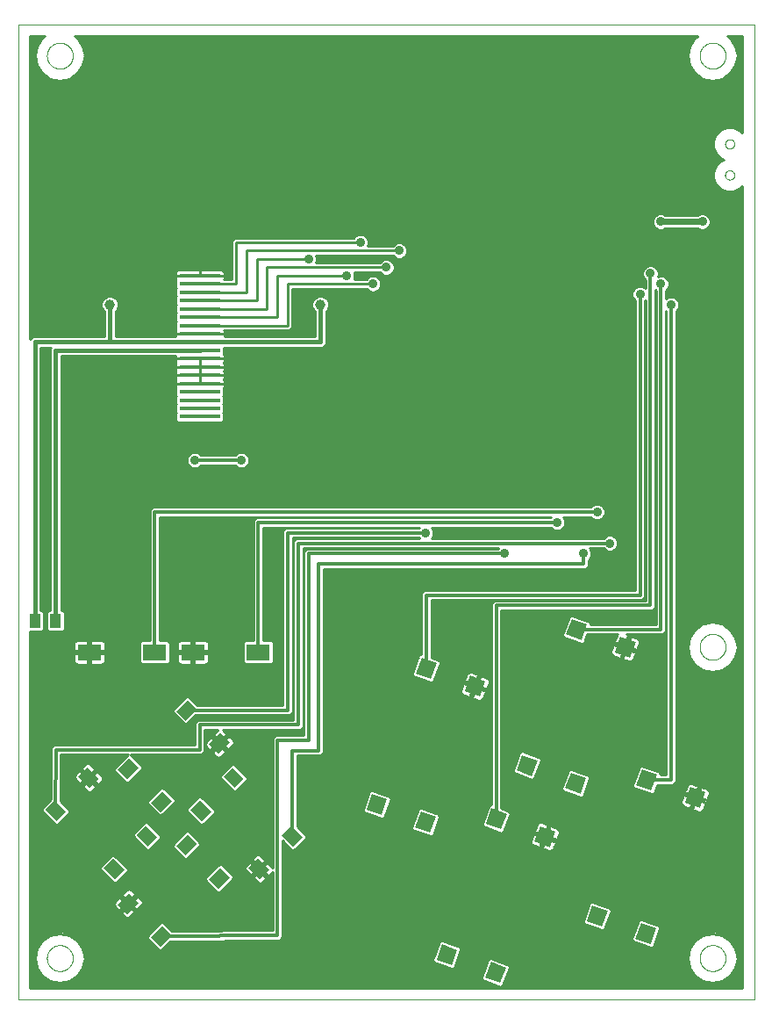
<source format=gtl>
G75*
%MOIN*%
%OFA0B0*%
%FSLAX25Y25*%
%IPPOS*%
%LPD*%
%AMOC8*
5,1,8,0,0,1.08239X$1,22.5*
%
%ADD10C,0.00000*%
%ADD11C,0.00039*%
%ADD12R,0.04331X0.05512*%
%ADD13R,0.15748X0.01575*%
%ADD14R,0.06299X0.06102*%
%ADD15R,0.09055X0.06299*%
%ADD16R,0.05118X0.06102*%
%ADD17C,0.01000*%
%ADD18C,0.03569*%
%ADD19C,0.01600*%
%ADD20C,0.03962*%
%ADD21C,0.01200*%
%ADD22C,0.02400*%
D10*
X0003248Y0001500D02*
X0282776Y0001500D01*
X0282776Y0371579D01*
X0003248Y0371579D01*
X0003248Y0001500D01*
X0271752Y0314492D02*
X0271754Y0314576D01*
X0271760Y0314659D01*
X0271770Y0314742D01*
X0271784Y0314825D01*
X0271801Y0314907D01*
X0271823Y0314988D01*
X0271848Y0315067D01*
X0271877Y0315146D01*
X0271910Y0315223D01*
X0271946Y0315298D01*
X0271986Y0315372D01*
X0272029Y0315444D01*
X0272076Y0315513D01*
X0272126Y0315580D01*
X0272179Y0315645D01*
X0272235Y0315707D01*
X0272293Y0315767D01*
X0272355Y0315824D01*
X0272419Y0315877D01*
X0272486Y0315928D01*
X0272555Y0315975D01*
X0272626Y0316020D01*
X0272699Y0316060D01*
X0272774Y0316097D01*
X0272851Y0316131D01*
X0272929Y0316161D01*
X0273008Y0316187D01*
X0273089Y0316210D01*
X0273171Y0316228D01*
X0273253Y0316243D01*
X0273336Y0316254D01*
X0273419Y0316261D01*
X0273503Y0316264D01*
X0273587Y0316263D01*
X0273670Y0316258D01*
X0273754Y0316249D01*
X0273836Y0316236D01*
X0273918Y0316220D01*
X0273999Y0316199D01*
X0274080Y0316175D01*
X0274158Y0316147D01*
X0274236Y0316115D01*
X0274312Y0316079D01*
X0274386Y0316040D01*
X0274458Y0315998D01*
X0274528Y0315952D01*
X0274596Y0315903D01*
X0274661Y0315851D01*
X0274724Y0315796D01*
X0274784Y0315738D01*
X0274842Y0315677D01*
X0274896Y0315613D01*
X0274948Y0315547D01*
X0274996Y0315479D01*
X0275041Y0315408D01*
X0275082Y0315335D01*
X0275121Y0315261D01*
X0275155Y0315185D01*
X0275186Y0315107D01*
X0275213Y0315028D01*
X0275237Y0314947D01*
X0275256Y0314866D01*
X0275272Y0314784D01*
X0275284Y0314701D01*
X0275292Y0314617D01*
X0275296Y0314534D01*
X0275296Y0314450D01*
X0275292Y0314367D01*
X0275284Y0314283D01*
X0275272Y0314200D01*
X0275256Y0314118D01*
X0275237Y0314037D01*
X0275213Y0313956D01*
X0275186Y0313877D01*
X0275155Y0313799D01*
X0275121Y0313723D01*
X0275082Y0313649D01*
X0275041Y0313576D01*
X0274996Y0313505D01*
X0274948Y0313437D01*
X0274896Y0313371D01*
X0274842Y0313307D01*
X0274784Y0313246D01*
X0274724Y0313188D01*
X0274661Y0313133D01*
X0274596Y0313081D01*
X0274528Y0313032D01*
X0274458Y0312986D01*
X0274386Y0312944D01*
X0274312Y0312905D01*
X0274236Y0312869D01*
X0274158Y0312837D01*
X0274080Y0312809D01*
X0273999Y0312785D01*
X0273918Y0312764D01*
X0273836Y0312748D01*
X0273754Y0312735D01*
X0273670Y0312726D01*
X0273587Y0312721D01*
X0273503Y0312720D01*
X0273419Y0312723D01*
X0273336Y0312730D01*
X0273253Y0312741D01*
X0273171Y0312756D01*
X0273089Y0312774D01*
X0273008Y0312797D01*
X0272929Y0312823D01*
X0272851Y0312853D01*
X0272774Y0312887D01*
X0272699Y0312924D01*
X0272626Y0312964D01*
X0272555Y0313009D01*
X0272486Y0313056D01*
X0272419Y0313107D01*
X0272355Y0313160D01*
X0272293Y0313217D01*
X0272235Y0313277D01*
X0272179Y0313339D01*
X0272126Y0313404D01*
X0272076Y0313471D01*
X0272029Y0313540D01*
X0271986Y0313612D01*
X0271946Y0313686D01*
X0271910Y0313761D01*
X0271877Y0313838D01*
X0271848Y0313917D01*
X0271823Y0313996D01*
X0271801Y0314077D01*
X0271784Y0314159D01*
X0271770Y0314242D01*
X0271760Y0314325D01*
X0271754Y0314408D01*
X0271752Y0314492D01*
X0271752Y0326303D02*
X0271754Y0326387D01*
X0271760Y0326470D01*
X0271770Y0326553D01*
X0271784Y0326636D01*
X0271801Y0326718D01*
X0271823Y0326799D01*
X0271848Y0326878D01*
X0271877Y0326957D01*
X0271910Y0327034D01*
X0271946Y0327109D01*
X0271986Y0327183D01*
X0272029Y0327255D01*
X0272076Y0327324D01*
X0272126Y0327391D01*
X0272179Y0327456D01*
X0272235Y0327518D01*
X0272293Y0327578D01*
X0272355Y0327635D01*
X0272419Y0327688D01*
X0272486Y0327739D01*
X0272555Y0327786D01*
X0272626Y0327831D01*
X0272699Y0327871D01*
X0272774Y0327908D01*
X0272851Y0327942D01*
X0272929Y0327972D01*
X0273008Y0327998D01*
X0273089Y0328021D01*
X0273171Y0328039D01*
X0273253Y0328054D01*
X0273336Y0328065D01*
X0273419Y0328072D01*
X0273503Y0328075D01*
X0273587Y0328074D01*
X0273670Y0328069D01*
X0273754Y0328060D01*
X0273836Y0328047D01*
X0273918Y0328031D01*
X0273999Y0328010D01*
X0274080Y0327986D01*
X0274158Y0327958D01*
X0274236Y0327926D01*
X0274312Y0327890D01*
X0274386Y0327851D01*
X0274458Y0327809D01*
X0274528Y0327763D01*
X0274596Y0327714D01*
X0274661Y0327662D01*
X0274724Y0327607D01*
X0274784Y0327549D01*
X0274842Y0327488D01*
X0274896Y0327424D01*
X0274948Y0327358D01*
X0274996Y0327290D01*
X0275041Y0327219D01*
X0275082Y0327146D01*
X0275121Y0327072D01*
X0275155Y0326996D01*
X0275186Y0326918D01*
X0275213Y0326839D01*
X0275237Y0326758D01*
X0275256Y0326677D01*
X0275272Y0326595D01*
X0275284Y0326512D01*
X0275292Y0326428D01*
X0275296Y0326345D01*
X0275296Y0326261D01*
X0275292Y0326178D01*
X0275284Y0326094D01*
X0275272Y0326011D01*
X0275256Y0325929D01*
X0275237Y0325848D01*
X0275213Y0325767D01*
X0275186Y0325688D01*
X0275155Y0325610D01*
X0275121Y0325534D01*
X0275082Y0325460D01*
X0275041Y0325387D01*
X0274996Y0325316D01*
X0274948Y0325248D01*
X0274896Y0325182D01*
X0274842Y0325118D01*
X0274784Y0325057D01*
X0274724Y0324999D01*
X0274661Y0324944D01*
X0274596Y0324892D01*
X0274528Y0324843D01*
X0274458Y0324797D01*
X0274386Y0324755D01*
X0274312Y0324716D01*
X0274236Y0324680D01*
X0274158Y0324648D01*
X0274080Y0324620D01*
X0273999Y0324596D01*
X0273918Y0324575D01*
X0273836Y0324559D01*
X0273754Y0324546D01*
X0273670Y0324537D01*
X0273587Y0324532D01*
X0273503Y0324531D01*
X0273419Y0324534D01*
X0273336Y0324541D01*
X0273253Y0324552D01*
X0273171Y0324567D01*
X0273089Y0324585D01*
X0273008Y0324608D01*
X0272929Y0324634D01*
X0272851Y0324664D01*
X0272774Y0324698D01*
X0272699Y0324735D01*
X0272626Y0324775D01*
X0272555Y0324820D01*
X0272486Y0324867D01*
X0272419Y0324918D01*
X0272355Y0324971D01*
X0272293Y0325028D01*
X0272235Y0325088D01*
X0272179Y0325150D01*
X0272126Y0325215D01*
X0272076Y0325282D01*
X0272029Y0325351D01*
X0271986Y0325423D01*
X0271946Y0325497D01*
X0271910Y0325572D01*
X0271877Y0325649D01*
X0271848Y0325728D01*
X0271823Y0325807D01*
X0271801Y0325888D01*
X0271784Y0325970D01*
X0271770Y0326053D01*
X0271760Y0326136D01*
X0271754Y0326219D01*
X0271752Y0326303D01*
D11*
X0262107Y0359768D02*
X0262109Y0359908D01*
X0262115Y0360048D01*
X0262125Y0360187D01*
X0262139Y0360326D01*
X0262157Y0360465D01*
X0262178Y0360603D01*
X0262204Y0360741D01*
X0262234Y0360878D01*
X0262267Y0361013D01*
X0262305Y0361148D01*
X0262346Y0361282D01*
X0262391Y0361415D01*
X0262439Y0361546D01*
X0262492Y0361675D01*
X0262548Y0361804D01*
X0262607Y0361930D01*
X0262671Y0362055D01*
X0262737Y0362178D01*
X0262808Y0362299D01*
X0262881Y0362418D01*
X0262958Y0362535D01*
X0263039Y0362649D01*
X0263122Y0362761D01*
X0263209Y0362871D01*
X0263299Y0362979D01*
X0263391Y0363083D01*
X0263487Y0363185D01*
X0263586Y0363285D01*
X0263687Y0363381D01*
X0263791Y0363475D01*
X0263898Y0363565D01*
X0264007Y0363652D01*
X0264119Y0363737D01*
X0264233Y0363818D01*
X0264349Y0363896D01*
X0264467Y0363970D01*
X0264588Y0364041D01*
X0264710Y0364109D01*
X0264835Y0364173D01*
X0264961Y0364234D01*
X0265088Y0364291D01*
X0265218Y0364344D01*
X0265349Y0364394D01*
X0265481Y0364439D01*
X0265614Y0364482D01*
X0265749Y0364520D01*
X0265884Y0364554D01*
X0266021Y0364585D01*
X0266158Y0364612D01*
X0266296Y0364634D01*
X0266435Y0364653D01*
X0266574Y0364668D01*
X0266713Y0364679D01*
X0266853Y0364686D01*
X0266993Y0364689D01*
X0267133Y0364688D01*
X0267273Y0364683D01*
X0267412Y0364674D01*
X0267552Y0364661D01*
X0267691Y0364644D01*
X0267829Y0364623D01*
X0267967Y0364599D01*
X0268104Y0364570D01*
X0268240Y0364538D01*
X0268375Y0364501D01*
X0268509Y0364461D01*
X0268642Y0364417D01*
X0268773Y0364369D01*
X0268903Y0364318D01*
X0269032Y0364263D01*
X0269159Y0364204D01*
X0269284Y0364141D01*
X0269407Y0364076D01*
X0269529Y0364006D01*
X0269648Y0363933D01*
X0269766Y0363857D01*
X0269881Y0363778D01*
X0269994Y0363695D01*
X0270104Y0363609D01*
X0270212Y0363520D01*
X0270317Y0363428D01*
X0270420Y0363333D01*
X0270520Y0363235D01*
X0270617Y0363135D01*
X0270711Y0363031D01*
X0270803Y0362925D01*
X0270891Y0362817D01*
X0270976Y0362706D01*
X0271058Y0362592D01*
X0271137Y0362476D01*
X0271212Y0362359D01*
X0271284Y0362239D01*
X0271352Y0362117D01*
X0271417Y0361993D01*
X0271479Y0361867D01*
X0271537Y0361740D01*
X0271591Y0361611D01*
X0271642Y0361480D01*
X0271688Y0361348D01*
X0271731Y0361215D01*
X0271771Y0361081D01*
X0271806Y0360946D01*
X0271838Y0360809D01*
X0271865Y0360672D01*
X0271889Y0360534D01*
X0271909Y0360396D01*
X0271925Y0360257D01*
X0271937Y0360117D01*
X0271945Y0359978D01*
X0271949Y0359838D01*
X0271949Y0359698D01*
X0271945Y0359558D01*
X0271937Y0359419D01*
X0271925Y0359279D01*
X0271909Y0359140D01*
X0271889Y0359002D01*
X0271865Y0358864D01*
X0271838Y0358727D01*
X0271806Y0358590D01*
X0271771Y0358455D01*
X0271731Y0358321D01*
X0271688Y0358188D01*
X0271642Y0358056D01*
X0271591Y0357925D01*
X0271537Y0357796D01*
X0271479Y0357669D01*
X0271417Y0357543D01*
X0271352Y0357419D01*
X0271284Y0357297D01*
X0271212Y0357177D01*
X0271137Y0357060D01*
X0271058Y0356944D01*
X0270976Y0356830D01*
X0270891Y0356719D01*
X0270803Y0356611D01*
X0270711Y0356505D01*
X0270617Y0356401D01*
X0270520Y0356301D01*
X0270420Y0356203D01*
X0270317Y0356108D01*
X0270212Y0356016D01*
X0270104Y0355927D01*
X0269994Y0355841D01*
X0269881Y0355758D01*
X0269766Y0355679D01*
X0269648Y0355603D01*
X0269529Y0355530D01*
X0269407Y0355460D01*
X0269284Y0355395D01*
X0269159Y0355332D01*
X0269032Y0355273D01*
X0268903Y0355218D01*
X0268773Y0355167D01*
X0268642Y0355119D01*
X0268509Y0355075D01*
X0268375Y0355035D01*
X0268240Y0354998D01*
X0268104Y0354966D01*
X0267967Y0354937D01*
X0267829Y0354913D01*
X0267691Y0354892D01*
X0267552Y0354875D01*
X0267412Y0354862D01*
X0267273Y0354853D01*
X0267133Y0354848D01*
X0266993Y0354847D01*
X0266853Y0354850D01*
X0266713Y0354857D01*
X0266574Y0354868D01*
X0266435Y0354883D01*
X0266296Y0354902D01*
X0266158Y0354924D01*
X0266021Y0354951D01*
X0265884Y0354982D01*
X0265749Y0355016D01*
X0265614Y0355054D01*
X0265481Y0355097D01*
X0265349Y0355142D01*
X0265218Y0355192D01*
X0265088Y0355245D01*
X0264961Y0355302D01*
X0264835Y0355363D01*
X0264710Y0355427D01*
X0264588Y0355495D01*
X0264467Y0355566D01*
X0264349Y0355640D01*
X0264233Y0355718D01*
X0264119Y0355799D01*
X0264007Y0355884D01*
X0263898Y0355971D01*
X0263791Y0356061D01*
X0263687Y0356155D01*
X0263586Y0356251D01*
X0263487Y0356351D01*
X0263391Y0356453D01*
X0263299Y0356557D01*
X0263209Y0356665D01*
X0263122Y0356775D01*
X0263039Y0356887D01*
X0262958Y0357001D01*
X0262881Y0357118D01*
X0262808Y0357237D01*
X0262737Y0357358D01*
X0262671Y0357481D01*
X0262607Y0357606D01*
X0262548Y0357732D01*
X0262492Y0357861D01*
X0262439Y0357990D01*
X0262391Y0358121D01*
X0262346Y0358254D01*
X0262305Y0358388D01*
X0262267Y0358523D01*
X0262234Y0358658D01*
X0262204Y0358795D01*
X0262178Y0358933D01*
X0262157Y0359071D01*
X0262139Y0359210D01*
X0262125Y0359349D01*
X0262115Y0359488D01*
X0262109Y0359628D01*
X0262107Y0359768D01*
X0262107Y0135358D02*
X0262109Y0135498D01*
X0262115Y0135638D01*
X0262125Y0135777D01*
X0262139Y0135916D01*
X0262157Y0136055D01*
X0262178Y0136193D01*
X0262204Y0136331D01*
X0262234Y0136468D01*
X0262267Y0136603D01*
X0262305Y0136738D01*
X0262346Y0136872D01*
X0262391Y0137005D01*
X0262439Y0137136D01*
X0262492Y0137265D01*
X0262548Y0137394D01*
X0262607Y0137520D01*
X0262671Y0137645D01*
X0262737Y0137768D01*
X0262808Y0137889D01*
X0262881Y0138008D01*
X0262958Y0138125D01*
X0263039Y0138239D01*
X0263122Y0138351D01*
X0263209Y0138461D01*
X0263299Y0138569D01*
X0263391Y0138673D01*
X0263487Y0138775D01*
X0263586Y0138875D01*
X0263687Y0138971D01*
X0263791Y0139065D01*
X0263898Y0139155D01*
X0264007Y0139242D01*
X0264119Y0139327D01*
X0264233Y0139408D01*
X0264349Y0139486D01*
X0264467Y0139560D01*
X0264588Y0139631D01*
X0264710Y0139699D01*
X0264835Y0139763D01*
X0264961Y0139824D01*
X0265088Y0139881D01*
X0265218Y0139934D01*
X0265349Y0139984D01*
X0265481Y0140029D01*
X0265614Y0140072D01*
X0265749Y0140110D01*
X0265884Y0140144D01*
X0266021Y0140175D01*
X0266158Y0140202D01*
X0266296Y0140224D01*
X0266435Y0140243D01*
X0266574Y0140258D01*
X0266713Y0140269D01*
X0266853Y0140276D01*
X0266993Y0140279D01*
X0267133Y0140278D01*
X0267273Y0140273D01*
X0267412Y0140264D01*
X0267552Y0140251D01*
X0267691Y0140234D01*
X0267829Y0140213D01*
X0267967Y0140189D01*
X0268104Y0140160D01*
X0268240Y0140128D01*
X0268375Y0140091D01*
X0268509Y0140051D01*
X0268642Y0140007D01*
X0268773Y0139959D01*
X0268903Y0139908D01*
X0269032Y0139853D01*
X0269159Y0139794D01*
X0269284Y0139731D01*
X0269407Y0139666D01*
X0269529Y0139596D01*
X0269648Y0139523D01*
X0269766Y0139447D01*
X0269881Y0139368D01*
X0269994Y0139285D01*
X0270104Y0139199D01*
X0270212Y0139110D01*
X0270317Y0139018D01*
X0270420Y0138923D01*
X0270520Y0138825D01*
X0270617Y0138725D01*
X0270711Y0138621D01*
X0270803Y0138515D01*
X0270891Y0138407D01*
X0270976Y0138296D01*
X0271058Y0138182D01*
X0271137Y0138066D01*
X0271212Y0137949D01*
X0271284Y0137829D01*
X0271352Y0137707D01*
X0271417Y0137583D01*
X0271479Y0137457D01*
X0271537Y0137330D01*
X0271591Y0137201D01*
X0271642Y0137070D01*
X0271688Y0136938D01*
X0271731Y0136805D01*
X0271771Y0136671D01*
X0271806Y0136536D01*
X0271838Y0136399D01*
X0271865Y0136262D01*
X0271889Y0136124D01*
X0271909Y0135986D01*
X0271925Y0135847D01*
X0271937Y0135707D01*
X0271945Y0135568D01*
X0271949Y0135428D01*
X0271949Y0135288D01*
X0271945Y0135148D01*
X0271937Y0135009D01*
X0271925Y0134869D01*
X0271909Y0134730D01*
X0271889Y0134592D01*
X0271865Y0134454D01*
X0271838Y0134317D01*
X0271806Y0134180D01*
X0271771Y0134045D01*
X0271731Y0133911D01*
X0271688Y0133778D01*
X0271642Y0133646D01*
X0271591Y0133515D01*
X0271537Y0133386D01*
X0271479Y0133259D01*
X0271417Y0133133D01*
X0271352Y0133009D01*
X0271284Y0132887D01*
X0271212Y0132767D01*
X0271137Y0132650D01*
X0271058Y0132534D01*
X0270976Y0132420D01*
X0270891Y0132309D01*
X0270803Y0132201D01*
X0270711Y0132095D01*
X0270617Y0131991D01*
X0270520Y0131891D01*
X0270420Y0131793D01*
X0270317Y0131698D01*
X0270212Y0131606D01*
X0270104Y0131517D01*
X0269994Y0131431D01*
X0269881Y0131348D01*
X0269766Y0131269D01*
X0269648Y0131193D01*
X0269529Y0131120D01*
X0269407Y0131050D01*
X0269284Y0130985D01*
X0269159Y0130922D01*
X0269032Y0130863D01*
X0268903Y0130808D01*
X0268773Y0130757D01*
X0268642Y0130709D01*
X0268509Y0130665D01*
X0268375Y0130625D01*
X0268240Y0130588D01*
X0268104Y0130556D01*
X0267967Y0130527D01*
X0267829Y0130503D01*
X0267691Y0130482D01*
X0267552Y0130465D01*
X0267412Y0130452D01*
X0267273Y0130443D01*
X0267133Y0130438D01*
X0266993Y0130437D01*
X0266853Y0130440D01*
X0266713Y0130447D01*
X0266574Y0130458D01*
X0266435Y0130473D01*
X0266296Y0130492D01*
X0266158Y0130514D01*
X0266021Y0130541D01*
X0265884Y0130572D01*
X0265749Y0130606D01*
X0265614Y0130644D01*
X0265481Y0130687D01*
X0265349Y0130732D01*
X0265218Y0130782D01*
X0265088Y0130835D01*
X0264961Y0130892D01*
X0264835Y0130953D01*
X0264710Y0131017D01*
X0264588Y0131085D01*
X0264467Y0131156D01*
X0264349Y0131230D01*
X0264233Y0131308D01*
X0264119Y0131389D01*
X0264007Y0131474D01*
X0263898Y0131561D01*
X0263791Y0131651D01*
X0263687Y0131745D01*
X0263586Y0131841D01*
X0263487Y0131941D01*
X0263391Y0132043D01*
X0263299Y0132147D01*
X0263209Y0132255D01*
X0263122Y0132365D01*
X0263039Y0132477D01*
X0262958Y0132591D01*
X0262881Y0132708D01*
X0262808Y0132827D01*
X0262737Y0132948D01*
X0262671Y0133071D01*
X0262607Y0133196D01*
X0262548Y0133322D01*
X0262492Y0133451D01*
X0262439Y0133580D01*
X0262391Y0133711D01*
X0262346Y0133844D01*
X0262305Y0133978D01*
X0262267Y0134113D01*
X0262234Y0134248D01*
X0262204Y0134385D01*
X0262178Y0134523D01*
X0262157Y0134661D01*
X0262139Y0134800D01*
X0262125Y0134939D01*
X0262115Y0135078D01*
X0262109Y0135218D01*
X0262107Y0135358D01*
X0262107Y0017248D02*
X0262109Y0017388D01*
X0262115Y0017528D01*
X0262125Y0017667D01*
X0262139Y0017806D01*
X0262157Y0017945D01*
X0262178Y0018083D01*
X0262204Y0018221D01*
X0262234Y0018358D01*
X0262267Y0018493D01*
X0262305Y0018628D01*
X0262346Y0018762D01*
X0262391Y0018895D01*
X0262439Y0019026D01*
X0262492Y0019155D01*
X0262548Y0019284D01*
X0262607Y0019410D01*
X0262671Y0019535D01*
X0262737Y0019658D01*
X0262808Y0019779D01*
X0262881Y0019898D01*
X0262958Y0020015D01*
X0263039Y0020129D01*
X0263122Y0020241D01*
X0263209Y0020351D01*
X0263299Y0020459D01*
X0263391Y0020563D01*
X0263487Y0020665D01*
X0263586Y0020765D01*
X0263687Y0020861D01*
X0263791Y0020955D01*
X0263898Y0021045D01*
X0264007Y0021132D01*
X0264119Y0021217D01*
X0264233Y0021298D01*
X0264349Y0021376D01*
X0264467Y0021450D01*
X0264588Y0021521D01*
X0264710Y0021589D01*
X0264835Y0021653D01*
X0264961Y0021714D01*
X0265088Y0021771D01*
X0265218Y0021824D01*
X0265349Y0021874D01*
X0265481Y0021919D01*
X0265614Y0021962D01*
X0265749Y0022000D01*
X0265884Y0022034D01*
X0266021Y0022065D01*
X0266158Y0022092D01*
X0266296Y0022114D01*
X0266435Y0022133D01*
X0266574Y0022148D01*
X0266713Y0022159D01*
X0266853Y0022166D01*
X0266993Y0022169D01*
X0267133Y0022168D01*
X0267273Y0022163D01*
X0267412Y0022154D01*
X0267552Y0022141D01*
X0267691Y0022124D01*
X0267829Y0022103D01*
X0267967Y0022079D01*
X0268104Y0022050D01*
X0268240Y0022018D01*
X0268375Y0021981D01*
X0268509Y0021941D01*
X0268642Y0021897D01*
X0268773Y0021849D01*
X0268903Y0021798D01*
X0269032Y0021743D01*
X0269159Y0021684D01*
X0269284Y0021621D01*
X0269407Y0021556D01*
X0269529Y0021486D01*
X0269648Y0021413D01*
X0269766Y0021337D01*
X0269881Y0021258D01*
X0269994Y0021175D01*
X0270104Y0021089D01*
X0270212Y0021000D01*
X0270317Y0020908D01*
X0270420Y0020813D01*
X0270520Y0020715D01*
X0270617Y0020615D01*
X0270711Y0020511D01*
X0270803Y0020405D01*
X0270891Y0020297D01*
X0270976Y0020186D01*
X0271058Y0020072D01*
X0271137Y0019956D01*
X0271212Y0019839D01*
X0271284Y0019719D01*
X0271352Y0019597D01*
X0271417Y0019473D01*
X0271479Y0019347D01*
X0271537Y0019220D01*
X0271591Y0019091D01*
X0271642Y0018960D01*
X0271688Y0018828D01*
X0271731Y0018695D01*
X0271771Y0018561D01*
X0271806Y0018426D01*
X0271838Y0018289D01*
X0271865Y0018152D01*
X0271889Y0018014D01*
X0271909Y0017876D01*
X0271925Y0017737D01*
X0271937Y0017597D01*
X0271945Y0017458D01*
X0271949Y0017318D01*
X0271949Y0017178D01*
X0271945Y0017038D01*
X0271937Y0016899D01*
X0271925Y0016759D01*
X0271909Y0016620D01*
X0271889Y0016482D01*
X0271865Y0016344D01*
X0271838Y0016207D01*
X0271806Y0016070D01*
X0271771Y0015935D01*
X0271731Y0015801D01*
X0271688Y0015668D01*
X0271642Y0015536D01*
X0271591Y0015405D01*
X0271537Y0015276D01*
X0271479Y0015149D01*
X0271417Y0015023D01*
X0271352Y0014899D01*
X0271284Y0014777D01*
X0271212Y0014657D01*
X0271137Y0014540D01*
X0271058Y0014424D01*
X0270976Y0014310D01*
X0270891Y0014199D01*
X0270803Y0014091D01*
X0270711Y0013985D01*
X0270617Y0013881D01*
X0270520Y0013781D01*
X0270420Y0013683D01*
X0270317Y0013588D01*
X0270212Y0013496D01*
X0270104Y0013407D01*
X0269994Y0013321D01*
X0269881Y0013238D01*
X0269766Y0013159D01*
X0269648Y0013083D01*
X0269529Y0013010D01*
X0269407Y0012940D01*
X0269284Y0012875D01*
X0269159Y0012812D01*
X0269032Y0012753D01*
X0268903Y0012698D01*
X0268773Y0012647D01*
X0268642Y0012599D01*
X0268509Y0012555D01*
X0268375Y0012515D01*
X0268240Y0012478D01*
X0268104Y0012446D01*
X0267967Y0012417D01*
X0267829Y0012393D01*
X0267691Y0012372D01*
X0267552Y0012355D01*
X0267412Y0012342D01*
X0267273Y0012333D01*
X0267133Y0012328D01*
X0266993Y0012327D01*
X0266853Y0012330D01*
X0266713Y0012337D01*
X0266574Y0012348D01*
X0266435Y0012363D01*
X0266296Y0012382D01*
X0266158Y0012404D01*
X0266021Y0012431D01*
X0265884Y0012462D01*
X0265749Y0012496D01*
X0265614Y0012534D01*
X0265481Y0012577D01*
X0265349Y0012622D01*
X0265218Y0012672D01*
X0265088Y0012725D01*
X0264961Y0012782D01*
X0264835Y0012843D01*
X0264710Y0012907D01*
X0264588Y0012975D01*
X0264467Y0013046D01*
X0264349Y0013120D01*
X0264233Y0013198D01*
X0264119Y0013279D01*
X0264007Y0013364D01*
X0263898Y0013451D01*
X0263791Y0013541D01*
X0263687Y0013635D01*
X0263586Y0013731D01*
X0263487Y0013831D01*
X0263391Y0013933D01*
X0263299Y0014037D01*
X0263209Y0014145D01*
X0263122Y0014255D01*
X0263039Y0014367D01*
X0262958Y0014481D01*
X0262881Y0014598D01*
X0262808Y0014717D01*
X0262737Y0014838D01*
X0262671Y0014961D01*
X0262607Y0015086D01*
X0262548Y0015212D01*
X0262492Y0015341D01*
X0262439Y0015470D01*
X0262391Y0015601D01*
X0262346Y0015734D01*
X0262305Y0015868D01*
X0262267Y0016003D01*
X0262234Y0016138D01*
X0262204Y0016275D01*
X0262178Y0016413D01*
X0262157Y0016551D01*
X0262139Y0016690D01*
X0262125Y0016829D01*
X0262115Y0016968D01*
X0262109Y0017108D01*
X0262107Y0017248D01*
X0014075Y0017248D02*
X0014077Y0017388D01*
X0014083Y0017528D01*
X0014093Y0017667D01*
X0014107Y0017806D01*
X0014125Y0017945D01*
X0014146Y0018083D01*
X0014172Y0018221D01*
X0014202Y0018358D01*
X0014235Y0018493D01*
X0014273Y0018628D01*
X0014314Y0018762D01*
X0014359Y0018895D01*
X0014407Y0019026D01*
X0014460Y0019155D01*
X0014516Y0019284D01*
X0014575Y0019410D01*
X0014639Y0019535D01*
X0014705Y0019658D01*
X0014776Y0019779D01*
X0014849Y0019898D01*
X0014926Y0020015D01*
X0015007Y0020129D01*
X0015090Y0020241D01*
X0015177Y0020351D01*
X0015267Y0020459D01*
X0015359Y0020563D01*
X0015455Y0020665D01*
X0015554Y0020765D01*
X0015655Y0020861D01*
X0015759Y0020955D01*
X0015866Y0021045D01*
X0015975Y0021132D01*
X0016087Y0021217D01*
X0016201Y0021298D01*
X0016317Y0021376D01*
X0016435Y0021450D01*
X0016556Y0021521D01*
X0016678Y0021589D01*
X0016803Y0021653D01*
X0016929Y0021714D01*
X0017056Y0021771D01*
X0017186Y0021824D01*
X0017317Y0021874D01*
X0017449Y0021919D01*
X0017582Y0021962D01*
X0017717Y0022000D01*
X0017852Y0022034D01*
X0017989Y0022065D01*
X0018126Y0022092D01*
X0018264Y0022114D01*
X0018403Y0022133D01*
X0018542Y0022148D01*
X0018681Y0022159D01*
X0018821Y0022166D01*
X0018961Y0022169D01*
X0019101Y0022168D01*
X0019241Y0022163D01*
X0019380Y0022154D01*
X0019520Y0022141D01*
X0019659Y0022124D01*
X0019797Y0022103D01*
X0019935Y0022079D01*
X0020072Y0022050D01*
X0020208Y0022018D01*
X0020343Y0021981D01*
X0020477Y0021941D01*
X0020610Y0021897D01*
X0020741Y0021849D01*
X0020871Y0021798D01*
X0021000Y0021743D01*
X0021127Y0021684D01*
X0021252Y0021621D01*
X0021375Y0021556D01*
X0021497Y0021486D01*
X0021616Y0021413D01*
X0021734Y0021337D01*
X0021849Y0021258D01*
X0021962Y0021175D01*
X0022072Y0021089D01*
X0022180Y0021000D01*
X0022285Y0020908D01*
X0022388Y0020813D01*
X0022488Y0020715D01*
X0022585Y0020615D01*
X0022679Y0020511D01*
X0022771Y0020405D01*
X0022859Y0020297D01*
X0022944Y0020186D01*
X0023026Y0020072D01*
X0023105Y0019956D01*
X0023180Y0019839D01*
X0023252Y0019719D01*
X0023320Y0019597D01*
X0023385Y0019473D01*
X0023447Y0019347D01*
X0023505Y0019220D01*
X0023559Y0019091D01*
X0023610Y0018960D01*
X0023656Y0018828D01*
X0023699Y0018695D01*
X0023739Y0018561D01*
X0023774Y0018426D01*
X0023806Y0018289D01*
X0023833Y0018152D01*
X0023857Y0018014D01*
X0023877Y0017876D01*
X0023893Y0017737D01*
X0023905Y0017597D01*
X0023913Y0017458D01*
X0023917Y0017318D01*
X0023917Y0017178D01*
X0023913Y0017038D01*
X0023905Y0016899D01*
X0023893Y0016759D01*
X0023877Y0016620D01*
X0023857Y0016482D01*
X0023833Y0016344D01*
X0023806Y0016207D01*
X0023774Y0016070D01*
X0023739Y0015935D01*
X0023699Y0015801D01*
X0023656Y0015668D01*
X0023610Y0015536D01*
X0023559Y0015405D01*
X0023505Y0015276D01*
X0023447Y0015149D01*
X0023385Y0015023D01*
X0023320Y0014899D01*
X0023252Y0014777D01*
X0023180Y0014657D01*
X0023105Y0014540D01*
X0023026Y0014424D01*
X0022944Y0014310D01*
X0022859Y0014199D01*
X0022771Y0014091D01*
X0022679Y0013985D01*
X0022585Y0013881D01*
X0022488Y0013781D01*
X0022388Y0013683D01*
X0022285Y0013588D01*
X0022180Y0013496D01*
X0022072Y0013407D01*
X0021962Y0013321D01*
X0021849Y0013238D01*
X0021734Y0013159D01*
X0021616Y0013083D01*
X0021497Y0013010D01*
X0021375Y0012940D01*
X0021252Y0012875D01*
X0021127Y0012812D01*
X0021000Y0012753D01*
X0020871Y0012698D01*
X0020741Y0012647D01*
X0020610Y0012599D01*
X0020477Y0012555D01*
X0020343Y0012515D01*
X0020208Y0012478D01*
X0020072Y0012446D01*
X0019935Y0012417D01*
X0019797Y0012393D01*
X0019659Y0012372D01*
X0019520Y0012355D01*
X0019380Y0012342D01*
X0019241Y0012333D01*
X0019101Y0012328D01*
X0018961Y0012327D01*
X0018821Y0012330D01*
X0018681Y0012337D01*
X0018542Y0012348D01*
X0018403Y0012363D01*
X0018264Y0012382D01*
X0018126Y0012404D01*
X0017989Y0012431D01*
X0017852Y0012462D01*
X0017717Y0012496D01*
X0017582Y0012534D01*
X0017449Y0012577D01*
X0017317Y0012622D01*
X0017186Y0012672D01*
X0017056Y0012725D01*
X0016929Y0012782D01*
X0016803Y0012843D01*
X0016678Y0012907D01*
X0016556Y0012975D01*
X0016435Y0013046D01*
X0016317Y0013120D01*
X0016201Y0013198D01*
X0016087Y0013279D01*
X0015975Y0013364D01*
X0015866Y0013451D01*
X0015759Y0013541D01*
X0015655Y0013635D01*
X0015554Y0013731D01*
X0015455Y0013831D01*
X0015359Y0013933D01*
X0015267Y0014037D01*
X0015177Y0014145D01*
X0015090Y0014255D01*
X0015007Y0014367D01*
X0014926Y0014481D01*
X0014849Y0014598D01*
X0014776Y0014717D01*
X0014705Y0014838D01*
X0014639Y0014961D01*
X0014575Y0015086D01*
X0014516Y0015212D01*
X0014460Y0015341D01*
X0014407Y0015470D01*
X0014359Y0015601D01*
X0014314Y0015734D01*
X0014273Y0015868D01*
X0014235Y0016003D01*
X0014202Y0016138D01*
X0014172Y0016275D01*
X0014146Y0016413D01*
X0014125Y0016551D01*
X0014107Y0016690D01*
X0014093Y0016829D01*
X0014083Y0016968D01*
X0014077Y0017108D01*
X0014075Y0017248D01*
X0014075Y0359768D02*
X0014077Y0359908D01*
X0014083Y0360048D01*
X0014093Y0360187D01*
X0014107Y0360326D01*
X0014125Y0360465D01*
X0014146Y0360603D01*
X0014172Y0360741D01*
X0014202Y0360878D01*
X0014235Y0361013D01*
X0014273Y0361148D01*
X0014314Y0361282D01*
X0014359Y0361415D01*
X0014407Y0361546D01*
X0014460Y0361675D01*
X0014516Y0361804D01*
X0014575Y0361930D01*
X0014639Y0362055D01*
X0014705Y0362178D01*
X0014776Y0362299D01*
X0014849Y0362418D01*
X0014926Y0362535D01*
X0015007Y0362649D01*
X0015090Y0362761D01*
X0015177Y0362871D01*
X0015267Y0362979D01*
X0015359Y0363083D01*
X0015455Y0363185D01*
X0015554Y0363285D01*
X0015655Y0363381D01*
X0015759Y0363475D01*
X0015866Y0363565D01*
X0015975Y0363652D01*
X0016087Y0363737D01*
X0016201Y0363818D01*
X0016317Y0363896D01*
X0016435Y0363970D01*
X0016556Y0364041D01*
X0016678Y0364109D01*
X0016803Y0364173D01*
X0016929Y0364234D01*
X0017056Y0364291D01*
X0017186Y0364344D01*
X0017317Y0364394D01*
X0017449Y0364439D01*
X0017582Y0364482D01*
X0017717Y0364520D01*
X0017852Y0364554D01*
X0017989Y0364585D01*
X0018126Y0364612D01*
X0018264Y0364634D01*
X0018403Y0364653D01*
X0018542Y0364668D01*
X0018681Y0364679D01*
X0018821Y0364686D01*
X0018961Y0364689D01*
X0019101Y0364688D01*
X0019241Y0364683D01*
X0019380Y0364674D01*
X0019520Y0364661D01*
X0019659Y0364644D01*
X0019797Y0364623D01*
X0019935Y0364599D01*
X0020072Y0364570D01*
X0020208Y0364538D01*
X0020343Y0364501D01*
X0020477Y0364461D01*
X0020610Y0364417D01*
X0020741Y0364369D01*
X0020871Y0364318D01*
X0021000Y0364263D01*
X0021127Y0364204D01*
X0021252Y0364141D01*
X0021375Y0364076D01*
X0021497Y0364006D01*
X0021616Y0363933D01*
X0021734Y0363857D01*
X0021849Y0363778D01*
X0021962Y0363695D01*
X0022072Y0363609D01*
X0022180Y0363520D01*
X0022285Y0363428D01*
X0022388Y0363333D01*
X0022488Y0363235D01*
X0022585Y0363135D01*
X0022679Y0363031D01*
X0022771Y0362925D01*
X0022859Y0362817D01*
X0022944Y0362706D01*
X0023026Y0362592D01*
X0023105Y0362476D01*
X0023180Y0362359D01*
X0023252Y0362239D01*
X0023320Y0362117D01*
X0023385Y0361993D01*
X0023447Y0361867D01*
X0023505Y0361740D01*
X0023559Y0361611D01*
X0023610Y0361480D01*
X0023656Y0361348D01*
X0023699Y0361215D01*
X0023739Y0361081D01*
X0023774Y0360946D01*
X0023806Y0360809D01*
X0023833Y0360672D01*
X0023857Y0360534D01*
X0023877Y0360396D01*
X0023893Y0360257D01*
X0023905Y0360117D01*
X0023913Y0359978D01*
X0023917Y0359838D01*
X0023917Y0359698D01*
X0023913Y0359558D01*
X0023905Y0359419D01*
X0023893Y0359279D01*
X0023877Y0359140D01*
X0023857Y0359002D01*
X0023833Y0358864D01*
X0023806Y0358727D01*
X0023774Y0358590D01*
X0023739Y0358455D01*
X0023699Y0358321D01*
X0023656Y0358188D01*
X0023610Y0358056D01*
X0023559Y0357925D01*
X0023505Y0357796D01*
X0023447Y0357669D01*
X0023385Y0357543D01*
X0023320Y0357419D01*
X0023252Y0357297D01*
X0023180Y0357177D01*
X0023105Y0357060D01*
X0023026Y0356944D01*
X0022944Y0356830D01*
X0022859Y0356719D01*
X0022771Y0356611D01*
X0022679Y0356505D01*
X0022585Y0356401D01*
X0022488Y0356301D01*
X0022388Y0356203D01*
X0022285Y0356108D01*
X0022180Y0356016D01*
X0022072Y0355927D01*
X0021962Y0355841D01*
X0021849Y0355758D01*
X0021734Y0355679D01*
X0021616Y0355603D01*
X0021497Y0355530D01*
X0021375Y0355460D01*
X0021252Y0355395D01*
X0021127Y0355332D01*
X0021000Y0355273D01*
X0020871Y0355218D01*
X0020741Y0355167D01*
X0020610Y0355119D01*
X0020477Y0355075D01*
X0020343Y0355035D01*
X0020208Y0354998D01*
X0020072Y0354966D01*
X0019935Y0354937D01*
X0019797Y0354913D01*
X0019659Y0354892D01*
X0019520Y0354875D01*
X0019380Y0354862D01*
X0019241Y0354853D01*
X0019101Y0354848D01*
X0018961Y0354847D01*
X0018821Y0354850D01*
X0018681Y0354857D01*
X0018542Y0354868D01*
X0018403Y0354883D01*
X0018264Y0354902D01*
X0018126Y0354924D01*
X0017989Y0354951D01*
X0017852Y0354982D01*
X0017717Y0355016D01*
X0017582Y0355054D01*
X0017449Y0355097D01*
X0017317Y0355142D01*
X0017186Y0355192D01*
X0017056Y0355245D01*
X0016929Y0355302D01*
X0016803Y0355363D01*
X0016678Y0355427D01*
X0016556Y0355495D01*
X0016435Y0355566D01*
X0016317Y0355640D01*
X0016201Y0355718D01*
X0016087Y0355799D01*
X0015975Y0355884D01*
X0015866Y0355971D01*
X0015759Y0356061D01*
X0015655Y0356155D01*
X0015554Y0356251D01*
X0015455Y0356351D01*
X0015359Y0356453D01*
X0015267Y0356557D01*
X0015177Y0356665D01*
X0015090Y0356775D01*
X0015007Y0356887D01*
X0014926Y0357001D01*
X0014849Y0357118D01*
X0014776Y0357237D01*
X0014705Y0357358D01*
X0014639Y0357481D01*
X0014575Y0357606D01*
X0014516Y0357732D01*
X0014460Y0357861D01*
X0014407Y0357990D01*
X0014359Y0358121D01*
X0014314Y0358254D01*
X0014273Y0358388D01*
X0014235Y0358523D01*
X0014202Y0358658D01*
X0014172Y0358795D01*
X0014146Y0358933D01*
X0014125Y0359071D01*
X0014107Y0359210D01*
X0014093Y0359349D01*
X0014083Y0359488D01*
X0014077Y0359628D01*
X0014075Y0359768D01*
D12*
X0017421Y0145201D03*
X0009547Y0145201D03*
D13*
X0072146Y0222760D03*
X0072146Y0225909D03*
X0072146Y0229059D03*
X0072146Y0232209D03*
X0072146Y0235358D03*
X0072146Y0238508D03*
X0072146Y0241657D03*
X0072146Y0244807D03*
X0072146Y0247957D03*
X0072146Y0251106D03*
X0072146Y0254256D03*
X0072146Y0257406D03*
X0072146Y0260555D03*
X0072146Y0263705D03*
X0072146Y0266854D03*
X0072146Y0270004D03*
X0072146Y0273154D03*
X0072146Y0276303D03*
D14*
G36*
X0162173Y0129107D02*
X0160018Y0123190D01*
X0154285Y0125277D01*
X0156440Y0131194D01*
X0162173Y0129107D01*
G37*
G36*
X0180671Y0122374D02*
X0178516Y0116457D01*
X0172783Y0118544D01*
X0174938Y0124461D01*
X0180671Y0122374D01*
G37*
G36*
X0200480Y0092308D02*
X0198325Y0086391D01*
X0192592Y0088478D01*
X0194747Y0094395D01*
X0200480Y0092308D01*
G37*
G36*
X0218977Y0085576D02*
X0216822Y0079659D01*
X0211089Y0081746D01*
X0213244Y0087663D01*
X0218977Y0085576D01*
G37*
G36*
X0207293Y0065284D02*
X0205138Y0059367D01*
X0199405Y0061454D01*
X0201560Y0067371D01*
X0207293Y0065284D01*
G37*
G36*
X0188795Y0072017D02*
X0186640Y0066100D01*
X0180907Y0068187D01*
X0183062Y0074104D01*
X0188795Y0072017D01*
G37*
G36*
X0161887Y0070765D02*
X0159732Y0064848D01*
X0153999Y0066935D01*
X0156154Y0072852D01*
X0161887Y0070765D01*
G37*
G36*
X0143389Y0077498D02*
X0141234Y0071581D01*
X0135501Y0073668D01*
X0137656Y0079585D01*
X0143389Y0077498D01*
G37*
G36*
X0170011Y0020407D02*
X0167856Y0014490D01*
X0162123Y0016577D01*
X0164278Y0022494D01*
X0170011Y0020407D01*
G37*
G36*
X0188509Y0013675D02*
X0186354Y0007758D01*
X0180621Y0009845D01*
X0182776Y0015762D01*
X0188509Y0013675D01*
G37*
G36*
X0227101Y0035218D02*
X0224946Y0029301D01*
X0219213Y0031388D01*
X0221368Y0037305D01*
X0227101Y0035218D01*
G37*
G36*
X0245599Y0028485D02*
X0243444Y0022568D01*
X0237711Y0024655D01*
X0239866Y0030572D01*
X0245599Y0028485D01*
G37*
G36*
X0264383Y0080094D02*
X0262228Y0074177D01*
X0256495Y0076264D01*
X0258650Y0082181D01*
X0264383Y0080094D01*
G37*
G36*
X0245885Y0086827D02*
X0243730Y0080910D01*
X0237997Y0082997D01*
X0240152Y0088914D01*
X0245885Y0086827D01*
G37*
G36*
X0237762Y0137185D02*
X0235607Y0131268D01*
X0229874Y0133355D01*
X0232029Y0139272D01*
X0237762Y0137185D01*
G37*
G36*
X0219264Y0143917D02*
X0217109Y0138000D01*
X0211376Y0140087D01*
X0213531Y0146004D01*
X0219264Y0143917D01*
G37*
D15*
X0094390Y0133390D03*
X0069587Y0133390D03*
X0055020Y0133390D03*
X0030217Y0133390D03*
D16*
G36*
X0045320Y0093183D02*
X0048939Y0089564D01*
X0044626Y0085251D01*
X0041007Y0088870D01*
X0045320Y0093183D01*
G37*
G36*
X0025976Y0086106D02*
X0029595Y0089725D01*
X0033908Y0085412D01*
X0030289Y0081793D01*
X0025976Y0086106D01*
G37*
G36*
X0013448Y0073578D02*
X0017067Y0077197D01*
X0021380Y0072884D01*
X0017761Y0069265D01*
X0013448Y0073578D01*
G37*
G36*
X0035580Y0051446D02*
X0039199Y0055065D01*
X0043512Y0050752D01*
X0039893Y0047133D01*
X0035580Y0051446D01*
G37*
G36*
X0044626Y0034070D02*
X0041007Y0037689D01*
X0045320Y0042002D01*
X0048939Y0038383D01*
X0044626Y0034070D01*
G37*
G36*
X0057154Y0021543D02*
X0053535Y0025162D01*
X0057848Y0029475D01*
X0061467Y0025856D01*
X0057154Y0021543D01*
G37*
G36*
X0079286Y0043675D02*
X0075667Y0047294D01*
X0079980Y0051607D01*
X0083599Y0047988D01*
X0079286Y0043675D01*
G37*
G36*
X0066758Y0056202D02*
X0063139Y0059821D01*
X0067452Y0064134D01*
X0071071Y0060515D01*
X0066758Y0056202D01*
G37*
G36*
X0076499Y0072884D02*
X0072880Y0069265D01*
X0068567Y0073578D01*
X0072186Y0077197D01*
X0076499Y0072884D01*
G37*
G36*
X0089026Y0085412D02*
X0085407Y0081793D01*
X0081094Y0086106D01*
X0084713Y0089725D01*
X0089026Y0085412D01*
G37*
G36*
X0079980Y0102788D02*
X0083599Y0099169D01*
X0079286Y0094856D01*
X0075667Y0098475D01*
X0079980Y0102788D01*
G37*
G36*
X0067452Y0115315D02*
X0071071Y0111696D01*
X0066758Y0107383D01*
X0063139Y0111002D01*
X0067452Y0115315D01*
G37*
G36*
X0057848Y0080656D02*
X0061467Y0077037D01*
X0057154Y0072724D01*
X0053535Y0076343D01*
X0057848Y0080656D01*
G37*
G36*
X0048108Y0063974D02*
X0051727Y0067593D01*
X0056040Y0063280D01*
X0052421Y0059661D01*
X0048108Y0063974D01*
G37*
G36*
X0098630Y0050752D02*
X0095011Y0047133D01*
X0090698Y0051446D01*
X0094317Y0055065D01*
X0098630Y0050752D01*
G37*
G36*
X0111158Y0063280D02*
X0107539Y0059661D01*
X0103226Y0063974D01*
X0106845Y0067593D01*
X0111158Y0063280D01*
G37*
D17*
X0112128Y0062409D02*
X0198156Y0062409D01*
X0197927Y0061780D02*
X0197893Y0061387D01*
X0197962Y0060998D01*
X0198129Y0060640D01*
X0198382Y0060337D01*
X0198706Y0060111D01*
X0201289Y0059171D01*
X0202708Y0063070D01*
X0198901Y0064456D01*
X0197927Y0061780D01*
X0197895Y0061411D02*
X0111129Y0061411D01*
X0110131Y0060412D02*
X0198320Y0060412D01*
X0200621Y0059414D02*
X0109132Y0059414D01*
X0108134Y0058415D02*
X0203365Y0058415D01*
X0202229Y0058829D02*
X0204811Y0057889D01*
X0205205Y0057854D01*
X0205594Y0057923D01*
X0205952Y0058090D01*
X0206254Y0058343D01*
X0206481Y0058667D01*
X0207455Y0061342D01*
X0203648Y0062728D01*
X0203990Y0063668D01*
X0203050Y0064010D01*
X0204469Y0067909D01*
X0201886Y0068849D01*
X0201493Y0068884D01*
X0201104Y0068815D01*
X0200746Y0068648D01*
X0200444Y0068394D01*
X0200217Y0068071D01*
X0199243Y0065395D01*
X0203050Y0064010D01*
X0202708Y0063070D01*
X0203648Y0062728D01*
X0202229Y0058829D01*
X0202441Y0059414D02*
X0201377Y0059414D01*
X0201741Y0060412D02*
X0202805Y0060412D01*
X0203168Y0061411D02*
X0202104Y0061411D01*
X0202468Y0062409D02*
X0203532Y0062409D01*
X0204524Y0062409D02*
X0207447Y0062409D01*
X0207797Y0062282D02*
X0208770Y0064957D01*
X0208805Y0065351D01*
X0208736Y0065740D01*
X0208569Y0066098D01*
X0208315Y0066400D01*
X0207992Y0066627D01*
X0205409Y0067567D01*
X0203990Y0063668D01*
X0207797Y0062282D01*
X0207843Y0062409D02*
X0278276Y0062409D01*
X0278276Y0061411D02*
X0207267Y0061411D01*
X0207116Y0060412D02*
X0278276Y0060412D01*
X0278276Y0059414D02*
X0206753Y0059414D01*
X0206305Y0058415D02*
X0278276Y0058415D01*
X0278276Y0057417D02*
X0103573Y0057417D01*
X0103573Y0058415D02*
X0106946Y0058415D01*
X0107001Y0058360D02*
X0108078Y0058360D01*
X0112459Y0062740D01*
X0112459Y0063817D01*
X0109092Y0067184D01*
X0109092Y0094088D01*
X0118208Y0094088D01*
X0119321Y0095201D01*
X0119321Y0164954D01*
X0218787Y0164954D01*
X0219900Y0166067D01*
X0219900Y0168330D01*
X0220615Y0169044D01*
X0221084Y0170178D01*
X0221084Y0171405D01*
X0220615Y0172538D01*
X0220325Y0172828D01*
X0225538Y0172828D01*
X0226253Y0172114D01*
X0227386Y0171644D01*
X0228613Y0171644D01*
X0229747Y0172114D01*
X0230615Y0172981D01*
X0231084Y0174115D01*
X0231084Y0175342D01*
X0230615Y0176475D01*
X0229747Y0177343D01*
X0228613Y0177813D01*
X0227386Y0177813D01*
X0226253Y0177343D01*
X0225538Y0176628D01*
X0160325Y0176628D01*
X0160615Y0176918D01*
X0161084Y0178052D01*
X0161084Y0179279D01*
X0160615Y0180412D01*
X0160325Y0180702D01*
X0205511Y0180702D01*
X0206225Y0179988D01*
X0207359Y0179518D01*
X0208586Y0179518D01*
X0209720Y0179988D01*
X0210587Y0180855D01*
X0211057Y0181989D01*
X0211057Y0183216D01*
X0210587Y0184349D01*
X0210297Y0184639D01*
X0220668Y0184639D01*
X0221383Y0183925D01*
X0222516Y0183455D01*
X0223743Y0183455D01*
X0224877Y0183925D01*
X0225745Y0184792D01*
X0226214Y0185926D01*
X0226214Y0187153D01*
X0225745Y0188286D01*
X0224877Y0189154D01*
X0223743Y0189624D01*
X0222516Y0189624D01*
X0221383Y0189154D01*
X0220668Y0188439D01*
X0054233Y0188439D01*
X0053120Y0187326D01*
X0053120Y0137839D01*
X0049954Y0137839D01*
X0049192Y0137078D01*
X0049192Y0129702D01*
X0049954Y0128940D01*
X0060086Y0128940D01*
X0060847Y0129702D01*
X0060847Y0137078D01*
X0060086Y0137839D01*
X0056920Y0137839D01*
X0056920Y0184639D01*
X0205648Y0184639D01*
X0205511Y0184502D01*
X0093603Y0184502D01*
X0092490Y0183389D01*
X0092490Y0137839D01*
X0089324Y0137839D01*
X0088562Y0137078D01*
X0088562Y0129702D01*
X0089324Y0128940D01*
X0099456Y0128940D01*
X0100217Y0129702D01*
X0100217Y0137078D01*
X0099456Y0137839D01*
X0096290Y0137839D01*
X0096290Y0180702D01*
X0155675Y0180702D01*
X0155538Y0180565D01*
X0104823Y0180565D01*
X0103710Y0179452D01*
X0103710Y0113249D01*
X0071359Y0113249D01*
X0067992Y0116616D01*
X0066915Y0116616D01*
X0061838Y0111540D01*
X0061838Y0110463D01*
X0066219Y0106082D01*
X0067296Y0106082D01*
X0070663Y0109449D01*
X0106397Y0109449D01*
X0107510Y0110562D01*
X0107510Y0176765D01*
X0155538Y0176765D01*
X0155675Y0176628D01*
X0108760Y0176628D01*
X0107647Y0175515D01*
X0107647Y0107731D01*
X0071359Y0107731D01*
X0070246Y0106618D01*
X0070246Y0098282D01*
X0017518Y0098282D01*
X0016734Y0098285D01*
X0016731Y0098282D01*
X0016726Y0098282D01*
X0016173Y0097729D01*
X0015616Y0097177D01*
X0015616Y0097172D01*
X0015613Y0097169D01*
X0015613Y0096387D01*
X0015533Y0077503D01*
X0012147Y0074118D01*
X0012147Y0073041D01*
X0017224Y0067964D01*
X0018301Y0067964D01*
X0022681Y0072345D01*
X0022681Y0073422D01*
X0019329Y0076774D01*
X0019405Y0094482D01*
X0044780Y0094482D01*
X0039706Y0089408D01*
X0039706Y0088331D01*
X0044087Y0083950D01*
X0045164Y0083950D01*
X0050240Y0089027D01*
X0050240Y0090104D01*
X0045863Y0094482D01*
X0072933Y0094482D01*
X0074046Y0095595D01*
X0074046Y0103931D01*
X0079001Y0103931D01*
X0077116Y0102046D01*
X0079633Y0099529D01*
X0082497Y0102394D01*
X0080960Y0103931D01*
X0110334Y0103931D01*
X0111447Y0105044D01*
X0111447Y0106618D01*
X0111447Y0172828D01*
X0185675Y0172828D01*
X0185538Y0172691D01*
X0112697Y0172691D01*
X0111584Y0171578D01*
X0111584Y0101825D01*
X0100886Y0101825D01*
X0099773Y0100712D01*
X0099773Y0051731D01*
X0097888Y0053616D01*
X0095372Y0051099D01*
X0095371Y0051099D02*
X0098236Y0048235D01*
X0099773Y0049772D01*
X0099773Y0027786D01*
X0061717Y0027447D01*
X0058387Y0030776D01*
X0057310Y0030776D01*
X0052234Y0025699D01*
X0052234Y0024622D01*
X0056614Y0020242D01*
X0057691Y0020242D01*
X0061090Y0023641D01*
X0101682Y0024003D01*
X0102460Y0024003D01*
X0102467Y0024010D01*
X0102477Y0024010D01*
X0103023Y0024566D01*
X0103573Y0025116D01*
X0103573Y0025125D01*
X0103580Y0025133D01*
X0103573Y0025911D01*
X0103573Y0061788D01*
X0107001Y0058360D01*
X0105948Y0059414D02*
X0103573Y0059414D01*
X0103573Y0060412D02*
X0104949Y0060412D01*
X0103951Y0061411D02*
X0103573Y0061411D01*
X0103573Y0056418D02*
X0278276Y0056418D01*
X0278276Y0055420D02*
X0103573Y0055420D01*
X0103573Y0054421D02*
X0278276Y0054421D01*
X0278276Y0053423D02*
X0103573Y0053423D01*
X0103573Y0052424D02*
X0278276Y0052424D01*
X0278276Y0051426D02*
X0103573Y0051426D01*
X0103573Y0050427D02*
X0278276Y0050427D01*
X0278276Y0049429D02*
X0103573Y0049429D01*
X0103573Y0048430D02*
X0278276Y0048430D01*
X0278276Y0047432D02*
X0103573Y0047432D01*
X0103573Y0046433D02*
X0278276Y0046433D01*
X0278276Y0045434D02*
X0103573Y0045434D01*
X0103573Y0044436D02*
X0278276Y0044436D01*
X0278276Y0043437D02*
X0103573Y0043437D01*
X0103573Y0042439D02*
X0278276Y0042439D01*
X0278276Y0041440D02*
X0103573Y0041440D01*
X0103573Y0040442D02*
X0278276Y0040442D01*
X0278276Y0039443D02*
X0103573Y0039443D01*
X0103573Y0038445D02*
X0220733Y0038445D01*
X0220330Y0038257D02*
X0217807Y0031326D01*
X0218262Y0030349D01*
X0225008Y0027894D01*
X0225985Y0028349D01*
X0228507Y0035280D01*
X0228052Y0036257D01*
X0221306Y0038712D01*
X0220330Y0038257D01*
X0220035Y0037446D02*
X0103573Y0037446D01*
X0103573Y0036448D02*
X0219671Y0036448D01*
X0219308Y0035449D02*
X0103573Y0035449D01*
X0103573Y0034451D02*
X0218945Y0034451D01*
X0218581Y0033452D02*
X0103573Y0033452D01*
X0103573Y0032454D02*
X0218218Y0032454D01*
X0217854Y0031455D02*
X0103573Y0031455D01*
X0103573Y0030457D02*
X0218212Y0030457D01*
X0220711Y0029458D02*
X0103573Y0029458D01*
X0103573Y0028460D02*
X0223454Y0028460D01*
X0226025Y0028460D02*
X0237712Y0028460D01*
X0238076Y0029458D02*
X0226388Y0029458D01*
X0226752Y0030457D02*
X0238439Y0030457D01*
X0238803Y0031455D02*
X0227115Y0031455D01*
X0227478Y0032454D02*
X0278276Y0032454D01*
X0278276Y0033452D02*
X0227842Y0033452D01*
X0228205Y0034451D02*
X0278276Y0034451D01*
X0278276Y0035449D02*
X0228429Y0035449D01*
X0227526Y0036448D02*
X0278276Y0036448D01*
X0278276Y0037446D02*
X0224783Y0037446D01*
X0222040Y0038445D02*
X0278276Y0038445D01*
X0278276Y0031455D02*
X0241243Y0031455D01*
X0239804Y0031979D02*
X0238828Y0031524D01*
X0236305Y0024593D01*
X0236760Y0023617D01*
X0243506Y0021161D01*
X0244482Y0021616D01*
X0247005Y0028548D01*
X0246550Y0029524D01*
X0239804Y0031979D01*
X0237349Y0027461D02*
X0103573Y0027461D01*
X0103573Y0026463D02*
X0236985Y0026463D01*
X0236622Y0025464D02*
X0103577Y0025464D01*
X0102925Y0024466D02*
X0236364Y0024466D01*
X0237171Y0023467D02*
X0165408Y0023467D01*
X0164216Y0023901D02*
X0163240Y0023446D01*
X0160717Y0016515D01*
X0161172Y0015539D01*
X0167918Y0013083D01*
X0168894Y0013539D01*
X0171417Y0020470D01*
X0170962Y0021446D01*
X0164216Y0023901D01*
X0163285Y0023467D02*
X0060917Y0023467D01*
X0059918Y0022469D02*
X0162884Y0022469D01*
X0162520Y0021470D02*
X0058920Y0021470D01*
X0057921Y0020472D02*
X0162157Y0020472D01*
X0161793Y0019473D02*
X0027994Y0019473D01*
X0028193Y0018475D02*
X0161430Y0018475D01*
X0161067Y0017476D02*
X0028392Y0017476D01*
X0028437Y0017248D02*
X0027718Y0020861D01*
X0025672Y0023924D01*
X0025672Y0023924D01*
X0025672Y0023924D01*
X0022609Y0025970D01*
X0018996Y0026689D01*
X0015383Y0025970D01*
X0012320Y0023924D01*
X0010274Y0020861D01*
X0010274Y0020861D01*
X0009555Y0017248D01*
X0010274Y0013635D01*
X0012320Y0010572D01*
X0012320Y0010572D01*
X0015383Y0008526D01*
X0015383Y0008526D01*
X0018996Y0007807D01*
X0022609Y0008526D01*
X0025672Y0010572D01*
X0025672Y0010572D01*
X0027718Y0013635D01*
X0027718Y0013635D01*
X0028437Y0017248D01*
X0028284Y0016478D02*
X0160734Y0016478D01*
X0161336Y0015479D02*
X0028085Y0015479D01*
X0027887Y0014481D02*
X0164079Y0014481D01*
X0166823Y0013482D02*
X0027616Y0013482D01*
X0026949Y0012484D02*
X0180198Y0012484D01*
X0180561Y0013482D02*
X0168773Y0013482D01*
X0169237Y0014481D02*
X0180925Y0014481D01*
X0181288Y0015479D02*
X0169601Y0015479D01*
X0169964Y0016478D02*
X0181652Y0016478D01*
X0181737Y0016714D02*
X0179215Y0009782D01*
X0179670Y0008806D01*
X0186416Y0006351D01*
X0187392Y0006806D01*
X0189915Y0013737D01*
X0189460Y0014713D01*
X0182713Y0017169D01*
X0181737Y0016714D01*
X0184612Y0016478D02*
X0257740Y0016478D01*
X0257587Y0017248D02*
X0258305Y0013635D01*
X0260352Y0010572D01*
X0263415Y0008526D01*
X0267028Y0007807D01*
X0270640Y0008526D01*
X0270640Y0008526D01*
X0273703Y0010572D01*
X0273703Y0010572D01*
X0275750Y0013635D01*
X0275750Y0013635D01*
X0276468Y0017248D01*
X0275750Y0020861D01*
X0273703Y0023924D01*
X0270640Y0025970D01*
X0267028Y0026689D01*
X0267028Y0026689D01*
X0263415Y0025970D01*
X0263415Y0025970D01*
X0260352Y0023924D01*
X0260352Y0023924D01*
X0260352Y0023924D01*
X0258305Y0020861D01*
X0258305Y0020861D01*
X0257587Y0017248D01*
X0257587Y0017248D01*
X0257632Y0017476D02*
X0170327Y0017476D01*
X0170691Y0018475D02*
X0257831Y0018475D01*
X0258029Y0019473D02*
X0171054Y0019473D01*
X0171416Y0020472D02*
X0258228Y0020472D01*
X0258712Y0021470D02*
X0244169Y0021470D01*
X0244793Y0022469D02*
X0259380Y0022469D01*
X0260047Y0023467D02*
X0245156Y0023467D01*
X0245519Y0024466D02*
X0261163Y0024466D01*
X0262657Y0025464D02*
X0245883Y0025464D01*
X0246246Y0026463D02*
X0265890Y0026463D01*
X0268165Y0026463D02*
X0278276Y0026463D01*
X0278276Y0027461D02*
X0246610Y0027461D01*
X0246973Y0028460D02*
X0278276Y0028460D01*
X0278276Y0029458D02*
X0246581Y0029458D01*
X0243987Y0030457D02*
X0278276Y0030457D01*
X0278276Y0025464D02*
X0271398Y0025464D01*
X0270640Y0025970D02*
X0270640Y0025970D01*
X0272892Y0024466D02*
X0278276Y0024466D01*
X0278276Y0023467D02*
X0274008Y0023467D01*
X0273703Y0023924D02*
X0273703Y0023924D01*
X0273703Y0023924D01*
X0274676Y0022469D02*
X0278276Y0022469D01*
X0278276Y0021470D02*
X0275343Y0021470D01*
X0275750Y0020861D02*
X0275750Y0020861D01*
X0275827Y0020472D02*
X0278276Y0020472D01*
X0278276Y0019473D02*
X0276026Y0019473D01*
X0276224Y0018475D02*
X0278276Y0018475D01*
X0278276Y0017476D02*
X0276423Y0017476D01*
X0276315Y0016478D02*
X0278276Y0016478D01*
X0278276Y0015479D02*
X0276117Y0015479D01*
X0275918Y0014481D02*
X0278276Y0014481D01*
X0278276Y0013482D02*
X0275648Y0013482D01*
X0274980Y0012484D02*
X0278276Y0012484D01*
X0278276Y0011485D02*
X0274313Y0011485D01*
X0273703Y0010572D02*
X0273703Y0010572D01*
X0273575Y0010487D02*
X0278276Y0010487D01*
X0278276Y0009488D02*
X0272081Y0009488D01*
X0270459Y0008490D02*
X0278276Y0008490D01*
X0278276Y0007491D02*
X0187642Y0007491D01*
X0188005Y0008490D02*
X0263596Y0008490D01*
X0263415Y0008526D02*
X0263415Y0008526D01*
X0261974Y0009488D02*
X0188368Y0009488D01*
X0188732Y0010487D02*
X0260480Y0010487D01*
X0260352Y0010572D02*
X0260352Y0010572D01*
X0260352Y0010572D01*
X0259742Y0011485D02*
X0189095Y0011485D01*
X0189459Y0012484D02*
X0259075Y0012484D01*
X0258407Y0013482D02*
X0189822Y0013482D01*
X0189568Y0014481D02*
X0258137Y0014481D01*
X0258305Y0013635D02*
X0258305Y0013635D01*
X0257938Y0015479D02*
X0187356Y0015479D01*
X0183283Y0007491D02*
X0007748Y0007491D01*
X0007748Y0006493D02*
X0186026Y0006493D01*
X0186720Y0006493D02*
X0278276Y0006493D01*
X0278276Y0006000D02*
X0007748Y0006000D01*
X0007748Y0141145D01*
X0012251Y0141145D01*
X0013013Y0141906D01*
X0013013Y0148495D01*
X0012251Y0149257D01*
X0011647Y0149257D01*
X0011647Y0249006D01*
X0015501Y0249006D01*
X0015321Y0248827D01*
X0015321Y0149257D01*
X0014717Y0149257D01*
X0013956Y0148495D01*
X0013956Y0141906D01*
X0014717Y0141145D01*
X0020125Y0141145D01*
X0020887Y0141906D01*
X0020887Y0148495D01*
X0020125Y0149257D01*
X0019521Y0149257D01*
X0019521Y0245857D01*
X0062789Y0245857D01*
X0062772Y0245792D01*
X0062772Y0244807D01*
X0062772Y0243822D01*
X0062874Y0243441D01*
X0062994Y0243232D01*
X0062874Y0243024D01*
X0062772Y0242642D01*
X0062772Y0241658D01*
X0072146Y0241658D01*
X0072146Y0241658D01*
X0072146Y0244807D01*
X0072146Y0244807D01*
X0081520Y0244807D01*
X0081520Y0243822D01*
X0081417Y0243441D01*
X0081297Y0243232D01*
X0081417Y0243024D01*
X0081520Y0242642D01*
X0081520Y0241658D01*
X0072146Y0241658D01*
X0072146Y0241657D01*
X0072146Y0238508D01*
X0081520Y0238508D01*
X0081520Y0239493D01*
X0081417Y0239874D01*
X0081297Y0240083D01*
X0081417Y0240291D01*
X0081520Y0240673D01*
X0081520Y0241657D01*
X0072146Y0241657D01*
X0072146Y0241657D01*
X0072146Y0239370D01*
X0072146Y0238508D01*
X0072146Y0238508D01*
X0081520Y0238508D01*
X0081520Y0237523D01*
X0081417Y0237141D01*
X0081297Y0236933D01*
X0081417Y0236725D01*
X0081520Y0236343D01*
X0081520Y0235358D01*
X0072146Y0235358D01*
X0072146Y0235358D01*
X0081520Y0235358D01*
X0081520Y0234373D01*
X0081417Y0233992D01*
X0081220Y0233650D01*
X0081212Y0233642D01*
X0081320Y0233535D01*
X0081320Y0230883D01*
X0081071Y0230634D01*
X0081320Y0230385D01*
X0081320Y0227733D01*
X0081071Y0227484D01*
X0081320Y0227235D01*
X0081320Y0224584D01*
X0081071Y0224335D01*
X0081320Y0224086D01*
X0081320Y0221434D01*
X0080558Y0220672D01*
X0063733Y0220672D01*
X0062972Y0221434D01*
X0062972Y0224086D01*
X0063221Y0224335D01*
X0062972Y0224584D01*
X0062972Y0227235D01*
X0063221Y0227484D01*
X0062972Y0227733D01*
X0062972Y0230385D01*
X0063221Y0230634D01*
X0062972Y0230883D01*
X0062972Y0233535D01*
X0063079Y0233642D01*
X0063071Y0233650D01*
X0062874Y0233992D01*
X0062772Y0234373D01*
X0062772Y0235358D01*
X0072146Y0235358D01*
X0072146Y0235358D01*
X0072146Y0238508D01*
X0072146Y0238508D01*
X0072146Y0238508D01*
X0072146Y0238508D01*
X0062772Y0238508D01*
X0062772Y0239493D01*
X0062874Y0239874D01*
X0062994Y0240083D01*
X0062874Y0240291D01*
X0062772Y0240673D01*
X0062772Y0241657D01*
X0072146Y0241657D01*
X0072146Y0241658D01*
X0072146Y0243945D01*
X0072146Y0244807D01*
X0081520Y0244807D01*
X0081520Y0245792D01*
X0081417Y0246173D01*
X0081220Y0246516D01*
X0081212Y0246523D01*
X0081320Y0246631D01*
X0081320Y0249006D01*
X0118870Y0249006D01*
X0120100Y0250236D01*
X0120100Y0262739D01*
X0120782Y0263421D01*
X0121281Y0264627D01*
X0121281Y0265932D01*
X0120782Y0267138D01*
X0119859Y0268061D01*
X0118653Y0268561D01*
X0117347Y0268561D01*
X0116141Y0268061D01*
X0115218Y0267138D01*
X0114719Y0265932D01*
X0114719Y0264627D01*
X0115218Y0263421D01*
X0115900Y0262739D01*
X0115900Y0253206D01*
X0081502Y0253206D01*
X0081520Y0253271D01*
X0081520Y0254256D01*
X0081520Y0255241D01*
X0081422Y0255606D01*
X0106356Y0255606D01*
X0107410Y0256660D01*
X0107410Y0271354D01*
X0135438Y0271354D01*
X0136253Y0270539D01*
X0137386Y0270069D01*
X0138613Y0270069D01*
X0139747Y0270539D01*
X0140615Y0271406D01*
X0141084Y0272540D01*
X0141084Y0273767D01*
X0140615Y0274901D01*
X0139747Y0275768D01*
X0138613Y0276238D01*
X0137386Y0276238D01*
X0136253Y0275768D01*
X0135438Y0274954D01*
X0130779Y0274954D01*
X0131084Y0275690D01*
X0131084Y0276917D01*
X0130779Y0277653D01*
X0140450Y0277653D01*
X0141265Y0276838D01*
X0142398Y0276369D01*
X0143625Y0276369D01*
X0144759Y0276838D01*
X0145627Y0277706D01*
X0146096Y0278839D01*
X0146096Y0280066D01*
X0145627Y0281200D01*
X0144759Y0282067D01*
X0143625Y0282537D01*
X0142398Y0282537D01*
X0141265Y0282067D01*
X0140450Y0281253D01*
X0116264Y0281253D01*
X0116568Y0281989D01*
X0116568Y0283216D01*
X0116264Y0283952D01*
X0145438Y0283952D01*
X0146253Y0283137D01*
X0147386Y0282668D01*
X0148613Y0282668D01*
X0149747Y0283137D01*
X0150615Y0284005D01*
X0151084Y0285138D01*
X0151084Y0286365D01*
X0150615Y0287499D01*
X0149747Y0288367D01*
X0148613Y0288836D01*
X0147386Y0288836D01*
X0146253Y0288367D01*
X0145438Y0287552D01*
X0135949Y0287552D01*
X0136254Y0288288D01*
X0136254Y0289515D01*
X0135784Y0290649D01*
X0134916Y0291516D01*
X0133783Y0291986D01*
X0132556Y0291986D01*
X0131422Y0291516D01*
X0130607Y0290702D01*
X0085180Y0290702D01*
X0084125Y0289647D01*
X0084125Y0274954D01*
X0081422Y0274954D01*
X0081520Y0275318D01*
X0081520Y0276303D01*
X0072146Y0276303D01*
X0072146Y0276303D01*
X0081520Y0276303D01*
X0081520Y0277288D01*
X0081417Y0277670D01*
X0081220Y0278012D01*
X0080941Y0278291D01*
X0080599Y0278488D01*
X0080217Y0278591D01*
X0072146Y0278591D01*
X0072146Y0276303D01*
X0072146Y0276303D01*
X0062772Y0276303D01*
X0062772Y0275318D01*
X0062874Y0274937D01*
X0063071Y0274595D01*
X0063079Y0274587D01*
X0062972Y0274479D01*
X0062972Y0271828D01*
X0063221Y0271579D01*
X0062972Y0271330D01*
X0062972Y0268678D01*
X0063221Y0268429D01*
X0062972Y0268180D01*
X0062972Y0265528D01*
X0063221Y0265280D01*
X0062972Y0265031D01*
X0062972Y0262379D01*
X0063221Y0262130D01*
X0062972Y0261881D01*
X0062972Y0259229D01*
X0063221Y0258980D01*
X0062972Y0258731D01*
X0062972Y0256080D01*
X0063079Y0255972D01*
X0063071Y0255964D01*
X0062874Y0255622D01*
X0062772Y0255241D01*
X0062772Y0254256D01*
X0072146Y0254256D01*
X0081520Y0254256D01*
X0072146Y0254256D01*
X0072146Y0254256D01*
X0072146Y0254256D01*
X0062772Y0254256D01*
X0062772Y0253271D01*
X0062789Y0253206D01*
X0040100Y0253206D01*
X0040100Y0262739D01*
X0040782Y0263421D01*
X0041281Y0264627D01*
X0041281Y0265932D01*
X0040782Y0267138D01*
X0039859Y0268061D01*
X0038653Y0268561D01*
X0037347Y0268561D01*
X0036141Y0268061D01*
X0035218Y0267138D01*
X0034719Y0265932D01*
X0034719Y0264627D01*
X0035218Y0263421D01*
X0035900Y0262739D01*
X0035900Y0253206D01*
X0008677Y0253206D01*
X0007748Y0252277D01*
X0007748Y0367079D01*
X0013271Y0367079D01*
X0012320Y0366443D01*
X0010274Y0363381D01*
X0010274Y0363381D01*
X0009555Y0359768D01*
X0009555Y0359768D01*
X0010274Y0356155D01*
X0012320Y0353092D01*
X0012320Y0353092D01*
X0015383Y0351045D01*
X0018996Y0350327D01*
X0022609Y0351045D01*
X0025672Y0353092D01*
X0027718Y0356155D01*
X0028437Y0359768D01*
X0027718Y0363381D01*
X0025672Y0366443D01*
X0025672Y0366443D01*
X0025672Y0366443D01*
X0024721Y0367079D01*
X0261303Y0367079D01*
X0260352Y0366443D01*
X0258305Y0363381D01*
X0258305Y0363381D01*
X0257587Y0359768D01*
X0257587Y0359768D01*
X0258305Y0356155D01*
X0260352Y0353092D01*
X0263415Y0351045D01*
X0267028Y0350327D01*
X0270640Y0351045D01*
X0270640Y0351045D01*
X0273703Y0353092D01*
X0273703Y0353092D01*
X0275750Y0356155D01*
X0276468Y0359768D01*
X0275750Y0363381D01*
X0273703Y0366443D01*
X0272753Y0367079D01*
X0278276Y0367079D01*
X0278276Y0330421D01*
X0277076Y0331620D01*
X0274771Y0332575D01*
X0272276Y0332575D01*
X0269971Y0331620D01*
X0268207Y0329856D01*
X0267252Y0327551D01*
X0267252Y0325056D01*
X0268207Y0322751D01*
X0269971Y0320986D01*
X0271392Y0320398D01*
X0269971Y0319809D01*
X0268207Y0318045D01*
X0267252Y0315740D01*
X0267252Y0313245D01*
X0268207Y0310940D01*
X0269971Y0309175D01*
X0272276Y0308220D01*
X0274771Y0308220D01*
X0277076Y0309175D01*
X0278276Y0310375D01*
X0278276Y0006000D01*
X0267028Y0007807D02*
X0267028Y0007807D01*
X0242658Y0021470D02*
X0170895Y0021470D01*
X0168152Y0022469D02*
X0239914Y0022469D01*
X0208206Y0063408D02*
X0278276Y0063408D01*
X0278276Y0064406D02*
X0208570Y0064406D01*
X0208795Y0065405D02*
X0278276Y0065405D01*
X0278276Y0066403D02*
X0208311Y0066403D01*
X0205863Y0067402D02*
X0278276Y0067402D01*
X0278276Y0068400D02*
X0203120Y0068400D01*
X0204285Y0067402D02*
X0205349Y0067402D01*
X0204985Y0066403D02*
X0203921Y0066403D01*
X0203558Y0065405D02*
X0204622Y0065405D01*
X0204259Y0064406D02*
X0203194Y0064406D01*
X0202831Y0063408D02*
X0201780Y0063408D01*
X0201961Y0064406D02*
X0199037Y0064406D01*
X0198883Y0064406D02*
X0160956Y0064406D01*
X0160771Y0063896D02*
X0163293Y0070827D01*
X0162838Y0071804D01*
X0156092Y0074259D01*
X0155116Y0073804D01*
X0152593Y0066873D01*
X0153048Y0065896D01*
X0159794Y0063441D01*
X0160771Y0063896D01*
X0161320Y0065405D02*
X0184746Y0065405D01*
X0186702Y0064693D02*
X0187678Y0065148D01*
X0190201Y0072079D01*
X0189746Y0073055D01*
X0186751Y0074145D01*
X0186751Y0149206D01*
X0244193Y0149206D01*
X0245305Y0150319D01*
X0245305Y0270829D01*
X0245443Y0270692D01*
X0245443Y0143902D01*
X0220642Y0143902D01*
X0220670Y0143980D01*
X0220215Y0144956D01*
X0213468Y0147411D01*
X0212492Y0146956D01*
X0209970Y0140025D01*
X0210425Y0139049D01*
X0217171Y0136593D01*
X0218147Y0137049D01*
X0219259Y0140102D01*
X0230777Y0140102D01*
X0230686Y0139972D01*
X0229712Y0137296D01*
X0233519Y0135911D01*
X0234938Y0139810D01*
X0234134Y0140102D01*
X0248130Y0140102D01*
X0249243Y0141215D01*
X0249243Y0262955D01*
X0249380Y0262818D01*
X0249380Y0086812D01*
X0247263Y0086812D01*
X0247291Y0086890D01*
X0246836Y0087866D01*
X0240090Y0090321D01*
X0239114Y0089866D01*
X0236591Y0082935D01*
X0237046Y0081959D01*
X0243793Y0079503D01*
X0244769Y0079958D01*
X0245880Y0083012D01*
X0252067Y0083012D01*
X0253180Y0084125D01*
X0253180Y0262818D01*
X0253894Y0263532D01*
X0254364Y0264666D01*
X0254364Y0265893D01*
X0253894Y0267027D01*
X0253027Y0267894D01*
X0251893Y0268364D01*
X0250666Y0268364D01*
X0249532Y0267894D01*
X0249243Y0267604D01*
X0249243Y0270692D01*
X0249957Y0271406D01*
X0250427Y0272540D01*
X0250427Y0273767D01*
X0249957Y0274901D01*
X0249090Y0275768D01*
X0247956Y0276238D01*
X0246729Y0276238D01*
X0246321Y0276069D01*
X0246490Y0276477D01*
X0246490Y0277704D01*
X0246020Y0278838D01*
X0245153Y0279705D01*
X0244019Y0280175D01*
X0242792Y0280175D01*
X0241658Y0279705D01*
X0240791Y0278838D01*
X0240321Y0277704D01*
X0240321Y0276477D01*
X0240791Y0275343D01*
X0241506Y0274629D01*
X0241506Y0271541D01*
X0241216Y0271831D01*
X0240082Y0272301D01*
X0238855Y0272301D01*
X0237721Y0271831D01*
X0236854Y0270964D01*
X0236384Y0269830D01*
X0236384Y0268603D01*
X0236854Y0267469D01*
X0237569Y0266755D01*
X0237569Y0156943D01*
X0157442Y0156943D01*
X0156329Y0155830D01*
X0156329Y0132578D01*
X0155402Y0132146D01*
X0152879Y0125214D01*
X0153334Y0124238D01*
X0160081Y0121783D01*
X0161057Y0122238D01*
X0163580Y0129169D01*
X0163124Y0130145D01*
X0160129Y0131235D01*
X0160129Y0153143D01*
X0240255Y0153143D01*
X0241368Y0154256D01*
X0241368Y0266755D01*
X0241506Y0266892D01*
X0241506Y0153006D01*
X0184064Y0153006D01*
X0182951Y0151893D01*
X0182951Y0075488D01*
X0182024Y0075055D01*
X0179501Y0068124D01*
X0179956Y0067148D01*
X0186702Y0064693D01*
X0187772Y0065405D02*
X0199247Y0065405D01*
X0199610Y0066403D02*
X0188135Y0066403D01*
X0188499Y0067402D02*
X0199974Y0067402D01*
X0200451Y0068400D02*
X0188862Y0068400D01*
X0189226Y0069399D02*
X0278276Y0069399D01*
X0278276Y0070397D02*
X0189589Y0070397D01*
X0189953Y0071396D02*
X0278276Y0071396D01*
X0278276Y0072394D02*
X0190054Y0072394D01*
X0188818Y0073393D02*
X0259996Y0073393D01*
X0259319Y0073639D02*
X0261902Y0072699D01*
X0262295Y0072665D01*
X0262684Y0072733D01*
X0263042Y0072900D01*
X0263345Y0073154D01*
X0263571Y0073478D01*
X0264545Y0076153D01*
X0260738Y0077539D01*
X0261080Y0078478D01*
X0264887Y0077093D01*
X0265861Y0079768D01*
X0265895Y0080162D01*
X0265827Y0080550D01*
X0265660Y0080908D01*
X0265406Y0081211D01*
X0265082Y0081438D01*
X0262499Y0082378D01*
X0261080Y0078478D01*
X0260140Y0078820D01*
X0259798Y0077881D01*
X0255992Y0079266D01*
X0255018Y0076591D01*
X0254983Y0076197D01*
X0255052Y0075808D01*
X0255219Y0075450D01*
X0255473Y0075148D01*
X0255796Y0074921D01*
X0258379Y0073981D01*
X0259798Y0077881D01*
X0260738Y0077539D01*
X0259319Y0073639D01*
X0259593Y0074391D02*
X0258528Y0074391D01*
X0258892Y0075390D02*
X0259956Y0075390D01*
X0260319Y0076388D02*
X0259255Y0076388D01*
X0259619Y0077387D02*
X0260683Y0077387D01*
X0261155Y0077387D02*
X0264079Y0077387D01*
X0264994Y0077387D02*
X0278276Y0077387D01*
X0278276Y0078385D02*
X0265357Y0078385D01*
X0265721Y0079384D02*
X0278276Y0079384D01*
X0278276Y0080382D02*
X0265856Y0080382D01*
X0265163Y0081381D02*
X0278276Y0081381D01*
X0278276Y0082379D02*
X0261436Y0082379D01*
X0261560Y0082720D02*
X0258977Y0083660D01*
X0258583Y0083694D01*
X0258194Y0083626D01*
X0257836Y0083459D01*
X0257534Y0083205D01*
X0257307Y0082881D01*
X0256334Y0080206D01*
X0260140Y0078820D01*
X0261560Y0082720D01*
X0261072Y0081381D02*
X0262137Y0081381D01*
X0261773Y0080382D02*
X0260709Y0080382D01*
X0260346Y0079384D02*
X0261410Y0079384D01*
X0261335Y0078385D02*
X0261046Y0078385D01*
X0259982Y0078385D02*
X0258412Y0078385D01*
X0258592Y0079384D02*
X0218107Y0079384D01*
X0217861Y0078707D02*
X0220384Y0085638D01*
X0219928Y0086614D01*
X0213182Y0089070D01*
X0212206Y0088614D01*
X0209683Y0081683D01*
X0210138Y0080707D01*
X0216885Y0078252D01*
X0217861Y0078707D01*
X0217172Y0078385D02*
X0255671Y0078385D01*
X0255307Y0077387D02*
X0186751Y0077387D01*
X0186751Y0078385D02*
X0216517Y0078385D01*
X0218471Y0080382D02*
X0241377Y0080382D01*
X0238634Y0081381D02*
X0218834Y0081381D01*
X0219198Y0082379D02*
X0236850Y0082379D01*
X0236753Y0083378D02*
X0219561Y0083378D01*
X0219924Y0084376D02*
X0237116Y0084376D01*
X0237479Y0085375D02*
X0220288Y0085375D01*
X0220041Y0086373D02*
X0237843Y0086373D01*
X0238206Y0087372D02*
X0217846Y0087372D01*
X0215103Y0088370D02*
X0238570Y0088370D01*
X0238933Y0089369D02*
X0200793Y0089369D01*
X0200430Y0088370D02*
X0212117Y0088370D01*
X0211754Y0087372D02*
X0200066Y0087372D01*
X0199703Y0086373D02*
X0211390Y0086373D01*
X0211027Y0085375D02*
X0199225Y0085375D01*
X0199363Y0085439D02*
X0201886Y0092371D01*
X0201431Y0093347D01*
X0194684Y0095802D01*
X0193708Y0095347D01*
X0191185Y0088416D01*
X0191641Y0087440D01*
X0198387Y0084984D01*
X0199363Y0085439D01*
X0197314Y0085375D02*
X0186751Y0085375D01*
X0186751Y0086373D02*
X0194570Y0086373D01*
X0191827Y0087372D02*
X0186751Y0087372D01*
X0186751Y0088370D02*
X0191206Y0088370D01*
X0191532Y0089369D02*
X0186751Y0089369D01*
X0186751Y0090368D02*
X0191896Y0090368D01*
X0192259Y0091366D02*
X0186751Y0091366D01*
X0186751Y0092365D02*
X0192623Y0092365D01*
X0192986Y0093363D02*
X0186751Y0093363D01*
X0186751Y0094362D02*
X0193349Y0094362D01*
X0193736Y0095360D02*
X0186751Y0095360D01*
X0186751Y0096359D02*
X0249380Y0096359D01*
X0249380Y0097357D02*
X0186751Y0097357D01*
X0186751Y0098356D02*
X0249380Y0098356D01*
X0249380Y0099354D02*
X0186751Y0099354D01*
X0186751Y0100353D02*
X0249380Y0100353D01*
X0249380Y0101351D02*
X0186751Y0101351D01*
X0186751Y0102350D02*
X0249380Y0102350D01*
X0249380Y0103348D02*
X0186751Y0103348D01*
X0186751Y0104347D02*
X0249380Y0104347D01*
X0249380Y0105345D02*
X0186751Y0105345D01*
X0186751Y0106344D02*
X0249380Y0106344D01*
X0249380Y0107342D02*
X0186751Y0107342D01*
X0186751Y0108341D02*
X0249380Y0108341D01*
X0249380Y0109339D02*
X0186751Y0109339D01*
X0186751Y0110338D02*
X0249380Y0110338D01*
X0249380Y0111336D02*
X0186751Y0111336D01*
X0186751Y0112335D02*
X0249380Y0112335D01*
X0249380Y0113333D02*
X0186751Y0113333D01*
X0186751Y0114332D02*
X0249380Y0114332D01*
X0249380Y0115330D02*
X0186751Y0115330D01*
X0186751Y0116329D02*
X0249380Y0116329D01*
X0249380Y0117327D02*
X0186751Y0117327D01*
X0186751Y0118326D02*
X0249380Y0118326D01*
X0249380Y0119324D02*
X0186751Y0119324D01*
X0186751Y0120323D02*
X0249380Y0120323D01*
X0249380Y0121321D02*
X0186751Y0121321D01*
X0186751Y0122320D02*
X0249380Y0122320D01*
X0249380Y0123318D02*
X0186751Y0123318D01*
X0186751Y0124317D02*
X0249380Y0124317D01*
X0249380Y0125315D02*
X0186751Y0125315D01*
X0186751Y0126314D02*
X0249380Y0126314D01*
X0249380Y0127312D02*
X0186751Y0127312D01*
X0186751Y0128311D02*
X0249380Y0128311D01*
X0249380Y0129309D02*
X0186751Y0129309D01*
X0186751Y0130308D02*
X0233855Y0130308D01*
X0232697Y0130729D02*
X0235280Y0129789D01*
X0235674Y0129755D01*
X0236062Y0129824D01*
X0236420Y0129990D01*
X0236723Y0130244D01*
X0236950Y0130568D01*
X0237923Y0133243D01*
X0234116Y0134629D01*
X0232697Y0130729D01*
X0232907Y0131306D02*
X0231843Y0131306D01*
X0231758Y0131071D02*
X0233177Y0134971D01*
X0234116Y0134629D01*
X0234458Y0135568D01*
X0238265Y0134183D01*
X0239239Y0136858D01*
X0239273Y0137252D01*
X0239205Y0137641D01*
X0239038Y0137999D01*
X0238784Y0138301D01*
X0238461Y0138528D01*
X0235878Y0139468D01*
X0234458Y0135569D01*
X0233519Y0135911D01*
X0233177Y0134971D01*
X0229370Y0136356D01*
X0228396Y0133681D01*
X0228362Y0133288D01*
X0228430Y0132899D01*
X0228597Y0132541D01*
X0228851Y0132238D01*
X0229175Y0132012D01*
X0231758Y0131071D01*
X0231112Y0131306D02*
X0186751Y0131306D01*
X0186751Y0132305D02*
X0228795Y0132305D01*
X0228363Y0133303D02*
X0186751Y0133303D01*
X0186751Y0134302D02*
X0228622Y0134302D01*
X0228986Y0135301D02*
X0186751Y0135301D01*
X0186751Y0136299D02*
X0229349Y0136299D01*
X0229528Y0136299D02*
X0232451Y0136299D01*
X0232271Y0135301D02*
X0233297Y0135301D01*
X0233660Y0136299D02*
X0234724Y0136299D01*
X0234361Y0135301D02*
X0235195Y0135301D01*
X0235014Y0134302D02*
X0237938Y0134302D01*
X0238309Y0134302D02*
X0249380Y0134302D01*
X0249380Y0133303D02*
X0237758Y0133303D01*
X0237582Y0132305D02*
X0249380Y0132305D01*
X0249380Y0131306D02*
X0237218Y0131306D01*
X0236768Y0130308D02*
X0249380Y0130308D01*
X0253180Y0130308D02*
X0259266Y0130308D01*
X0259933Y0129309D02*
X0253180Y0129309D01*
X0253180Y0128311D02*
X0260908Y0128311D01*
X0260352Y0128683D02*
X0263415Y0126636D01*
X0267028Y0125917D01*
X0270640Y0126636D01*
X0270640Y0126636D01*
X0273703Y0128683D01*
X0275750Y0131745D01*
X0275750Y0131745D01*
X0276468Y0135358D01*
X0275750Y0138971D01*
X0275750Y0138971D01*
X0273703Y0142034D01*
X0270640Y0144081D01*
X0267028Y0144799D01*
X0267028Y0144799D01*
X0263415Y0144081D01*
X0263415Y0144081D01*
X0260352Y0142034D01*
X0260352Y0142034D01*
X0258305Y0138971D01*
X0257587Y0135358D01*
X0258305Y0131745D01*
X0260352Y0128683D01*
X0260352Y0128683D01*
X0260352Y0128683D01*
X0262402Y0127312D02*
X0253180Y0127312D01*
X0253180Y0126314D02*
X0265034Y0126314D01*
X0263415Y0126636D02*
X0263415Y0126636D01*
X0267028Y0125917D02*
X0267028Y0125917D01*
X0269021Y0126314D02*
X0278276Y0126314D01*
X0278276Y0127312D02*
X0271653Y0127312D01*
X0273147Y0128311D02*
X0278276Y0128311D01*
X0278276Y0129309D02*
X0274122Y0129309D01*
X0273703Y0128683D02*
X0273703Y0128683D01*
X0274789Y0130308D02*
X0278276Y0130308D01*
X0278276Y0131306D02*
X0275457Y0131306D01*
X0275861Y0132305D02*
X0278276Y0132305D01*
X0278276Y0133303D02*
X0276060Y0133303D01*
X0276258Y0134302D02*
X0278276Y0134302D01*
X0278276Y0135301D02*
X0276457Y0135301D01*
X0276281Y0136299D02*
X0278276Y0136299D01*
X0278276Y0137298D02*
X0276083Y0137298D01*
X0275884Y0138296D02*
X0278276Y0138296D01*
X0278276Y0139295D02*
X0275534Y0139295D01*
X0274867Y0140293D02*
X0278276Y0140293D01*
X0278276Y0141292D02*
X0274199Y0141292D01*
X0273703Y0142034D02*
X0273703Y0142034D01*
X0273703Y0142034D01*
X0273320Y0142290D02*
X0278276Y0142290D01*
X0278276Y0143289D02*
X0271826Y0143289D01*
X0270640Y0144081D02*
X0270640Y0144081D01*
X0269602Y0144287D02*
X0278276Y0144287D01*
X0278276Y0145286D02*
X0253180Y0145286D01*
X0253180Y0146284D02*
X0278276Y0146284D01*
X0278276Y0147283D02*
X0253180Y0147283D01*
X0253180Y0148281D02*
X0278276Y0148281D01*
X0278276Y0149280D02*
X0253180Y0149280D01*
X0253180Y0150278D02*
X0278276Y0150278D01*
X0278276Y0151277D02*
X0253180Y0151277D01*
X0253180Y0152275D02*
X0278276Y0152275D01*
X0278276Y0153274D02*
X0253180Y0153274D01*
X0253180Y0154272D02*
X0278276Y0154272D01*
X0278276Y0155271D02*
X0253180Y0155271D01*
X0253180Y0156269D02*
X0278276Y0156269D01*
X0278276Y0157268D02*
X0253180Y0157268D01*
X0253180Y0158266D02*
X0278276Y0158266D01*
X0278276Y0159265D02*
X0253180Y0159265D01*
X0253180Y0160263D02*
X0278276Y0160263D01*
X0278276Y0161262D02*
X0253180Y0161262D01*
X0253180Y0162260D02*
X0278276Y0162260D01*
X0278276Y0163259D02*
X0253180Y0163259D01*
X0253180Y0164257D02*
X0278276Y0164257D01*
X0278276Y0165256D02*
X0253180Y0165256D01*
X0253180Y0166254D02*
X0278276Y0166254D01*
X0278276Y0167253D02*
X0253180Y0167253D01*
X0253180Y0168251D02*
X0278276Y0168251D01*
X0278276Y0169250D02*
X0253180Y0169250D01*
X0253180Y0170248D02*
X0278276Y0170248D01*
X0278276Y0171247D02*
X0253180Y0171247D01*
X0253180Y0172245D02*
X0278276Y0172245D01*
X0278276Y0173244D02*
X0253180Y0173244D01*
X0253180Y0174242D02*
X0278276Y0174242D01*
X0278276Y0175241D02*
X0253180Y0175241D01*
X0253180Y0176239D02*
X0278276Y0176239D01*
X0278276Y0177238D02*
X0253180Y0177238D01*
X0253180Y0178237D02*
X0278276Y0178237D01*
X0278276Y0179235D02*
X0253180Y0179235D01*
X0253180Y0180234D02*
X0278276Y0180234D01*
X0278276Y0181232D02*
X0253180Y0181232D01*
X0253180Y0182231D02*
X0278276Y0182231D01*
X0278276Y0183229D02*
X0253180Y0183229D01*
X0253180Y0184228D02*
X0278276Y0184228D01*
X0278276Y0185226D02*
X0253180Y0185226D01*
X0253180Y0186225D02*
X0278276Y0186225D01*
X0278276Y0187223D02*
X0253180Y0187223D01*
X0253180Y0188222D02*
X0278276Y0188222D01*
X0278276Y0189220D02*
X0253180Y0189220D01*
X0253180Y0190219D02*
X0278276Y0190219D01*
X0278276Y0191217D02*
X0253180Y0191217D01*
X0253180Y0192216D02*
X0278276Y0192216D01*
X0278276Y0193214D02*
X0253180Y0193214D01*
X0253180Y0194213D02*
X0278276Y0194213D01*
X0278276Y0195211D02*
X0253180Y0195211D01*
X0253180Y0196210D02*
X0278276Y0196210D01*
X0278276Y0197208D02*
X0253180Y0197208D01*
X0253180Y0198207D02*
X0278276Y0198207D01*
X0278276Y0199205D02*
X0253180Y0199205D01*
X0253180Y0200204D02*
X0278276Y0200204D01*
X0278276Y0201202D02*
X0253180Y0201202D01*
X0253180Y0202201D02*
X0278276Y0202201D01*
X0278276Y0203199D02*
X0253180Y0203199D01*
X0253180Y0204198D02*
X0278276Y0204198D01*
X0278276Y0205196D02*
X0253180Y0205196D01*
X0253180Y0206195D02*
X0278276Y0206195D01*
X0278276Y0207193D02*
X0253180Y0207193D01*
X0253180Y0208192D02*
X0278276Y0208192D01*
X0278276Y0209190D02*
X0253180Y0209190D01*
X0253180Y0210189D02*
X0278276Y0210189D01*
X0278276Y0211187D02*
X0253180Y0211187D01*
X0253180Y0212186D02*
X0278276Y0212186D01*
X0278276Y0213184D02*
X0253180Y0213184D01*
X0253180Y0214183D02*
X0278276Y0214183D01*
X0278276Y0215181D02*
X0253180Y0215181D01*
X0253180Y0216180D02*
X0278276Y0216180D01*
X0278276Y0217178D02*
X0253180Y0217178D01*
X0253180Y0218177D02*
X0278276Y0218177D01*
X0278276Y0219175D02*
X0253180Y0219175D01*
X0253180Y0220174D02*
X0278276Y0220174D01*
X0278276Y0221172D02*
X0253180Y0221172D01*
X0253180Y0222171D02*
X0278276Y0222171D01*
X0278276Y0223170D02*
X0253180Y0223170D01*
X0253180Y0224168D02*
X0278276Y0224168D01*
X0278276Y0225167D02*
X0253180Y0225167D01*
X0253180Y0226165D02*
X0278276Y0226165D01*
X0278276Y0227164D02*
X0253180Y0227164D01*
X0253180Y0228162D02*
X0278276Y0228162D01*
X0278276Y0229161D02*
X0253180Y0229161D01*
X0253180Y0230159D02*
X0278276Y0230159D01*
X0278276Y0231158D02*
X0253180Y0231158D01*
X0253180Y0232156D02*
X0278276Y0232156D01*
X0278276Y0233155D02*
X0253180Y0233155D01*
X0253180Y0234153D02*
X0278276Y0234153D01*
X0278276Y0235152D02*
X0253180Y0235152D01*
X0253180Y0236150D02*
X0278276Y0236150D01*
X0278276Y0237149D02*
X0253180Y0237149D01*
X0253180Y0238147D02*
X0278276Y0238147D01*
X0278276Y0239146D02*
X0253180Y0239146D01*
X0253180Y0240144D02*
X0278276Y0240144D01*
X0278276Y0241143D02*
X0253180Y0241143D01*
X0253180Y0242141D02*
X0278276Y0242141D01*
X0278276Y0243140D02*
X0253180Y0243140D01*
X0253180Y0244138D02*
X0278276Y0244138D01*
X0278276Y0245137D02*
X0253180Y0245137D01*
X0253180Y0246135D02*
X0278276Y0246135D01*
X0278276Y0247134D02*
X0253180Y0247134D01*
X0253180Y0248132D02*
X0278276Y0248132D01*
X0278276Y0249131D02*
X0253180Y0249131D01*
X0253180Y0250129D02*
X0278276Y0250129D01*
X0278276Y0251128D02*
X0253180Y0251128D01*
X0253180Y0252126D02*
X0278276Y0252126D01*
X0278276Y0253125D02*
X0253180Y0253125D01*
X0253180Y0254123D02*
X0278276Y0254123D01*
X0278276Y0255122D02*
X0253180Y0255122D01*
X0253180Y0256120D02*
X0278276Y0256120D01*
X0278276Y0257119D02*
X0253180Y0257119D01*
X0253180Y0258117D02*
X0278276Y0258117D01*
X0278276Y0259116D02*
X0253180Y0259116D01*
X0253180Y0260114D02*
X0278276Y0260114D01*
X0278276Y0261113D02*
X0253180Y0261113D01*
X0253180Y0262111D02*
X0278276Y0262111D01*
X0278276Y0263110D02*
X0253472Y0263110D01*
X0254133Y0264108D02*
X0278276Y0264108D01*
X0278276Y0265107D02*
X0254364Y0265107D01*
X0254276Y0266105D02*
X0278276Y0266105D01*
X0278276Y0267104D02*
X0253817Y0267104D01*
X0252524Y0268103D02*
X0278276Y0268103D01*
X0278276Y0269101D02*
X0249243Y0269101D01*
X0249243Y0268103D02*
X0250035Y0268103D01*
X0249243Y0270100D02*
X0278276Y0270100D01*
X0278276Y0271098D02*
X0249649Y0271098D01*
X0250243Y0272097D02*
X0278276Y0272097D01*
X0278276Y0273095D02*
X0250427Y0273095D01*
X0250291Y0274094D02*
X0278276Y0274094D01*
X0278276Y0275092D02*
X0249766Y0275092D01*
X0248311Y0276091D02*
X0278276Y0276091D01*
X0278276Y0277089D02*
X0246490Y0277089D01*
X0246374Y0276091D02*
X0246330Y0276091D01*
X0246331Y0278088D02*
X0278276Y0278088D01*
X0278276Y0279086D02*
X0245772Y0279086D01*
X0244237Y0280085D02*
X0278276Y0280085D01*
X0278276Y0281083D02*
X0145675Y0281083D01*
X0146088Y0280085D02*
X0242574Y0280085D01*
X0241039Y0279086D02*
X0146096Y0279086D01*
X0145785Y0278088D02*
X0240480Y0278088D01*
X0240321Y0277089D02*
X0145010Y0277089D01*
X0143012Y0279453D02*
X0097736Y0279453D01*
X0097736Y0263705D01*
X0072146Y0263705D01*
X0072146Y0266854D02*
X0093799Y0266854D01*
X0093799Y0282602D01*
X0113484Y0282602D01*
X0116568Y0283080D02*
X0146391Y0283080D01*
X0144725Y0282082D02*
X0278276Y0282082D01*
X0278276Y0283080D02*
X0149609Y0283080D01*
X0150645Y0284079D02*
X0278276Y0284079D01*
X0278276Y0285077D02*
X0151059Y0285077D01*
X0151084Y0286076D02*
X0278276Y0286076D01*
X0278276Y0287074D02*
X0150791Y0287074D01*
X0150041Y0288073D02*
X0278276Y0288073D01*
X0278276Y0289071D02*
X0136254Y0289071D01*
X0136164Y0288073D02*
X0145959Y0288073D01*
X0148000Y0285752D02*
X0089862Y0285752D01*
X0089862Y0270004D01*
X0072146Y0270004D01*
X0072146Y0273154D02*
X0085925Y0273154D01*
X0085925Y0288902D01*
X0133169Y0288902D01*
X0130974Y0291068D02*
X0007748Y0291068D01*
X0007748Y0290070D02*
X0084548Y0290070D01*
X0084125Y0289071D02*
X0007748Y0289071D01*
X0007748Y0288073D02*
X0084125Y0288073D01*
X0084125Y0287074D02*
X0007748Y0287074D01*
X0007748Y0286076D02*
X0084125Y0286076D01*
X0084125Y0285077D02*
X0007748Y0285077D01*
X0007748Y0284079D02*
X0084125Y0284079D01*
X0084125Y0283080D02*
X0007748Y0283080D01*
X0007748Y0282082D02*
X0084125Y0282082D01*
X0084125Y0281083D02*
X0007748Y0281083D01*
X0007748Y0280085D02*
X0084125Y0280085D01*
X0084125Y0279086D02*
X0007748Y0279086D01*
X0007748Y0278088D02*
X0063147Y0278088D01*
X0063071Y0278012D02*
X0062874Y0277670D01*
X0062772Y0277288D01*
X0062772Y0276303D01*
X0072146Y0276303D01*
X0072146Y0276303D01*
X0072146Y0278591D01*
X0064074Y0278591D01*
X0063693Y0278488D01*
X0063351Y0278291D01*
X0063071Y0278012D01*
X0062772Y0277089D02*
X0007748Y0277089D01*
X0007748Y0276091D02*
X0062772Y0276091D01*
X0062832Y0275092D02*
X0007748Y0275092D01*
X0007748Y0274094D02*
X0062972Y0274094D01*
X0062972Y0273095D02*
X0007748Y0273095D01*
X0007748Y0272097D02*
X0062972Y0272097D01*
X0062972Y0271098D02*
X0007748Y0271098D01*
X0007748Y0270100D02*
X0062972Y0270100D01*
X0062972Y0269101D02*
X0007748Y0269101D01*
X0007748Y0268103D02*
X0036241Y0268103D01*
X0035204Y0267104D02*
X0007748Y0267104D01*
X0007748Y0266105D02*
X0034791Y0266105D01*
X0034719Y0265107D02*
X0007748Y0265107D01*
X0007748Y0264108D02*
X0034934Y0264108D01*
X0035529Y0263110D02*
X0007748Y0263110D01*
X0007748Y0262111D02*
X0035900Y0262111D01*
X0035900Y0261113D02*
X0007748Y0261113D01*
X0007748Y0260114D02*
X0035900Y0260114D01*
X0035900Y0259116D02*
X0007748Y0259116D01*
X0007748Y0258117D02*
X0035900Y0258117D01*
X0035900Y0257119D02*
X0007748Y0257119D01*
X0007748Y0256120D02*
X0035900Y0256120D01*
X0035900Y0255122D02*
X0007748Y0255122D01*
X0007748Y0254123D02*
X0035900Y0254123D01*
X0040100Y0254123D02*
X0062772Y0254123D01*
X0062772Y0255122D02*
X0040100Y0255122D01*
X0040100Y0256120D02*
X0062972Y0256120D01*
X0062972Y0257119D02*
X0040100Y0257119D01*
X0040100Y0258117D02*
X0062972Y0258117D01*
X0063085Y0259116D02*
X0040100Y0259116D01*
X0040100Y0260114D02*
X0062972Y0260114D01*
X0062972Y0261113D02*
X0040100Y0261113D01*
X0040100Y0262111D02*
X0063202Y0262111D01*
X0062972Y0263110D02*
X0040471Y0263110D01*
X0041066Y0264108D02*
X0062972Y0264108D01*
X0063048Y0265107D02*
X0041281Y0265107D01*
X0041209Y0266105D02*
X0062972Y0266105D01*
X0062972Y0267104D02*
X0040796Y0267104D01*
X0039759Y0268103D02*
X0062972Y0268103D01*
X0072146Y0260555D02*
X0101673Y0260555D01*
X0101673Y0276303D01*
X0128000Y0276303D01*
X0130837Y0275092D02*
X0135577Y0275092D01*
X0137031Y0276091D02*
X0131084Y0276091D01*
X0131013Y0277089D02*
X0141014Y0277089D01*
X0140423Y0275092D02*
X0241042Y0275092D01*
X0241506Y0274094D02*
X0140949Y0274094D01*
X0141084Y0273095D02*
X0241506Y0273095D01*
X0241506Y0272097D02*
X0240575Y0272097D01*
X0238362Y0272097D02*
X0140901Y0272097D01*
X0140306Y0271098D02*
X0236988Y0271098D01*
X0236496Y0270100D02*
X0138687Y0270100D01*
X0137313Y0270100D02*
X0107410Y0270100D01*
X0107410Y0271098D02*
X0135694Y0271098D01*
X0138000Y0273154D02*
X0105610Y0273154D01*
X0105610Y0257406D01*
X0072146Y0257406D01*
X0081520Y0255122D02*
X0115900Y0255122D01*
X0115900Y0256120D02*
X0106871Y0256120D01*
X0107410Y0257119D02*
X0115900Y0257119D01*
X0115900Y0258117D02*
X0107410Y0258117D01*
X0107410Y0259116D02*
X0115900Y0259116D01*
X0115900Y0260114D02*
X0107410Y0260114D01*
X0107410Y0261113D02*
X0115900Y0261113D01*
X0115900Y0262111D02*
X0107410Y0262111D01*
X0107410Y0263110D02*
X0115529Y0263110D01*
X0114934Y0264108D02*
X0107410Y0264108D01*
X0107410Y0265107D02*
X0114719Y0265107D01*
X0114791Y0266105D02*
X0107410Y0266105D01*
X0107410Y0267104D02*
X0115204Y0267104D01*
X0116241Y0268103D02*
X0107410Y0268103D01*
X0107410Y0269101D02*
X0236384Y0269101D01*
X0236592Y0268103D02*
X0119759Y0268103D01*
X0120796Y0267104D02*
X0237219Y0267104D01*
X0237569Y0266105D02*
X0121209Y0266105D01*
X0121281Y0265107D02*
X0237569Y0265107D01*
X0237569Y0264108D02*
X0121066Y0264108D01*
X0120471Y0263110D02*
X0237569Y0263110D01*
X0237569Y0262111D02*
X0120100Y0262111D01*
X0120100Y0261113D02*
X0237569Y0261113D01*
X0237569Y0260114D02*
X0120100Y0260114D01*
X0120100Y0259116D02*
X0237569Y0259116D01*
X0237569Y0258117D02*
X0120100Y0258117D01*
X0120100Y0257119D02*
X0237569Y0257119D01*
X0237569Y0256120D02*
X0120100Y0256120D01*
X0120100Y0255122D02*
X0237569Y0255122D01*
X0237569Y0254123D02*
X0120100Y0254123D01*
X0120100Y0253125D02*
X0237569Y0253125D01*
X0237569Y0252126D02*
X0120100Y0252126D01*
X0120100Y0251128D02*
X0237569Y0251128D01*
X0237569Y0250129D02*
X0119993Y0250129D01*
X0118994Y0249131D02*
X0237569Y0249131D01*
X0237569Y0248132D02*
X0081320Y0248132D01*
X0081320Y0247134D02*
X0237569Y0247134D01*
X0237569Y0246135D02*
X0081428Y0246135D01*
X0081520Y0245137D02*
X0237569Y0245137D01*
X0237569Y0244138D02*
X0081520Y0244138D01*
X0081351Y0243140D02*
X0237569Y0243140D01*
X0237569Y0242141D02*
X0081520Y0242141D01*
X0081520Y0241143D02*
X0237569Y0241143D01*
X0237569Y0240144D02*
X0081333Y0240144D01*
X0081520Y0239146D02*
X0237569Y0239146D01*
X0237569Y0238147D02*
X0081520Y0238147D01*
X0081419Y0237149D02*
X0237569Y0237149D01*
X0237569Y0236150D02*
X0081520Y0236150D01*
X0081520Y0235152D02*
X0237569Y0235152D01*
X0237569Y0234153D02*
X0081461Y0234153D01*
X0081320Y0233155D02*
X0237569Y0233155D01*
X0237569Y0232156D02*
X0081320Y0232156D01*
X0081320Y0231158D02*
X0237569Y0231158D01*
X0237569Y0230159D02*
X0081320Y0230159D01*
X0081320Y0229161D02*
X0237569Y0229161D01*
X0237569Y0228162D02*
X0081320Y0228162D01*
X0081320Y0227164D02*
X0237569Y0227164D01*
X0237569Y0226165D02*
X0081320Y0226165D01*
X0081320Y0225167D02*
X0237569Y0225167D01*
X0237569Y0224168D02*
X0081237Y0224168D01*
X0081320Y0223170D02*
X0237569Y0223170D01*
X0237569Y0222171D02*
X0081320Y0222171D01*
X0081058Y0221172D02*
X0237569Y0221172D01*
X0237569Y0220174D02*
X0019521Y0220174D01*
X0019521Y0221172D02*
X0063233Y0221172D01*
X0062972Y0222171D02*
X0019521Y0222171D01*
X0019521Y0223170D02*
X0062972Y0223170D01*
X0063054Y0224168D02*
X0019521Y0224168D01*
X0019521Y0225167D02*
X0062972Y0225167D01*
X0062972Y0226165D02*
X0019521Y0226165D01*
X0019521Y0227164D02*
X0062972Y0227164D01*
X0062972Y0228162D02*
X0019521Y0228162D01*
X0019521Y0229161D02*
X0062972Y0229161D01*
X0062972Y0230159D02*
X0019521Y0230159D01*
X0019521Y0231158D02*
X0062972Y0231158D01*
X0062972Y0232156D02*
X0019521Y0232156D01*
X0019521Y0233155D02*
X0062972Y0233155D01*
X0062831Y0234153D02*
X0019521Y0234153D01*
X0019521Y0235152D02*
X0062772Y0235152D01*
X0062772Y0235358D02*
X0072146Y0235358D01*
X0072146Y0235358D01*
X0072146Y0236220D01*
X0072146Y0238508D01*
X0062772Y0238508D01*
X0062772Y0237523D01*
X0062874Y0237141D01*
X0062994Y0236933D01*
X0062874Y0236725D01*
X0062772Y0236343D01*
X0062772Y0235358D01*
X0062772Y0236150D02*
X0019521Y0236150D01*
X0019521Y0237149D02*
X0062872Y0237149D01*
X0062772Y0238147D02*
X0019521Y0238147D01*
X0019521Y0239146D02*
X0062772Y0239146D01*
X0062959Y0240144D02*
X0019521Y0240144D01*
X0019521Y0241143D02*
X0062772Y0241143D01*
X0062772Y0242141D02*
X0019521Y0242141D01*
X0019521Y0243140D02*
X0062941Y0243140D01*
X0062772Y0244138D02*
X0019521Y0244138D01*
X0019521Y0245137D02*
X0062772Y0245137D01*
X0062772Y0244807D02*
X0072146Y0244807D01*
X0072146Y0244807D01*
X0062772Y0244807D01*
X0072146Y0244807D02*
X0072146Y0244807D01*
X0072146Y0244138D02*
X0072146Y0244138D01*
X0072146Y0243140D02*
X0072146Y0243140D01*
X0072146Y0242141D02*
X0072146Y0242141D01*
X0072146Y0241143D02*
X0072146Y0241143D01*
X0072146Y0240144D02*
X0072146Y0240144D01*
X0072146Y0239146D02*
X0072146Y0239146D01*
X0072146Y0238147D02*
X0072146Y0238147D01*
X0072146Y0237149D02*
X0072146Y0237149D01*
X0072146Y0236150D02*
X0072146Y0236150D01*
X0081520Y0254123D02*
X0115900Y0254123D01*
X0116568Y0282082D02*
X0141299Y0282082D01*
X0138969Y0276091D02*
X0240481Y0276091D01*
X0245305Y0270100D02*
X0245443Y0270100D01*
X0245443Y0269101D02*
X0245305Y0269101D01*
X0245305Y0268103D02*
X0245443Y0268103D01*
X0245443Y0267104D02*
X0245305Y0267104D01*
X0245305Y0266105D02*
X0245443Y0266105D01*
X0245443Y0265107D02*
X0245305Y0265107D01*
X0245305Y0264108D02*
X0245443Y0264108D01*
X0245443Y0263110D02*
X0245305Y0263110D01*
X0245305Y0262111D02*
X0245443Y0262111D01*
X0245443Y0261113D02*
X0245305Y0261113D01*
X0245305Y0260114D02*
X0245443Y0260114D01*
X0245443Y0259116D02*
X0245305Y0259116D01*
X0245305Y0258117D02*
X0245443Y0258117D01*
X0245443Y0257119D02*
X0245305Y0257119D01*
X0245305Y0256120D02*
X0245443Y0256120D01*
X0245443Y0255122D02*
X0245305Y0255122D01*
X0245305Y0254123D02*
X0245443Y0254123D01*
X0245443Y0253125D02*
X0245305Y0253125D01*
X0245305Y0252126D02*
X0245443Y0252126D01*
X0245443Y0251128D02*
X0245305Y0251128D01*
X0245305Y0250129D02*
X0245443Y0250129D01*
X0245443Y0249131D02*
X0245305Y0249131D01*
X0245305Y0248132D02*
X0245443Y0248132D01*
X0245443Y0247134D02*
X0245305Y0247134D01*
X0245305Y0246135D02*
X0245443Y0246135D01*
X0245443Y0245137D02*
X0245305Y0245137D01*
X0245305Y0244138D02*
X0245443Y0244138D01*
X0245443Y0243140D02*
X0245305Y0243140D01*
X0245305Y0242141D02*
X0245443Y0242141D01*
X0245443Y0241143D02*
X0245305Y0241143D01*
X0245305Y0240144D02*
X0245443Y0240144D01*
X0245443Y0239146D02*
X0245305Y0239146D01*
X0245305Y0238147D02*
X0245443Y0238147D01*
X0245443Y0237149D02*
X0245305Y0237149D01*
X0245305Y0236150D02*
X0245443Y0236150D01*
X0245443Y0235152D02*
X0245305Y0235152D01*
X0245305Y0234153D02*
X0245443Y0234153D01*
X0245443Y0233155D02*
X0245305Y0233155D01*
X0245305Y0232156D02*
X0245443Y0232156D01*
X0245443Y0231158D02*
X0245305Y0231158D01*
X0245305Y0230159D02*
X0245443Y0230159D01*
X0245443Y0229161D02*
X0245305Y0229161D01*
X0245305Y0228162D02*
X0245443Y0228162D01*
X0245443Y0227164D02*
X0245305Y0227164D01*
X0245305Y0226165D02*
X0245443Y0226165D01*
X0245443Y0225167D02*
X0245305Y0225167D01*
X0245305Y0224168D02*
X0245443Y0224168D01*
X0245443Y0223170D02*
X0245305Y0223170D01*
X0245305Y0222171D02*
X0245443Y0222171D01*
X0245443Y0221172D02*
X0245305Y0221172D01*
X0245305Y0220174D02*
X0245443Y0220174D01*
X0245443Y0219175D02*
X0245305Y0219175D01*
X0245305Y0218177D02*
X0245443Y0218177D01*
X0245443Y0217178D02*
X0245305Y0217178D01*
X0245305Y0216180D02*
X0245443Y0216180D01*
X0245443Y0215181D02*
X0245305Y0215181D01*
X0245305Y0214183D02*
X0245443Y0214183D01*
X0245443Y0213184D02*
X0245305Y0213184D01*
X0245305Y0212186D02*
X0245443Y0212186D01*
X0245443Y0211187D02*
X0245305Y0211187D01*
X0245305Y0210189D02*
X0245443Y0210189D01*
X0245443Y0209190D02*
X0245305Y0209190D01*
X0245305Y0208192D02*
X0245443Y0208192D01*
X0245443Y0207193D02*
X0245305Y0207193D01*
X0245305Y0206195D02*
X0245443Y0206195D01*
X0245443Y0205196D02*
X0245305Y0205196D01*
X0245305Y0204198D02*
X0245443Y0204198D01*
X0245443Y0203199D02*
X0245305Y0203199D01*
X0245305Y0202201D02*
X0245443Y0202201D01*
X0245443Y0201202D02*
X0245305Y0201202D01*
X0245305Y0200204D02*
X0245443Y0200204D01*
X0245443Y0199205D02*
X0245305Y0199205D01*
X0245305Y0198207D02*
X0245443Y0198207D01*
X0245443Y0197208D02*
X0245305Y0197208D01*
X0245305Y0196210D02*
X0245443Y0196210D01*
X0245443Y0195211D02*
X0245305Y0195211D01*
X0245305Y0194213D02*
X0245443Y0194213D01*
X0245443Y0193214D02*
X0245305Y0193214D01*
X0245305Y0192216D02*
X0245443Y0192216D01*
X0245443Y0191217D02*
X0245305Y0191217D01*
X0245305Y0190219D02*
X0245443Y0190219D01*
X0245443Y0189220D02*
X0245305Y0189220D01*
X0245305Y0188222D02*
X0245443Y0188222D01*
X0245443Y0187223D02*
X0245305Y0187223D01*
X0245305Y0186225D02*
X0245443Y0186225D01*
X0245443Y0185226D02*
X0245305Y0185226D01*
X0245305Y0184228D02*
X0245443Y0184228D01*
X0245443Y0183229D02*
X0245305Y0183229D01*
X0245305Y0182231D02*
X0245443Y0182231D01*
X0245443Y0181232D02*
X0245305Y0181232D01*
X0245305Y0180234D02*
X0245443Y0180234D01*
X0245443Y0179235D02*
X0245305Y0179235D01*
X0245305Y0178237D02*
X0245443Y0178237D01*
X0245443Y0177238D02*
X0245305Y0177238D01*
X0245305Y0176239D02*
X0245443Y0176239D01*
X0245443Y0175241D02*
X0245305Y0175241D01*
X0245305Y0174242D02*
X0245443Y0174242D01*
X0245443Y0173244D02*
X0245305Y0173244D01*
X0245305Y0172245D02*
X0245443Y0172245D01*
X0245443Y0171247D02*
X0245305Y0171247D01*
X0245305Y0170248D02*
X0245443Y0170248D01*
X0245443Y0169250D02*
X0245305Y0169250D01*
X0245305Y0168251D02*
X0245443Y0168251D01*
X0245443Y0167253D02*
X0245305Y0167253D01*
X0245305Y0166254D02*
X0245443Y0166254D01*
X0245443Y0165256D02*
X0245305Y0165256D01*
X0245305Y0164257D02*
X0245443Y0164257D01*
X0245443Y0163259D02*
X0245305Y0163259D01*
X0245305Y0162260D02*
X0245443Y0162260D01*
X0245443Y0161262D02*
X0245305Y0161262D01*
X0245305Y0160263D02*
X0245443Y0160263D01*
X0245443Y0159265D02*
X0245305Y0159265D01*
X0245305Y0158266D02*
X0245443Y0158266D01*
X0245443Y0157268D02*
X0245305Y0157268D01*
X0245305Y0156269D02*
X0245443Y0156269D01*
X0245443Y0155271D02*
X0245305Y0155271D01*
X0245305Y0154272D02*
X0245443Y0154272D01*
X0245443Y0153274D02*
X0245305Y0153274D01*
X0245305Y0152275D02*
X0245443Y0152275D01*
X0245443Y0151277D02*
X0245305Y0151277D01*
X0245264Y0150278D02*
X0245443Y0150278D01*
X0245443Y0149280D02*
X0244266Y0149280D01*
X0245443Y0148281D02*
X0186751Y0148281D01*
X0186751Y0147283D02*
X0213192Y0147283D01*
X0213822Y0147283D02*
X0245443Y0147283D01*
X0245443Y0146284D02*
X0216565Y0146284D01*
X0219309Y0145286D02*
X0245443Y0145286D01*
X0245443Y0144287D02*
X0220527Y0144287D01*
X0218965Y0139295D02*
X0230439Y0139295D01*
X0230076Y0138296D02*
X0218601Y0138296D01*
X0218238Y0137298D02*
X0229712Y0137298D01*
X0234024Y0137298D02*
X0235088Y0137298D01*
X0235451Y0138296D02*
X0234387Y0138296D01*
X0234750Y0139295D02*
X0235815Y0139295D01*
X0236354Y0139295D02*
X0249380Y0139295D01*
X0249380Y0140293D02*
X0248320Y0140293D01*
X0249243Y0141292D02*
X0249380Y0141292D01*
X0249380Y0142290D02*
X0249243Y0142290D01*
X0249243Y0143289D02*
X0249380Y0143289D01*
X0249380Y0144287D02*
X0249243Y0144287D01*
X0249243Y0145286D02*
X0249380Y0145286D01*
X0249380Y0146284D02*
X0249243Y0146284D01*
X0249243Y0147283D02*
X0249380Y0147283D01*
X0249380Y0148281D02*
X0249243Y0148281D01*
X0249243Y0149280D02*
X0249380Y0149280D01*
X0249380Y0150278D02*
X0249243Y0150278D01*
X0249243Y0151277D02*
X0249380Y0151277D01*
X0249380Y0152275D02*
X0249243Y0152275D01*
X0249243Y0153274D02*
X0249380Y0153274D01*
X0249380Y0154272D02*
X0249243Y0154272D01*
X0249243Y0155271D02*
X0249380Y0155271D01*
X0249380Y0156269D02*
X0249243Y0156269D01*
X0249243Y0157268D02*
X0249380Y0157268D01*
X0249380Y0158266D02*
X0249243Y0158266D01*
X0249243Y0159265D02*
X0249380Y0159265D01*
X0249380Y0160263D02*
X0249243Y0160263D01*
X0249243Y0161262D02*
X0249380Y0161262D01*
X0249380Y0162260D02*
X0249243Y0162260D01*
X0249243Y0163259D02*
X0249380Y0163259D01*
X0249380Y0164257D02*
X0249243Y0164257D01*
X0249243Y0165256D02*
X0249380Y0165256D01*
X0249380Y0166254D02*
X0249243Y0166254D01*
X0249243Y0167253D02*
X0249380Y0167253D01*
X0249380Y0168251D02*
X0249243Y0168251D01*
X0249243Y0169250D02*
X0249380Y0169250D01*
X0249380Y0170248D02*
X0249243Y0170248D01*
X0249243Y0171247D02*
X0249380Y0171247D01*
X0249380Y0172245D02*
X0249243Y0172245D01*
X0249243Y0173244D02*
X0249380Y0173244D01*
X0249380Y0174242D02*
X0249243Y0174242D01*
X0249243Y0175241D02*
X0249380Y0175241D01*
X0249380Y0176239D02*
X0249243Y0176239D01*
X0249243Y0177238D02*
X0249380Y0177238D01*
X0249380Y0178237D02*
X0249243Y0178237D01*
X0249243Y0179235D02*
X0249380Y0179235D01*
X0249380Y0180234D02*
X0249243Y0180234D01*
X0249243Y0181232D02*
X0249380Y0181232D01*
X0249380Y0182231D02*
X0249243Y0182231D01*
X0249243Y0183229D02*
X0249380Y0183229D01*
X0249380Y0184228D02*
X0249243Y0184228D01*
X0249243Y0185226D02*
X0249380Y0185226D01*
X0249380Y0186225D02*
X0249243Y0186225D01*
X0249243Y0187223D02*
X0249380Y0187223D01*
X0249380Y0188222D02*
X0249243Y0188222D01*
X0249243Y0189220D02*
X0249380Y0189220D01*
X0249380Y0190219D02*
X0249243Y0190219D01*
X0249243Y0191217D02*
X0249380Y0191217D01*
X0249380Y0192216D02*
X0249243Y0192216D01*
X0249243Y0193214D02*
X0249380Y0193214D01*
X0249380Y0194213D02*
X0249243Y0194213D01*
X0249243Y0195211D02*
X0249380Y0195211D01*
X0249380Y0196210D02*
X0249243Y0196210D01*
X0249243Y0197208D02*
X0249380Y0197208D01*
X0249380Y0198207D02*
X0249243Y0198207D01*
X0249243Y0199205D02*
X0249380Y0199205D01*
X0249380Y0200204D02*
X0249243Y0200204D01*
X0249243Y0201202D02*
X0249380Y0201202D01*
X0249380Y0202201D02*
X0249243Y0202201D01*
X0249243Y0203199D02*
X0249380Y0203199D01*
X0249380Y0204198D02*
X0249243Y0204198D01*
X0249243Y0205196D02*
X0249380Y0205196D01*
X0249380Y0206195D02*
X0249243Y0206195D01*
X0249243Y0207193D02*
X0249380Y0207193D01*
X0249380Y0208192D02*
X0249243Y0208192D01*
X0249243Y0209190D02*
X0249380Y0209190D01*
X0249380Y0210189D02*
X0249243Y0210189D01*
X0249243Y0211187D02*
X0249380Y0211187D01*
X0249380Y0212186D02*
X0249243Y0212186D01*
X0249243Y0213184D02*
X0249380Y0213184D01*
X0249380Y0214183D02*
X0249243Y0214183D01*
X0249243Y0215181D02*
X0249380Y0215181D01*
X0249380Y0216180D02*
X0249243Y0216180D01*
X0249243Y0217178D02*
X0249380Y0217178D01*
X0249380Y0218177D02*
X0249243Y0218177D01*
X0249243Y0219175D02*
X0249380Y0219175D01*
X0249380Y0220174D02*
X0249243Y0220174D01*
X0249243Y0221172D02*
X0249380Y0221172D01*
X0249380Y0222171D02*
X0249243Y0222171D01*
X0249243Y0223170D02*
X0249380Y0223170D01*
X0249380Y0224168D02*
X0249243Y0224168D01*
X0249243Y0225167D02*
X0249380Y0225167D01*
X0249380Y0226165D02*
X0249243Y0226165D01*
X0249243Y0227164D02*
X0249380Y0227164D01*
X0249380Y0228162D02*
X0249243Y0228162D01*
X0249243Y0229161D02*
X0249380Y0229161D01*
X0249380Y0230159D02*
X0249243Y0230159D01*
X0249243Y0231158D02*
X0249380Y0231158D01*
X0249380Y0232156D02*
X0249243Y0232156D01*
X0249243Y0233155D02*
X0249380Y0233155D01*
X0249380Y0234153D02*
X0249243Y0234153D01*
X0249243Y0235152D02*
X0249380Y0235152D01*
X0249380Y0236150D02*
X0249243Y0236150D01*
X0249243Y0237149D02*
X0249380Y0237149D01*
X0249380Y0238147D02*
X0249243Y0238147D01*
X0249243Y0239146D02*
X0249380Y0239146D01*
X0249380Y0240144D02*
X0249243Y0240144D01*
X0249243Y0241143D02*
X0249380Y0241143D01*
X0249380Y0242141D02*
X0249243Y0242141D01*
X0249243Y0243140D02*
X0249380Y0243140D01*
X0249380Y0244138D02*
X0249243Y0244138D01*
X0249243Y0245137D02*
X0249380Y0245137D01*
X0249380Y0246135D02*
X0249243Y0246135D01*
X0249243Y0247134D02*
X0249380Y0247134D01*
X0249380Y0248132D02*
X0249243Y0248132D01*
X0249243Y0249131D02*
X0249380Y0249131D01*
X0249380Y0250129D02*
X0249243Y0250129D01*
X0249243Y0251128D02*
X0249380Y0251128D01*
X0249380Y0252126D02*
X0249243Y0252126D01*
X0249243Y0253125D02*
X0249380Y0253125D01*
X0249380Y0254123D02*
X0249243Y0254123D01*
X0249243Y0255122D02*
X0249380Y0255122D01*
X0249380Y0256120D02*
X0249243Y0256120D01*
X0249243Y0257119D02*
X0249380Y0257119D01*
X0249380Y0258117D02*
X0249243Y0258117D01*
X0249243Y0259116D02*
X0249380Y0259116D01*
X0249380Y0260114D02*
X0249243Y0260114D01*
X0249243Y0261113D02*
X0249380Y0261113D01*
X0249380Y0262111D02*
X0249243Y0262111D01*
X0241506Y0262111D02*
X0241368Y0262111D01*
X0241368Y0261113D02*
X0241506Y0261113D01*
X0241506Y0260114D02*
X0241368Y0260114D01*
X0241368Y0259116D02*
X0241506Y0259116D01*
X0241506Y0258117D02*
X0241368Y0258117D01*
X0241368Y0257119D02*
X0241506Y0257119D01*
X0241506Y0256120D02*
X0241368Y0256120D01*
X0241368Y0255122D02*
X0241506Y0255122D01*
X0241506Y0254123D02*
X0241368Y0254123D01*
X0241368Y0253125D02*
X0241506Y0253125D01*
X0241506Y0252126D02*
X0241368Y0252126D01*
X0241368Y0251128D02*
X0241506Y0251128D01*
X0241506Y0250129D02*
X0241368Y0250129D01*
X0241368Y0249131D02*
X0241506Y0249131D01*
X0241506Y0248132D02*
X0241368Y0248132D01*
X0241368Y0247134D02*
X0241506Y0247134D01*
X0241506Y0246135D02*
X0241368Y0246135D01*
X0241368Y0245137D02*
X0241506Y0245137D01*
X0241506Y0244138D02*
X0241368Y0244138D01*
X0241368Y0243140D02*
X0241506Y0243140D01*
X0241506Y0242141D02*
X0241368Y0242141D01*
X0241368Y0241143D02*
X0241506Y0241143D01*
X0241506Y0240144D02*
X0241368Y0240144D01*
X0241368Y0239146D02*
X0241506Y0239146D01*
X0241506Y0238147D02*
X0241368Y0238147D01*
X0241368Y0237149D02*
X0241506Y0237149D01*
X0241506Y0236150D02*
X0241368Y0236150D01*
X0241368Y0235152D02*
X0241506Y0235152D01*
X0241506Y0234153D02*
X0241368Y0234153D01*
X0241368Y0233155D02*
X0241506Y0233155D01*
X0241506Y0232156D02*
X0241368Y0232156D01*
X0241368Y0231158D02*
X0241506Y0231158D01*
X0241506Y0230159D02*
X0241368Y0230159D01*
X0241368Y0229161D02*
X0241506Y0229161D01*
X0241506Y0228162D02*
X0241368Y0228162D01*
X0241368Y0227164D02*
X0241506Y0227164D01*
X0241506Y0226165D02*
X0241368Y0226165D01*
X0241368Y0225167D02*
X0241506Y0225167D01*
X0241506Y0224168D02*
X0241368Y0224168D01*
X0241368Y0223170D02*
X0241506Y0223170D01*
X0241506Y0222171D02*
X0241368Y0222171D01*
X0241368Y0221172D02*
X0241506Y0221172D01*
X0241506Y0220174D02*
X0241368Y0220174D01*
X0241368Y0219175D02*
X0241506Y0219175D01*
X0241506Y0218177D02*
X0241368Y0218177D01*
X0241368Y0217178D02*
X0241506Y0217178D01*
X0241506Y0216180D02*
X0241368Y0216180D01*
X0241368Y0215181D02*
X0241506Y0215181D01*
X0241506Y0214183D02*
X0241368Y0214183D01*
X0241368Y0213184D02*
X0241506Y0213184D01*
X0241506Y0212186D02*
X0241368Y0212186D01*
X0241368Y0211187D02*
X0241506Y0211187D01*
X0241506Y0210189D02*
X0241368Y0210189D01*
X0241368Y0209190D02*
X0241506Y0209190D01*
X0241506Y0208192D02*
X0241368Y0208192D01*
X0241368Y0207193D02*
X0241506Y0207193D01*
X0241506Y0206195D02*
X0241368Y0206195D01*
X0241368Y0205196D02*
X0241506Y0205196D01*
X0241506Y0204198D02*
X0241368Y0204198D01*
X0241368Y0203199D02*
X0241506Y0203199D01*
X0241506Y0202201D02*
X0241368Y0202201D01*
X0241368Y0201202D02*
X0241506Y0201202D01*
X0241506Y0200204D02*
X0241368Y0200204D01*
X0241368Y0199205D02*
X0241506Y0199205D01*
X0241506Y0198207D02*
X0241368Y0198207D01*
X0241368Y0197208D02*
X0241506Y0197208D01*
X0241506Y0196210D02*
X0241368Y0196210D01*
X0241368Y0195211D02*
X0241506Y0195211D01*
X0241506Y0194213D02*
X0241368Y0194213D01*
X0241368Y0193214D02*
X0241506Y0193214D01*
X0241506Y0192216D02*
X0241368Y0192216D01*
X0241368Y0191217D02*
X0241506Y0191217D01*
X0241506Y0190219D02*
X0241368Y0190219D01*
X0241368Y0189220D02*
X0241506Y0189220D01*
X0241506Y0188222D02*
X0241368Y0188222D01*
X0241368Y0187223D02*
X0241506Y0187223D01*
X0241506Y0186225D02*
X0241368Y0186225D01*
X0241368Y0185226D02*
X0241506Y0185226D01*
X0241506Y0184228D02*
X0241368Y0184228D01*
X0241368Y0183229D02*
X0241506Y0183229D01*
X0241506Y0182231D02*
X0241368Y0182231D01*
X0241368Y0181232D02*
X0241506Y0181232D01*
X0241506Y0180234D02*
X0241368Y0180234D01*
X0241368Y0179235D02*
X0241506Y0179235D01*
X0241506Y0178237D02*
X0241368Y0178237D01*
X0241368Y0177238D02*
X0241506Y0177238D01*
X0241506Y0176239D02*
X0241368Y0176239D01*
X0241368Y0175241D02*
X0241506Y0175241D01*
X0241506Y0174242D02*
X0241368Y0174242D01*
X0241368Y0173244D02*
X0241506Y0173244D01*
X0241506Y0172245D02*
X0241368Y0172245D01*
X0241368Y0171247D02*
X0241506Y0171247D01*
X0241506Y0170248D02*
X0241368Y0170248D01*
X0241368Y0169250D02*
X0241506Y0169250D01*
X0241506Y0168251D02*
X0241368Y0168251D01*
X0241368Y0167253D02*
X0241506Y0167253D01*
X0241506Y0166254D02*
X0241368Y0166254D01*
X0241368Y0165256D02*
X0241506Y0165256D01*
X0241506Y0164257D02*
X0241368Y0164257D01*
X0241368Y0163259D02*
X0241506Y0163259D01*
X0241506Y0162260D02*
X0241368Y0162260D01*
X0241368Y0161262D02*
X0241506Y0161262D01*
X0241506Y0160263D02*
X0241368Y0160263D01*
X0241368Y0159265D02*
X0241506Y0159265D01*
X0241506Y0158266D02*
X0241368Y0158266D01*
X0241368Y0157268D02*
X0241506Y0157268D01*
X0241506Y0156269D02*
X0241368Y0156269D01*
X0241368Y0155271D02*
X0241506Y0155271D01*
X0241506Y0154272D02*
X0241368Y0154272D01*
X0241506Y0153274D02*
X0240386Y0153274D01*
X0237569Y0157268D02*
X0119321Y0157268D01*
X0119321Y0158266D02*
X0237569Y0158266D01*
X0237569Y0159265D02*
X0119321Y0159265D01*
X0119321Y0160263D02*
X0237569Y0160263D01*
X0237569Y0161262D02*
X0119321Y0161262D01*
X0119321Y0162260D02*
X0237569Y0162260D01*
X0237569Y0163259D02*
X0119321Y0163259D01*
X0119321Y0164257D02*
X0237569Y0164257D01*
X0237569Y0165256D02*
X0219089Y0165256D01*
X0219900Y0166254D02*
X0237569Y0166254D01*
X0237569Y0167253D02*
X0219900Y0167253D01*
X0219900Y0168251D02*
X0237569Y0168251D01*
X0237569Y0169250D02*
X0220700Y0169250D01*
X0221084Y0170248D02*
X0237569Y0170248D01*
X0237569Y0171247D02*
X0221084Y0171247D01*
X0220736Y0172245D02*
X0226121Y0172245D01*
X0229879Y0172245D02*
X0237569Y0172245D01*
X0237569Y0173244D02*
X0230723Y0173244D01*
X0231084Y0174242D02*
X0237569Y0174242D01*
X0237569Y0175241D02*
X0231084Y0175241D01*
X0230712Y0176239D02*
X0237569Y0176239D01*
X0237569Y0177238D02*
X0229852Y0177238D01*
X0226148Y0177238D02*
X0160747Y0177238D01*
X0161084Y0178237D02*
X0237569Y0178237D01*
X0237569Y0179235D02*
X0161084Y0179235D01*
X0160689Y0180234D02*
X0205979Y0180234D01*
X0209965Y0180234D02*
X0237569Y0180234D01*
X0237569Y0181232D02*
X0210743Y0181232D01*
X0211057Y0182231D02*
X0237569Y0182231D01*
X0237569Y0183229D02*
X0211051Y0183229D01*
X0210638Y0184228D02*
X0221080Y0184228D01*
X0225180Y0184228D02*
X0237569Y0184228D01*
X0237569Y0185226D02*
X0225924Y0185226D01*
X0226214Y0186225D02*
X0237569Y0186225D01*
X0237569Y0187223D02*
X0226185Y0187223D01*
X0225771Y0188222D02*
X0237569Y0188222D01*
X0237569Y0189220D02*
X0224718Y0189220D01*
X0221542Y0189220D02*
X0019521Y0189220D01*
X0019521Y0188222D02*
X0054015Y0188222D01*
X0053120Y0187223D02*
X0019521Y0187223D01*
X0019521Y0186225D02*
X0053120Y0186225D01*
X0053120Y0185226D02*
X0019521Y0185226D01*
X0019521Y0184228D02*
X0053120Y0184228D01*
X0053120Y0183229D02*
X0019521Y0183229D01*
X0019521Y0182231D02*
X0053120Y0182231D01*
X0053120Y0181232D02*
X0019521Y0181232D01*
X0019521Y0180234D02*
X0053120Y0180234D01*
X0053120Y0179235D02*
X0019521Y0179235D01*
X0019521Y0178237D02*
X0053120Y0178237D01*
X0053120Y0177238D02*
X0019521Y0177238D01*
X0019521Y0176239D02*
X0053120Y0176239D01*
X0053120Y0175241D02*
X0019521Y0175241D01*
X0019521Y0174242D02*
X0053120Y0174242D01*
X0053120Y0173244D02*
X0019521Y0173244D01*
X0019521Y0172245D02*
X0053120Y0172245D01*
X0053120Y0171247D02*
X0019521Y0171247D01*
X0019521Y0170248D02*
X0053120Y0170248D01*
X0053120Y0169250D02*
X0019521Y0169250D01*
X0019521Y0168251D02*
X0053120Y0168251D01*
X0053120Y0167253D02*
X0019521Y0167253D01*
X0019521Y0166254D02*
X0053120Y0166254D01*
X0053120Y0165256D02*
X0019521Y0165256D01*
X0019521Y0164257D02*
X0053120Y0164257D01*
X0053120Y0163259D02*
X0019521Y0163259D01*
X0019521Y0162260D02*
X0053120Y0162260D01*
X0053120Y0161262D02*
X0019521Y0161262D01*
X0019521Y0160263D02*
X0053120Y0160263D01*
X0053120Y0159265D02*
X0019521Y0159265D01*
X0019521Y0158266D02*
X0053120Y0158266D01*
X0053120Y0157268D02*
X0019521Y0157268D01*
X0019521Y0156269D02*
X0053120Y0156269D01*
X0053120Y0155271D02*
X0019521Y0155271D01*
X0019521Y0154272D02*
X0053120Y0154272D01*
X0053120Y0153274D02*
X0019521Y0153274D01*
X0019521Y0152275D02*
X0053120Y0152275D01*
X0053120Y0151277D02*
X0019521Y0151277D01*
X0019521Y0150278D02*
X0053120Y0150278D01*
X0053120Y0149280D02*
X0019521Y0149280D01*
X0020887Y0148281D02*
X0053120Y0148281D01*
X0053120Y0147283D02*
X0020887Y0147283D01*
X0020887Y0146284D02*
X0053120Y0146284D01*
X0053120Y0145286D02*
X0020887Y0145286D01*
X0020887Y0144287D02*
X0053120Y0144287D01*
X0053120Y0143289D02*
X0020887Y0143289D01*
X0020887Y0142290D02*
X0053120Y0142290D01*
X0053120Y0141292D02*
X0020272Y0141292D01*
X0024489Y0137460D02*
X0024291Y0137118D01*
X0024189Y0136737D01*
X0024189Y0133890D01*
X0029716Y0133890D01*
X0029716Y0132890D01*
X0024189Y0132890D01*
X0024189Y0130043D01*
X0024291Y0129661D01*
X0024489Y0129319D01*
X0024768Y0129040D01*
X0025110Y0128842D01*
X0025491Y0128740D01*
X0029717Y0128740D01*
X0029717Y0132890D01*
X0030716Y0132890D01*
X0030716Y0128740D01*
X0034942Y0128740D01*
X0035323Y0128842D01*
X0035665Y0129040D01*
X0035944Y0129319D01*
X0036142Y0129661D01*
X0036244Y0130043D01*
X0036244Y0132890D01*
X0030717Y0132890D01*
X0030717Y0133890D01*
X0036244Y0133890D01*
X0036244Y0136737D01*
X0036142Y0137118D01*
X0035944Y0137460D01*
X0035665Y0137740D01*
X0035323Y0137937D01*
X0034942Y0138039D01*
X0030716Y0138039D01*
X0030716Y0133890D01*
X0029717Y0133890D01*
X0029717Y0138039D01*
X0025491Y0138039D01*
X0025110Y0137937D01*
X0024768Y0137740D01*
X0024489Y0137460D01*
X0024395Y0137298D02*
X0007748Y0137298D01*
X0007748Y0138296D02*
X0053120Y0138296D01*
X0053120Y0139295D02*
X0007748Y0139295D01*
X0007748Y0140293D02*
X0053120Y0140293D01*
X0056920Y0140293D02*
X0092490Y0140293D01*
X0092490Y0139295D02*
X0056920Y0139295D01*
X0056920Y0138296D02*
X0092490Y0138296D01*
X0092490Y0141292D02*
X0056920Y0141292D01*
X0056920Y0142290D02*
X0092490Y0142290D01*
X0092490Y0143289D02*
X0056920Y0143289D01*
X0056920Y0144287D02*
X0092490Y0144287D01*
X0092490Y0145286D02*
X0056920Y0145286D01*
X0056920Y0146284D02*
X0092490Y0146284D01*
X0092490Y0147283D02*
X0056920Y0147283D01*
X0056920Y0148281D02*
X0092490Y0148281D01*
X0092490Y0149280D02*
X0056920Y0149280D01*
X0056920Y0150278D02*
X0092490Y0150278D01*
X0092490Y0151277D02*
X0056920Y0151277D01*
X0056920Y0152275D02*
X0092490Y0152275D01*
X0092490Y0153274D02*
X0056920Y0153274D01*
X0056920Y0154272D02*
X0092490Y0154272D01*
X0092490Y0155271D02*
X0056920Y0155271D01*
X0056920Y0156269D02*
X0092490Y0156269D01*
X0092490Y0157268D02*
X0056920Y0157268D01*
X0056920Y0158266D02*
X0092490Y0158266D01*
X0092490Y0159265D02*
X0056920Y0159265D01*
X0056920Y0160263D02*
X0092490Y0160263D01*
X0092490Y0161262D02*
X0056920Y0161262D01*
X0056920Y0162260D02*
X0092490Y0162260D01*
X0092490Y0163259D02*
X0056920Y0163259D01*
X0056920Y0164257D02*
X0092490Y0164257D01*
X0092490Y0165256D02*
X0056920Y0165256D01*
X0056920Y0166254D02*
X0092490Y0166254D01*
X0092490Y0167253D02*
X0056920Y0167253D01*
X0056920Y0168251D02*
X0092490Y0168251D01*
X0092490Y0169250D02*
X0056920Y0169250D01*
X0056920Y0170248D02*
X0092490Y0170248D01*
X0092490Y0171247D02*
X0056920Y0171247D01*
X0056920Y0172245D02*
X0092490Y0172245D01*
X0092490Y0173244D02*
X0056920Y0173244D01*
X0056920Y0174242D02*
X0092490Y0174242D01*
X0092490Y0175241D02*
X0056920Y0175241D01*
X0056920Y0176239D02*
X0092490Y0176239D01*
X0092490Y0177238D02*
X0056920Y0177238D01*
X0056920Y0178237D02*
X0092490Y0178237D01*
X0092490Y0179235D02*
X0056920Y0179235D01*
X0056920Y0180234D02*
X0092490Y0180234D01*
X0092490Y0181232D02*
X0056920Y0181232D01*
X0056920Y0182231D02*
X0092490Y0182231D01*
X0092490Y0183229D02*
X0056920Y0183229D01*
X0056920Y0184228D02*
X0093328Y0184228D01*
X0096290Y0180234D02*
X0104491Y0180234D01*
X0103710Y0179235D02*
X0096290Y0179235D01*
X0096290Y0178237D02*
X0103710Y0178237D01*
X0103710Y0177238D02*
X0096290Y0177238D01*
X0096290Y0176239D02*
X0103710Y0176239D01*
X0103710Y0175241D02*
X0096290Y0175241D01*
X0096290Y0174242D02*
X0103710Y0174242D01*
X0103710Y0173244D02*
X0096290Y0173244D01*
X0096290Y0172245D02*
X0103710Y0172245D01*
X0103710Y0171247D02*
X0096290Y0171247D01*
X0096290Y0170248D02*
X0103710Y0170248D01*
X0103710Y0169250D02*
X0096290Y0169250D01*
X0096290Y0168251D02*
X0103710Y0168251D01*
X0103710Y0167253D02*
X0096290Y0167253D01*
X0096290Y0166254D02*
X0103710Y0166254D01*
X0103710Y0165256D02*
X0096290Y0165256D01*
X0096290Y0164257D02*
X0103710Y0164257D01*
X0103710Y0163259D02*
X0096290Y0163259D01*
X0096290Y0162260D02*
X0103710Y0162260D01*
X0103710Y0161262D02*
X0096290Y0161262D01*
X0096290Y0160263D02*
X0103710Y0160263D01*
X0103710Y0159265D02*
X0096290Y0159265D01*
X0096290Y0158266D02*
X0103710Y0158266D01*
X0103710Y0157268D02*
X0096290Y0157268D01*
X0096290Y0156269D02*
X0103710Y0156269D01*
X0103710Y0155271D02*
X0096290Y0155271D01*
X0096290Y0154272D02*
X0103710Y0154272D01*
X0103710Y0153274D02*
X0096290Y0153274D01*
X0096290Y0152275D02*
X0103710Y0152275D01*
X0103710Y0151277D02*
X0096290Y0151277D01*
X0096290Y0150278D02*
X0103710Y0150278D01*
X0103710Y0149280D02*
X0096290Y0149280D01*
X0096290Y0148281D02*
X0103710Y0148281D01*
X0103710Y0147283D02*
X0096290Y0147283D01*
X0096290Y0146284D02*
X0103710Y0146284D01*
X0103710Y0145286D02*
X0096290Y0145286D01*
X0096290Y0144287D02*
X0103710Y0144287D01*
X0103710Y0143289D02*
X0096290Y0143289D01*
X0096290Y0142290D02*
X0103710Y0142290D01*
X0103710Y0141292D02*
X0096290Y0141292D01*
X0096290Y0140293D02*
X0103710Y0140293D01*
X0103710Y0139295D02*
X0096290Y0139295D01*
X0096290Y0138296D02*
X0103710Y0138296D01*
X0103710Y0137298D02*
X0099998Y0137298D01*
X0100217Y0136299D02*
X0103710Y0136299D01*
X0103710Y0135301D02*
X0100217Y0135301D01*
X0100217Y0134302D02*
X0103710Y0134302D01*
X0103710Y0133303D02*
X0100217Y0133303D01*
X0100217Y0132305D02*
X0103710Y0132305D01*
X0103710Y0131306D02*
X0100217Y0131306D01*
X0100217Y0130308D02*
X0103710Y0130308D01*
X0103710Y0129309D02*
X0099825Y0129309D01*
X0103710Y0128311D02*
X0007748Y0128311D01*
X0007748Y0129309D02*
X0024498Y0129309D01*
X0024189Y0130308D02*
X0007748Y0130308D01*
X0007748Y0131306D02*
X0024189Y0131306D01*
X0024189Y0132305D02*
X0007748Y0132305D01*
X0007748Y0133303D02*
X0029716Y0133303D01*
X0029717Y0132305D02*
X0030716Y0132305D01*
X0030717Y0133303D02*
X0049192Y0133303D01*
X0049192Y0132305D02*
X0036244Y0132305D01*
X0036244Y0131306D02*
X0049192Y0131306D01*
X0049192Y0130308D02*
X0036244Y0130308D01*
X0035935Y0129309D02*
X0049584Y0129309D01*
X0049192Y0134302D02*
X0036244Y0134302D01*
X0036244Y0135301D02*
X0049192Y0135301D01*
X0049192Y0136299D02*
X0036244Y0136299D01*
X0036038Y0137298D02*
X0049412Y0137298D01*
X0060628Y0137298D02*
X0063765Y0137298D01*
X0063859Y0137460D02*
X0063661Y0137118D01*
X0063559Y0136737D01*
X0063559Y0133890D01*
X0069087Y0133890D01*
X0069087Y0138039D01*
X0064862Y0138039D01*
X0064480Y0137937D01*
X0064138Y0137740D01*
X0063859Y0137460D01*
X0063559Y0136299D02*
X0060847Y0136299D01*
X0060847Y0135301D02*
X0063559Y0135301D01*
X0063559Y0134302D02*
X0060847Y0134302D01*
X0060847Y0133303D02*
X0069087Y0133303D01*
X0069087Y0132890D02*
X0063559Y0132890D01*
X0063559Y0130043D01*
X0063661Y0129661D01*
X0063859Y0129319D01*
X0064138Y0129040D01*
X0064480Y0128842D01*
X0064862Y0128740D01*
X0069087Y0128740D01*
X0069087Y0132890D01*
X0070087Y0132890D01*
X0070087Y0133890D01*
X0075614Y0133890D01*
X0075614Y0136737D01*
X0075512Y0137118D01*
X0075314Y0137460D01*
X0075035Y0137740D01*
X0074693Y0137937D01*
X0074312Y0138039D01*
X0070087Y0138039D01*
X0070087Y0133890D01*
X0069087Y0133890D01*
X0069087Y0132890D01*
X0069087Y0132305D02*
X0070087Y0132305D01*
X0070087Y0132890D02*
X0070087Y0128740D01*
X0074312Y0128740D01*
X0074693Y0128842D01*
X0075035Y0129040D01*
X0075314Y0129319D01*
X0075512Y0129661D01*
X0075614Y0130043D01*
X0075614Y0132890D01*
X0070087Y0132890D01*
X0070087Y0133303D02*
X0088562Y0133303D01*
X0088562Y0132305D02*
X0075614Y0132305D01*
X0075614Y0131306D02*
X0088562Y0131306D01*
X0088562Y0130308D02*
X0075614Y0130308D01*
X0075305Y0129309D02*
X0088954Y0129309D01*
X0088562Y0134302D02*
X0075614Y0134302D01*
X0075614Y0135301D02*
X0088562Y0135301D01*
X0088562Y0136299D02*
X0075614Y0136299D01*
X0075408Y0137298D02*
X0088782Y0137298D01*
X0103710Y0127312D02*
X0007748Y0127312D01*
X0007748Y0126314D02*
X0103710Y0126314D01*
X0103710Y0125315D02*
X0007748Y0125315D01*
X0007748Y0124317D02*
X0103710Y0124317D01*
X0103710Y0123318D02*
X0007748Y0123318D01*
X0007748Y0122320D02*
X0103710Y0122320D01*
X0103710Y0121321D02*
X0007748Y0121321D01*
X0007748Y0120323D02*
X0103710Y0120323D01*
X0103710Y0119324D02*
X0007748Y0119324D01*
X0007748Y0118326D02*
X0103710Y0118326D01*
X0103710Y0117327D02*
X0007748Y0117327D01*
X0007748Y0116329D02*
X0066627Y0116329D01*
X0065629Y0115330D02*
X0007748Y0115330D01*
X0007748Y0114332D02*
X0064630Y0114332D01*
X0063632Y0113333D02*
X0007748Y0113333D01*
X0007748Y0112335D02*
X0062633Y0112335D01*
X0061838Y0111336D02*
X0007748Y0111336D01*
X0007748Y0110338D02*
X0061963Y0110338D01*
X0062962Y0109339D02*
X0007748Y0109339D01*
X0007748Y0108341D02*
X0063960Y0108341D01*
X0064959Y0107342D02*
X0007748Y0107342D01*
X0007748Y0106344D02*
X0065958Y0106344D01*
X0067557Y0106344D02*
X0070246Y0106344D01*
X0070246Y0105345D02*
X0007748Y0105345D01*
X0007748Y0104347D02*
X0070246Y0104347D01*
X0070246Y0103348D02*
X0007748Y0103348D01*
X0007748Y0102350D02*
X0070246Y0102350D01*
X0070246Y0101351D02*
X0007748Y0101351D01*
X0007748Y0100353D02*
X0070246Y0100353D01*
X0070246Y0099354D02*
X0007748Y0099354D01*
X0007748Y0098356D02*
X0070246Y0098356D01*
X0074046Y0098356D02*
X0074166Y0098356D01*
X0074166Y0098276D02*
X0074268Y0097895D01*
X0074466Y0097553D01*
X0076061Y0095957D01*
X0078926Y0098822D01*
X0076409Y0101338D01*
X0074466Y0099395D01*
X0074268Y0099053D01*
X0074166Y0098671D01*
X0074166Y0098276D01*
X0074046Y0097357D02*
X0074661Y0097357D01*
X0074046Y0096359D02*
X0075660Y0096359D01*
X0076462Y0096359D02*
X0077877Y0096359D01*
X0077461Y0097357D02*
X0078875Y0097357D01*
X0079633Y0098115D02*
X0076768Y0095250D01*
X0078364Y0093655D01*
X0078706Y0093457D01*
X0079087Y0093355D01*
X0079482Y0093355D01*
X0079864Y0093457D01*
X0080206Y0093655D01*
X0082149Y0095598D01*
X0079633Y0098115D01*
X0080340Y0098822D01*
X0079633Y0099529D01*
X0078926Y0098822D01*
X0079633Y0098115D01*
X0079874Y0098356D02*
X0080806Y0098356D01*
X0080340Y0098822D02*
X0082857Y0096305D01*
X0084800Y0098249D01*
X0084998Y0098591D01*
X0085100Y0098972D01*
X0085100Y0099367D01*
X0084998Y0099749D01*
X0084800Y0100091D01*
X0083205Y0101686D01*
X0080340Y0098822D01*
X0079808Y0099354D02*
X0080872Y0099354D01*
X0080456Y0100353D02*
X0081871Y0100353D01*
X0081455Y0101351D02*
X0082869Y0101351D01*
X0083540Y0101351D02*
X0100412Y0101351D01*
X0099773Y0100353D02*
X0084538Y0100353D01*
X0085100Y0099354D02*
X0099773Y0099354D01*
X0099773Y0098356D02*
X0084862Y0098356D01*
X0083908Y0097357D02*
X0099773Y0097357D01*
X0099773Y0096359D02*
X0082910Y0096359D01*
X0082803Y0096359D02*
X0081389Y0096359D01*
X0081805Y0097357D02*
X0080391Y0097357D01*
X0079392Y0098356D02*
X0078459Y0098356D01*
X0078393Y0099354D02*
X0079458Y0099354D01*
X0078809Y0100353D02*
X0077395Y0100353D01*
X0077811Y0101351D02*
X0074046Y0101351D01*
X0074046Y0100353D02*
X0075423Y0100353D01*
X0074442Y0099354D02*
X0074046Y0099354D01*
X0074046Y0102350D02*
X0077420Y0102350D01*
X0078419Y0103348D02*
X0074046Y0103348D01*
X0070970Y0107342D02*
X0068556Y0107342D01*
X0069554Y0108341D02*
X0107647Y0108341D01*
X0107647Y0109339D02*
X0070553Y0109339D01*
X0071275Y0113333D02*
X0103710Y0113333D01*
X0103710Y0114332D02*
X0070276Y0114332D01*
X0069278Y0115330D02*
X0103710Y0115330D01*
X0103710Y0116329D02*
X0068279Y0116329D01*
X0069087Y0129309D02*
X0070087Y0129309D01*
X0070087Y0130308D02*
X0069087Y0130308D01*
X0069087Y0131306D02*
X0070087Y0131306D01*
X0070087Y0134302D02*
X0069087Y0134302D01*
X0069087Y0135301D02*
X0070087Y0135301D01*
X0070087Y0136299D02*
X0069087Y0136299D01*
X0069087Y0137298D02*
X0070087Y0137298D01*
X0063559Y0132305D02*
X0060847Y0132305D01*
X0060847Y0131306D02*
X0063559Y0131306D01*
X0063559Y0130308D02*
X0060847Y0130308D01*
X0060455Y0129309D02*
X0063868Y0129309D01*
X0081543Y0103348D02*
X0111584Y0103348D01*
X0111584Y0102350D02*
X0082454Y0102350D01*
X0081911Y0095360D02*
X0099773Y0095360D01*
X0099773Y0094362D02*
X0080913Y0094362D01*
X0079513Y0093363D02*
X0099773Y0093363D01*
X0099773Y0092365D02*
X0047980Y0092365D01*
X0046981Y0093363D02*
X0079057Y0093363D01*
X0077657Y0094362D02*
X0045983Y0094362D01*
X0044660Y0094362D02*
X0019404Y0094362D01*
X0019400Y0093363D02*
X0043662Y0093363D01*
X0042663Y0092365D02*
X0019396Y0092365D01*
X0019392Y0091366D02*
X0041664Y0091366D01*
X0040666Y0090368D02*
X0031074Y0090368D01*
X0030515Y0090926D02*
X0030173Y0091124D01*
X0029791Y0091226D01*
X0029396Y0091226D01*
X0029015Y0091124D01*
X0028673Y0090926D01*
X0027077Y0089330D01*
X0029942Y0086466D01*
X0032459Y0088983D01*
X0030515Y0090926D01*
X0032072Y0089369D02*
X0039706Y0089369D01*
X0039706Y0088370D02*
X0031846Y0088370D01*
X0032262Y0087372D02*
X0030848Y0087372D01*
X0031264Y0086373D02*
X0030034Y0086373D01*
X0029942Y0086466D02*
X0030649Y0085759D01*
X0033166Y0088275D01*
X0035109Y0086332D01*
X0035307Y0085990D01*
X0035409Y0085608D01*
X0035409Y0085213D01*
X0035307Y0084832D01*
X0035109Y0084490D01*
X0033514Y0082894D01*
X0030649Y0085759D01*
X0029942Y0085052D01*
X0032806Y0082187D01*
X0031211Y0080591D01*
X0030869Y0080394D01*
X0030487Y0080292D01*
X0030092Y0080292D01*
X0029711Y0080394D01*
X0029369Y0080591D01*
X0027425Y0082535D01*
X0029942Y0085052D01*
X0029235Y0085759D01*
X0026370Y0088623D01*
X0024775Y0087028D01*
X0024577Y0086686D01*
X0024475Y0086304D01*
X0024475Y0085909D01*
X0024577Y0085528D01*
X0024775Y0085186D01*
X0026718Y0083242D01*
X0029235Y0085759D01*
X0029942Y0086466D01*
X0029849Y0086373D02*
X0028620Y0086373D01*
X0028851Y0085375D02*
X0029619Y0085375D01*
X0030265Y0085375D02*
X0031033Y0085375D01*
X0030617Y0084376D02*
X0032031Y0084376D01*
X0031616Y0083378D02*
X0033030Y0083378D01*
X0033997Y0083378D02*
X0081983Y0083378D01*
X0080985Y0084376D02*
X0045590Y0084376D01*
X0046588Y0085375D02*
X0079986Y0085375D01*
X0079793Y0085568D02*
X0084870Y0080492D01*
X0085946Y0080492D01*
X0090327Y0084872D01*
X0090327Y0085949D01*
X0085250Y0091026D01*
X0084174Y0091026D01*
X0079793Y0086645D01*
X0079793Y0085568D01*
X0079793Y0086373D02*
X0047587Y0086373D01*
X0048585Y0087372D02*
X0080520Y0087372D01*
X0081518Y0088370D02*
X0049584Y0088370D01*
X0050240Y0089369D02*
X0082517Y0089369D01*
X0083515Y0090368D02*
X0049977Y0090368D01*
X0048978Y0091366D02*
X0099773Y0091366D01*
X0099773Y0090368D02*
X0085909Y0090368D01*
X0086907Y0089369D02*
X0099773Y0089369D01*
X0099773Y0088370D02*
X0087906Y0088370D01*
X0088904Y0087372D02*
X0099773Y0087372D01*
X0099773Y0086373D02*
X0089903Y0086373D01*
X0090327Y0085375D02*
X0099773Y0085375D01*
X0099773Y0084376D02*
X0089831Y0084376D01*
X0088833Y0083378D02*
X0099773Y0083378D01*
X0099773Y0082379D02*
X0087834Y0082379D01*
X0086836Y0081381D02*
X0099773Y0081381D01*
X0099773Y0080382D02*
X0059962Y0080382D01*
X0060961Y0079384D02*
X0099773Y0079384D01*
X0099773Y0078385D02*
X0072836Y0078385D01*
X0072723Y0078498D02*
X0071646Y0078498D01*
X0067265Y0074118D01*
X0067265Y0073041D01*
X0072342Y0067964D01*
X0073419Y0067964D01*
X0077800Y0072345D01*
X0077800Y0073422D01*
X0072723Y0078498D01*
X0071533Y0078385D02*
X0061959Y0078385D01*
X0062768Y0077576D02*
X0058387Y0081957D01*
X0057310Y0081957D01*
X0052234Y0076880D01*
X0052234Y0075804D01*
X0056614Y0071423D01*
X0057691Y0071423D01*
X0062768Y0076499D01*
X0062768Y0077576D01*
X0062768Y0077387D02*
X0070535Y0077387D01*
X0069536Y0076388D02*
X0062657Y0076388D01*
X0061658Y0075390D02*
X0068538Y0075390D01*
X0067539Y0074391D02*
X0060660Y0074391D01*
X0059661Y0073393D02*
X0067265Y0073393D01*
X0067912Y0072394D02*
X0058663Y0072394D01*
X0055643Y0072394D02*
X0022681Y0072394D01*
X0022681Y0073393D02*
X0054645Y0073393D01*
X0053646Y0074391D02*
X0021712Y0074391D01*
X0020713Y0075390D02*
X0052648Y0075390D01*
X0052234Y0076388D02*
X0019715Y0076388D01*
X0019332Y0077387D02*
X0052740Y0077387D01*
X0053739Y0078385D02*
X0019336Y0078385D01*
X0019341Y0079384D02*
X0054737Y0079384D01*
X0055736Y0080382D02*
X0030826Y0080382D01*
X0029754Y0080382D02*
X0019345Y0080382D01*
X0019349Y0081381D02*
X0028579Y0081381D01*
X0027581Y0082379D02*
X0019353Y0082379D01*
X0019358Y0083378D02*
X0026582Y0083378D01*
X0026854Y0083378D02*
X0028268Y0083378D01*
X0027852Y0084376D02*
X0029267Y0084376D01*
X0029036Y0087372D02*
X0027622Y0087372D01*
X0028037Y0088370D02*
X0026623Y0088370D01*
X0026117Y0088370D02*
X0019379Y0088370D01*
X0019375Y0087372D02*
X0025119Y0087372D01*
X0024493Y0086373D02*
X0019370Y0086373D01*
X0019366Y0085375D02*
X0024665Y0085375D01*
X0025584Y0084376D02*
X0019362Y0084376D01*
X0015562Y0084376D02*
X0007748Y0084376D01*
X0007748Y0083378D02*
X0015558Y0083378D01*
X0015553Y0082379D02*
X0007748Y0082379D01*
X0007748Y0081381D02*
X0015549Y0081381D01*
X0015545Y0080382D02*
X0007748Y0080382D01*
X0007748Y0079384D02*
X0015541Y0079384D01*
X0015536Y0078385D02*
X0007748Y0078385D01*
X0007748Y0077387D02*
X0015416Y0077387D01*
X0014418Y0076388D02*
X0007748Y0076388D01*
X0007748Y0075390D02*
X0013419Y0075390D01*
X0012421Y0074391D02*
X0007748Y0074391D01*
X0007748Y0073393D02*
X0012147Y0073393D01*
X0012794Y0072394D02*
X0007748Y0072394D01*
X0007748Y0071396D02*
X0013792Y0071396D01*
X0014791Y0070397D02*
X0007748Y0070397D01*
X0007748Y0069399D02*
X0015789Y0069399D01*
X0016788Y0068400D02*
X0007748Y0068400D01*
X0007748Y0067402D02*
X0049695Y0067402D01*
X0050694Y0068400D02*
X0018737Y0068400D01*
X0019735Y0069399D02*
X0070908Y0069399D01*
X0071906Y0068400D02*
X0052758Y0068400D01*
X0052264Y0068894D02*
X0051187Y0068894D01*
X0046807Y0064513D01*
X0046807Y0063436D01*
X0051883Y0058360D01*
X0052960Y0058360D01*
X0057341Y0062740D01*
X0057341Y0063817D01*
X0052264Y0068894D01*
X0053756Y0067402D02*
X0099773Y0067402D01*
X0099773Y0068400D02*
X0073855Y0068400D01*
X0074853Y0069399D02*
X0099773Y0069399D01*
X0099773Y0070397D02*
X0075852Y0070397D01*
X0076850Y0071396D02*
X0099773Y0071396D01*
X0099773Y0072394D02*
X0077800Y0072394D01*
X0077800Y0073393D02*
X0099773Y0073393D01*
X0099773Y0074391D02*
X0076830Y0074391D01*
X0075832Y0075390D02*
X0099773Y0075390D01*
X0099773Y0076388D02*
X0074833Y0076388D01*
X0073834Y0077387D02*
X0099773Y0077387D01*
X0099773Y0066403D02*
X0054755Y0066403D01*
X0055753Y0065405D02*
X0066884Y0065405D01*
X0066915Y0065435D02*
X0061838Y0060359D01*
X0061838Y0059282D01*
X0066219Y0054901D01*
X0067296Y0054901D01*
X0072372Y0059978D01*
X0072372Y0061055D01*
X0067992Y0065435D01*
X0066915Y0065435D01*
X0068022Y0065405D02*
X0099773Y0065405D01*
X0099773Y0064406D02*
X0069021Y0064406D01*
X0070019Y0063408D02*
X0099773Y0063408D01*
X0099773Y0062409D02*
X0071018Y0062409D01*
X0072016Y0061411D02*
X0099773Y0061411D01*
X0099773Y0060412D02*
X0072372Y0060412D01*
X0071808Y0059414D02*
X0099773Y0059414D01*
X0099773Y0058415D02*
X0070810Y0058415D01*
X0069811Y0057417D02*
X0099773Y0057417D01*
X0099773Y0056418D02*
X0094975Y0056418D01*
X0094895Y0056464D02*
X0094514Y0056566D01*
X0094119Y0056566D01*
X0093737Y0056464D01*
X0093395Y0056267D01*
X0091800Y0054671D01*
X0094664Y0051807D01*
X0093957Y0051099D01*
X0094664Y0050392D01*
X0092148Y0047876D01*
X0094091Y0045932D01*
X0094433Y0045735D01*
X0094815Y0045632D01*
X0095210Y0045632D01*
X0095591Y0045735D01*
X0095933Y0045932D01*
X0097529Y0047528D01*
X0094664Y0050392D01*
X0095371Y0051099D01*
X0095372Y0051099D02*
X0094664Y0051807D01*
X0097181Y0054323D01*
X0095237Y0056267D01*
X0094895Y0056464D01*
X0093658Y0056418D02*
X0068813Y0056418D01*
X0067814Y0055420D02*
X0092548Y0055420D01*
X0092050Y0054421D02*
X0041682Y0054421D01*
X0040684Y0055420D02*
X0065700Y0055420D01*
X0064702Y0056418D02*
X0007748Y0056418D01*
X0007748Y0055420D02*
X0037713Y0055420D01*
X0038660Y0056366D02*
X0034279Y0051986D01*
X0034279Y0050909D01*
X0039356Y0045832D01*
X0040433Y0045832D01*
X0044813Y0050213D01*
X0044813Y0051290D01*
X0039737Y0056366D01*
X0038660Y0056366D01*
X0036714Y0054421D02*
X0007748Y0054421D01*
X0007748Y0053423D02*
X0035716Y0053423D01*
X0034717Y0052424D02*
X0007748Y0052424D01*
X0007748Y0051426D02*
X0034279Y0051426D01*
X0034761Y0050427D02*
X0007748Y0050427D01*
X0007748Y0049429D02*
X0035760Y0049429D01*
X0036758Y0048430D02*
X0007748Y0048430D01*
X0007748Y0047432D02*
X0037757Y0047432D01*
X0038755Y0046433D02*
X0007748Y0046433D01*
X0007748Y0045434D02*
X0075686Y0045434D01*
X0076684Y0044436D02*
X0007748Y0044436D01*
X0007748Y0043437D02*
X0044878Y0043437D01*
X0044742Y0043401D02*
X0044400Y0043204D01*
X0042457Y0041260D01*
X0044973Y0038743D01*
X0044266Y0038036D01*
X0044973Y0037329D01*
X0042109Y0034465D01*
X0043704Y0032869D01*
X0044046Y0032672D01*
X0044428Y0032569D01*
X0044823Y0032569D01*
X0045204Y0032672D01*
X0045546Y0032869D01*
X0047490Y0034813D01*
X0044973Y0037329D01*
X0045681Y0038036D01*
X0048197Y0035520D01*
X0050141Y0037463D01*
X0050338Y0037805D01*
X0050440Y0038187D01*
X0050440Y0038582D01*
X0050338Y0038963D01*
X0050141Y0039305D01*
X0048545Y0040901D01*
X0045681Y0038036D01*
X0044973Y0038743D01*
X0047838Y0041608D01*
X0046242Y0043204D01*
X0045900Y0043401D01*
X0045519Y0043503D01*
X0045124Y0043503D01*
X0044742Y0043401D01*
X0045765Y0043437D02*
X0077683Y0043437D01*
X0078681Y0042439D02*
X0047007Y0042439D01*
X0047670Y0041440D02*
X0099773Y0041440D01*
X0099773Y0040442D02*
X0049004Y0040442D01*
X0048086Y0040442D02*
X0046672Y0040442D01*
X0047088Y0039443D02*
X0045673Y0039443D01*
X0045272Y0038445D02*
X0046089Y0038445D01*
X0046270Y0037446D02*
X0045091Y0037446D01*
X0044856Y0037446D02*
X0043676Y0037446D01*
X0044266Y0038036D02*
X0041402Y0035172D01*
X0039806Y0036767D01*
X0039609Y0037109D01*
X0039506Y0037491D01*
X0039506Y0037886D01*
X0039609Y0038267D01*
X0039806Y0038609D01*
X0041750Y0040553D01*
X0044266Y0038036D01*
X0043858Y0038445D02*
X0044675Y0038445D01*
X0044273Y0039443D02*
X0042859Y0039443D01*
X0043275Y0040442D02*
X0041861Y0040442D01*
X0041639Y0040442D02*
X0007748Y0040442D01*
X0007748Y0041440D02*
X0042637Y0041440D01*
X0043636Y0042439D02*
X0007748Y0042439D01*
X0007748Y0039443D02*
X0040640Y0039443D01*
X0039711Y0038445D02*
X0007748Y0038445D01*
X0007748Y0037446D02*
X0039518Y0037446D01*
X0040126Y0036448D02*
X0007748Y0036448D01*
X0007748Y0035449D02*
X0041124Y0035449D01*
X0041679Y0035449D02*
X0043094Y0035449D01*
X0042678Y0036448D02*
X0044092Y0036448D01*
X0045855Y0036448D02*
X0047269Y0036448D01*
X0046853Y0035449D02*
X0099773Y0035449D01*
X0099773Y0034451D02*
X0047128Y0034451D01*
X0046130Y0033452D02*
X0099773Y0033452D01*
X0099773Y0032454D02*
X0007748Y0032454D01*
X0007748Y0033452D02*
X0043121Y0033452D01*
X0042123Y0034451D02*
X0007748Y0034451D01*
X0007748Y0031455D02*
X0099773Y0031455D01*
X0099773Y0030457D02*
X0058706Y0030457D01*
X0059705Y0029458D02*
X0099773Y0029458D01*
X0099773Y0028460D02*
X0060704Y0028460D01*
X0061702Y0027461D02*
X0063373Y0027461D01*
X0056991Y0030457D02*
X0007748Y0030457D01*
X0007748Y0029458D02*
X0055993Y0029458D01*
X0054994Y0028460D02*
X0007748Y0028460D01*
X0007748Y0027461D02*
X0053996Y0027461D01*
X0052997Y0026463D02*
X0020133Y0026463D01*
X0018996Y0026689D02*
X0018996Y0026689D01*
X0017859Y0026463D02*
X0007748Y0026463D01*
X0007748Y0025464D02*
X0014626Y0025464D01*
X0015383Y0025970D02*
X0015383Y0025970D01*
X0013131Y0024466D02*
X0007748Y0024466D01*
X0007748Y0023467D02*
X0012015Y0023467D01*
X0012320Y0023924D02*
X0012320Y0023924D01*
X0012320Y0023924D01*
X0011348Y0022469D02*
X0007748Y0022469D01*
X0007748Y0021470D02*
X0010681Y0021470D01*
X0010196Y0020472D02*
X0007748Y0020472D01*
X0007748Y0019473D02*
X0009998Y0019473D01*
X0009799Y0018475D02*
X0007748Y0018475D01*
X0007748Y0017476D02*
X0009601Y0017476D01*
X0009555Y0017248D02*
X0009555Y0017248D01*
X0009708Y0016478D02*
X0007748Y0016478D01*
X0007748Y0015479D02*
X0009907Y0015479D01*
X0010106Y0014481D02*
X0007748Y0014481D01*
X0007748Y0013482D02*
X0010376Y0013482D01*
X0010274Y0013635D02*
X0010274Y0013635D01*
X0011043Y0012484D02*
X0007748Y0012484D01*
X0007748Y0011485D02*
X0011710Y0011485D01*
X0012449Y0010487D02*
X0007748Y0010487D01*
X0007748Y0009488D02*
X0013943Y0009488D01*
X0015565Y0008490D02*
X0007748Y0008490D01*
X0018996Y0007807D02*
X0018996Y0007807D01*
X0022427Y0008490D02*
X0180540Y0008490D01*
X0179352Y0009488D02*
X0024049Y0009488D01*
X0025544Y0010487D02*
X0179471Y0010487D01*
X0179834Y0011485D02*
X0026282Y0011485D01*
X0027796Y0020472D02*
X0056385Y0020472D01*
X0055386Y0021470D02*
X0027311Y0021470D01*
X0027718Y0020861D02*
X0027718Y0020861D01*
X0026644Y0022469D02*
X0054388Y0022469D01*
X0053389Y0023467D02*
X0025977Y0023467D01*
X0024861Y0024466D02*
X0052391Y0024466D01*
X0052234Y0025464D02*
X0023366Y0025464D01*
X0022609Y0025970D02*
X0022609Y0025970D01*
X0041033Y0046433D02*
X0074687Y0046433D01*
X0074366Y0046754D02*
X0078746Y0042374D01*
X0079823Y0042374D01*
X0084900Y0047450D01*
X0084900Y0048527D01*
X0080519Y0052908D01*
X0079442Y0052908D01*
X0074366Y0047831D01*
X0074366Y0046754D01*
X0074366Y0047432D02*
X0042032Y0047432D01*
X0043030Y0048430D02*
X0074965Y0048430D01*
X0075963Y0049429D02*
X0044029Y0049429D01*
X0044813Y0050427D02*
X0076962Y0050427D01*
X0077960Y0051426D02*
X0044678Y0051426D01*
X0043679Y0052424D02*
X0078959Y0052424D01*
X0081003Y0052424D02*
X0089553Y0052424D01*
X0089497Y0052368D02*
X0089300Y0052026D01*
X0089197Y0051645D01*
X0089197Y0051250D01*
X0089300Y0050868D01*
X0089497Y0050526D01*
X0091441Y0048583D01*
X0093957Y0051099D01*
X0091093Y0053964D01*
X0089497Y0052368D01*
X0089197Y0051426D02*
X0082002Y0051426D01*
X0083000Y0050427D02*
X0089596Y0050427D01*
X0090595Y0049429D02*
X0083999Y0049429D01*
X0084900Y0048430D02*
X0092702Y0048430D01*
X0092592Y0047432D02*
X0084881Y0047432D01*
X0083883Y0046433D02*
X0093590Y0046433D01*
X0096434Y0046433D02*
X0099773Y0046433D01*
X0099773Y0045434D02*
X0082884Y0045434D01*
X0081886Y0044436D02*
X0099773Y0044436D01*
X0099773Y0043437D02*
X0080887Y0043437D01*
X0079889Y0042439D02*
X0099773Y0042439D01*
X0099773Y0039443D02*
X0050003Y0039443D01*
X0050440Y0038445D02*
X0099773Y0038445D01*
X0099773Y0037446D02*
X0050124Y0037446D01*
X0049125Y0036448D02*
X0099773Y0036448D01*
X0099773Y0047432D02*
X0097433Y0047432D01*
X0098041Y0048430D02*
X0096627Y0048430D01*
X0097042Y0049429D02*
X0095628Y0049429D01*
X0096044Y0050427D02*
X0094699Y0050427D01*
X0094630Y0050427D02*
X0093285Y0050427D01*
X0093631Y0051426D02*
X0094283Y0051426D01*
X0095045Y0051426D02*
X0095698Y0051426D01*
X0095282Y0052424D02*
X0096696Y0052424D01*
X0096280Y0053423D02*
X0097695Y0053423D01*
X0098082Y0053423D02*
X0099773Y0053423D01*
X0099773Y0054421D02*
X0097083Y0054421D01*
X0096085Y0055420D02*
X0099773Y0055420D01*
X0099773Y0052424D02*
X0099080Y0052424D01*
X0099430Y0049429D02*
X0099773Y0049429D01*
X0099773Y0048430D02*
X0098431Y0048430D01*
X0093701Y0049429D02*
X0092286Y0049429D01*
X0092633Y0052424D02*
X0094047Y0052424D01*
X0093048Y0053423D02*
X0091634Y0053423D01*
X0090551Y0053423D02*
X0042681Y0053423D01*
X0047834Y0062409D02*
X0007748Y0062409D01*
X0007748Y0061411D02*
X0048832Y0061411D01*
X0049831Y0060412D02*
X0007748Y0060412D01*
X0007748Y0059414D02*
X0050830Y0059414D01*
X0051828Y0058415D02*
X0007748Y0058415D01*
X0007748Y0057417D02*
X0063703Y0057417D01*
X0062705Y0058415D02*
X0053015Y0058415D01*
X0054014Y0059414D02*
X0061838Y0059414D01*
X0061892Y0060412D02*
X0055012Y0060412D01*
X0056011Y0061411D02*
X0062890Y0061411D01*
X0063889Y0062409D02*
X0057010Y0062409D01*
X0057341Y0063408D02*
X0064887Y0063408D01*
X0065886Y0064406D02*
X0056752Y0064406D01*
X0048697Y0066403D02*
X0007748Y0066403D01*
X0007748Y0065405D02*
X0047698Y0065405D01*
X0046807Y0064406D02*
X0007748Y0064406D01*
X0007748Y0063408D02*
X0046835Y0063408D01*
X0056734Y0081381D02*
X0032000Y0081381D01*
X0032614Y0082379D02*
X0082982Y0082379D01*
X0083980Y0081381D02*
X0058964Y0081381D01*
X0068911Y0071396D02*
X0021732Y0071396D01*
X0020734Y0070397D02*
X0069909Y0070397D01*
X0073811Y0095360D02*
X0076878Y0095360D01*
X0107286Y0110338D02*
X0107647Y0110338D01*
X0107647Y0111336D02*
X0107510Y0111336D01*
X0107510Y0112335D02*
X0107647Y0112335D01*
X0107647Y0113333D02*
X0107510Y0113333D01*
X0107510Y0114332D02*
X0107647Y0114332D01*
X0107647Y0115330D02*
X0107510Y0115330D01*
X0107510Y0116329D02*
X0107647Y0116329D01*
X0107647Y0117327D02*
X0107510Y0117327D01*
X0107510Y0118326D02*
X0107647Y0118326D01*
X0107647Y0119324D02*
X0107510Y0119324D01*
X0107510Y0120323D02*
X0107647Y0120323D01*
X0107647Y0121321D02*
X0107510Y0121321D01*
X0107510Y0122320D02*
X0107647Y0122320D01*
X0107647Y0123318D02*
X0107510Y0123318D01*
X0107510Y0124317D02*
X0107647Y0124317D01*
X0107647Y0125315D02*
X0107510Y0125315D01*
X0107510Y0126314D02*
X0107647Y0126314D01*
X0107647Y0127312D02*
X0107510Y0127312D01*
X0107510Y0128311D02*
X0107647Y0128311D01*
X0107647Y0129309D02*
X0107510Y0129309D01*
X0107510Y0130308D02*
X0107647Y0130308D01*
X0107647Y0131306D02*
X0107510Y0131306D01*
X0107510Y0132305D02*
X0107647Y0132305D01*
X0107647Y0133303D02*
X0107510Y0133303D01*
X0107510Y0134302D02*
X0107647Y0134302D01*
X0107647Y0135301D02*
X0107510Y0135301D01*
X0107510Y0136299D02*
X0107647Y0136299D01*
X0107647Y0137298D02*
X0107510Y0137298D01*
X0107510Y0138296D02*
X0107647Y0138296D01*
X0107647Y0139295D02*
X0107510Y0139295D01*
X0107510Y0140293D02*
X0107647Y0140293D01*
X0107647Y0141292D02*
X0107510Y0141292D01*
X0107510Y0142290D02*
X0107647Y0142290D01*
X0107647Y0143289D02*
X0107510Y0143289D01*
X0107510Y0144287D02*
X0107647Y0144287D01*
X0107647Y0145286D02*
X0107510Y0145286D01*
X0107510Y0146284D02*
X0107647Y0146284D01*
X0107647Y0147283D02*
X0107510Y0147283D01*
X0107510Y0148281D02*
X0107647Y0148281D01*
X0107647Y0149280D02*
X0107510Y0149280D01*
X0107510Y0150278D02*
X0107647Y0150278D01*
X0107647Y0151277D02*
X0107510Y0151277D01*
X0107510Y0152275D02*
X0107647Y0152275D01*
X0107647Y0153274D02*
X0107510Y0153274D01*
X0107510Y0154272D02*
X0107647Y0154272D01*
X0107647Y0155271D02*
X0107510Y0155271D01*
X0107510Y0156269D02*
X0107647Y0156269D01*
X0107647Y0157268D02*
X0107510Y0157268D01*
X0107510Y0158266D02*
X0107647Y0158266D01*
X0107647Y0159265D02*
X0107510Y0159265D01*
X0107510Y0160263D02*
X0107647Y0160263D01*
X0107647Y0161262D02*
X0107510Y0161262D01*
X0107510Y0162260D02*
X0107647Y0162260D01*
X0107647Y0163259D02*
X0107510Y0163259D01*
X0107510Y0164257D02*
X0107647Y0164257D01*
X0107647Y0165256D02*
X0107510Y0165256D01*
X0107510Y0166254D02*
X0107647Y0166254D01*
X0107647Y0167253D02*
X0107510Y0167253D01*
X0107510Y0168251D02*
X0107647Y0168251D01*
X0107647Y0169250D02*
X0107510Y0169250D01*
X0107510Y0170248D02*
X0107647Y0170248D01*
X0107647Y0171247D02*
X0107510Y0171247D01*
X0107510Y0172245D02*
X0107647Y0172245D01*
X0107647Y0173244D02*
X0107510Y0173244D01*
X0107510Y0174242D02*
X0107647Y0174242D01*
X0107647Y0175241D02*
X0107510Y0175241D01*
X0107510Y0176239D02*
X0108371Y0176239D01*
X0111447Y0172245D02*
X0112251Y0172245D01*
X0111584Y0171247D02*
X0111447Y0171247D01*
X0111447Y0170248D02*
X0111584Y0170248D01*
X0111584Y0169250D02*
X0111447Y0169250D01*
X0111447Y0168251D02*
X0111584Y0168251D01*
X0111584Y0167253D02*
X0111447Y0167253D01*
X0111447Y0166254D02*
X0111584Y0166254D01*
X0111584Y0165256D02*
X0111447Y0165256D01*
X0111447Y0164257D02*
X0111584Y0164257D01*
X0111584Y0163259D02*
X0111447Y0163259D01*
X0111447Y0162260D02*
X0111584Y0162260D01*
X0111584Y0161262D02*
X0111447Y0161262D01*
X0111447Y0160263D02*
X0111584Y0160263D01*
X0111584Y0159265D02*
X0111447Y0159265D01*
X0111447Y0158266D02*
X0111584Y0158266D01*
X0111584Y0157268D02*
X0111447Y0157268D01*
X0111447Y0156269D02*
X0111584Y0156269D01*
X0111584Y0155271D02*
X0111447Y0155271D01*
X0111447Y0154272D02*
X0111584Y0154272D01*
X0111584Y0153274D02*
X0111447Y0153274D01*
X0111447Y0152275D02*
X0111584Y0152275D01*
X0111584Y0151277D02*
X0111447Y0151277D01*
X0111447Y0150278D02*
X0111584Y0150278D01*
X0111584Y0149280D02*
X0111447Y0149280D01*
X0111447Y0148281D02*
X0111584Y0148281D01*
X0111584Y0147283D02*
X0111447Y0147283D01*
X0111447Y0146284D02*
X0111584Y0146284D01*
X0111584Y0145286D02*
X0111447Y0145286D01*
X0111447Y0144287D02*
X0111584Y0144287D01*
X0111584Y0143289D02*
X0111447Y0143289D01*
X0111447Y0142290D02*
X0111584Y0142290D01*
X0111584Y0141292D02*
X0111447Y0141292D01*
X0111447Y0140293D02*
X0111584Y0140293D01*
X0111584Y0139295D02*
X0111447Y0139295D01*
X0111447Y0138296D02*
X0111584Y0138296D01*
X0111584Y0137298D02*
X0111447Y0137298D01*
X0111447Y0136299D02*
X0111584Y0136299D01*
X0111584Y0135301D02*
X0111447Y0135301D01*
X0111447Y0134302D02*
X0111584Y0134302D01*
X0111584Y0133303D02*
X0111447Y0133303D01*
X0111447Y0132305D02*
X0111584Y0132305D01*
X0111584Y0131306D02*
X0111447Y0131306D01*
X0111447Y0130308D02*
X0111584Y0130308D01*
X0111584Y0129309D02*
X0111447Y0129309D01*
X0111447Y0128311D02*
X0111584Y0128311D01*
X0111584Y0127312D02*
X0111447Y0127312D01*
X0111447Y0126314D02*
X0111584Y0126314D01*
X0111584Y0125315D02*
X0111447Y0125315D01*
X0111447Y0124317D02*
X0111584Y0124317D01*
X0111584Y0123318D02*
X0111447Y0123318D01*
X0111447Y0122320D02*
X0111584Y0122320D01*
X0111584Y0121321D02*
X0111447Y0121321D01*
X0111447Y0120323D02*
X0111584Y0120323D01*
X0111584Y0119324D02*
X0111447Y0119324D01*
X0111447Y0118326D02*
X0111584Y0118326D01*
X0111584Y0117327D02*
X0111447Y0117327D01*
X0111447Y0116329D02*
X0111584Y0116329D01*
X0111584Y0115330D02*
X0111447Y0115330D01*
X0111447Y0114332D02*
X0111584Y0114332D01*
X0111584Y0113333D02*
X0111447Y0113333D01*
X0111447Y0112335D02*
X0111584Y0112335D01*
X0111584Y0111336D02*
X0111447Y0111336D01*
X0111447Y0110338D02*
X0111584Y0110338D01*
X0111584Y0109339D02*
X0111447Y0109339D01*
X0111447Y0108341D02*
X0111584Y0108341D01*
X0111584Y0107342D02*
X0111447Y0107342D01*
X0111447Y0106344D02*
X0111584Y0106344D01*
X0111584Y0105345D02*
X0111447Y0105345D01*
X0111584Y0104347D02*
X0110750Y0104347D01*
X0109092Y0093363D02*
X0182951Y0093363D01*
X0182951Y0092365D02*
X0109092Y0092365D01*
X0109092Y0091366D02*
X0182951Y0091366D01*
X0182951Y0090368D02*
X0109092Y0090368D01*
X0109092Y0089369D02*
X0182951Y0089369D01*
X0182951Y0088370D02*
X0109092Y0088370D01*
X0109092Y0087372D02*
X0182951Y0087372D01*
X0182951Y0086373D02*
X0109092Y0086373D01*
X0109092Y0085375D02*
X0182951Y0085375D01*
X0182951Y0084376D02*
X0109092Y0084376D01*
X0109092Y0083378D02*
X0182951Y0083378D01*
X0182951Y0082379D02*
X0109092Y0082379D01*
X0109092Y0081381D02*
X0182951Y0081381D01*
X0182951Y0080382D02*
X0139268Y0080382D01*
X0137594Y0080992D02*
X0136618Y0080537D01*
X0134095Y0073605D01*
X0134550Y0072629D01*
X0141297Y0070174D01*
X0142273Y0070629D01*
X0144795Y0077560D01*
X0144340Y0078536D01*
X0137594Y0080992D01*
X0136562Y0080382D02*
X0109092Y0080382D01*
X0109092Y0079384D02*
X0136198Y0079384D01*
X0135835Y0078385D02*
X0109092Y0078385D01*
X0109092Y0077387D02*
X0135472Y0077387D01*
X0135108Y0076388D02*
X0109092Y0076388D01*
X0109092Y0075390D02*
X0134745Y0075390D01*
X0134381Y0074391D02*
X0109092Y0074391D01*
X0109092Y0073393D02*
X0134194Y0073393D01*
X0135196Y0072394D02*
X0109092Y0072394D01*
X0109092Y0071396D02*
X0137939Y0071396D01*
X0140682Y0070397D02*
X0109092Y0070397D01*
X0109092Y0069399D02*
X0153513Y0069399D01*
X0153876Y0070397D02*
X0141776Y0070397D01*
X0142552Y0071396D02*
X0154239Y0071396D01*
X0154603Y0072394D02*
X0142915Y0072394D01*
X0143279Y0073393D02*
X0154966Y0073393D01*
X0158472Y0073393D02*
X0181419Y0073393D01*
X0181782Y0074391D02*
X0143642Y0074391D01*
X0144005Y0075390D02*
X0182741Y0075390D01*
X0182951Y0076388D02*
X0144369Y0076388D01*
X0144732Y0077387D02*
X0182951Y0077387D01*
X0182951Y0078385D02*
X0144411Y0078385D01*
X0142011Y0079384D02*
X0182951Y0079384D01*
X0186751Y0079384D02*
X0213774Y0079384D01*
X0211030Y0080382D02*
X0186751Y0080382D01*
X0186751Y0081381D02*
X0209824Y0081381D01*
X0209937Y0082379D02*
X0186751Y0082379D01*
X0186751Y0083378D02*
X0210300Y0083378D01*
X0210664Y0084376D02*
X0186751Y0084376D01*
X0186751Y0076388D02*
X0255000Y0076388D01*
X0255270Y0075390D02*
X0186751Y0075390D01*
X0186751Y0074391D02*
X0257252Y0074391D01*
X0256398Y0080382D02*
X0244923Y0080382D01*
X0245286Y0081381D02*
X0256761Y0081381D01*
X0257125Y0082379D02*
X0245650Y0082379D01*
X0247067Y0087372D02*
X0249380Y0087372D01*
X0249380Y0088370D02*
X0245449Y0088370D01*
X0242706Y0089369D02*
X0249380Y0089369D01*
X0249380Y0090368D02*
X0201157Y0090368D01*
X0201520Y0091366D02*
X0249380Y0091366D01*
X0249380Y0092365D02*
X0201883Y0092365D01*
X0201386Y0093363D02*
X0249380Y0093363D01*
X0249380Y0094362D02*
X0198643Y0094362D01*
X0195899Y0095360D02*
X0249380Y0095360D01*
X0253180Y0095360D02*
X0278276Y0095360D01*
X0278276Y0094362D02*
X0253180Y0094362D01*
X0253180Y0093363D02*
X0278276Y0093363D01*
X0278276Y0092365D02*
X0253180Y0092365D01*
X0253180Y0091366D02*
X0278276Y0091366D01*
X0278276Y0090368D02*
X0253180Y0090368D01*
X0253180Y0089369D02*
X0278276Y0089369D01*
X0278276Y0088370D02*
X0253180Y0088370D01*
X0253180Y0087372D02*
X0278276Y0087372D01*
X0278276Y0086373D02*
X0253180Y0086373D01*
X0253180Y0085375D02*
X0278276Y0085375D01*
X0278276Y0084376D02*
X0253180Y0084376D01*
X0252432Y0083378D02*
X0257740Y0083378D01*
X0259751Y0083378D02*
X0278276Y0083378D01*
X0278276Y0076388D02*
X0263898Y0076388D01*
X0264267Y0075390D02*
X0278276Y0075390D01*
X0278276Y0074391D02*
X0263904Y0074391D01*
X0263512Y0073393D02*
X0278276Y0073393D01*
X0278276Y0096359D02*
X0253180Y0096359D01*
X0253180Y0097357D02*
X0278276Y0097357D01*
X0278276Y0098356D02*
X0253180Y0098356D01*
X0253180Y0099354D02*
X0278276Y0099354D01*
X0278276Y0100353D02*
X0253180Y0100353D01*
X0253180Y0101351D02*
X0278276Y0101351D01*
X0278276Y0102350D02*
X0253180Y0102350D01*
X0253180Y0103348D02*
X0278276Y0103348D01*
X0278276Y0104347D02*
X0253180Y0104347D01*
X0253180Y0105345D02*
X0278276Y0105345D01*
X0278276Y0106344D02*
X0253180Y0106344D01*
X0253180Y0107342D02*
X0278276Y0107342D01*
X0278276Y0108341D02*
X0253180Y0108341D01*
X0253180Y0109339D02*
X0278276Y0109339D01*
X0278276Y0110338D02*
X0253180Y0110338D01*
X0253180Y0111336D02*
X0278276Y0111336D01*
X0278276Y0112335D02*
X0253180Y0112335D01*
X0253180Y0113333D02*
X0278276Y0113333D01*
X0278276Y0114332D02*
X0253180Y0114332D01*
X0253180Y0115330D02*
X0278276Y0115330D01*
X0278276Y0116329D02*
X0253180Y0116329D01*
X0253180Y0117327D02*
X0278276Y0117327D01*
X0278276Y0118326D02*
X0253180Y0118326D01*
X0253180Y0119324D02*
X0278276Y0119324D01*
X0278276Y0120323D02*
X0253180Y0120323D01*
X0253180Y0121321D02*
X0278276Y0121321D01*
X0278276Y0122320D02*
X0253180Y0122320D01*
X0253180Y0123318D02*
X0278276Y0123318D01*
X0278276Y0124317D02*
X0253180Y0124317D01*
X0253180Y0125315D02*
X0278276Y0125315D01*
X0264453Y0144287D02*
X0253180Y0144287D01*
X0253180Y0143289D02*
X0262229Y0143289D01*
X0260735Y0142290D02*
X0253180Y0142290D01*
X0253180Y0141292D02*
X0259856Y0141292D01*
X0260352Y0142034D02*
X0260352Y0142034D01*
X0259189Y0140293D02*
X0253180Y0140293D01*
X0253180Y0139295D02*
X0258521Y0139295D01*
X0258305Y0138971D02*
X0258305Y0138971D01*
X0258171Y0138296D02*
X0253180Y0138296D01*
X0253180Y0137298D02*
X0257972Y0137298D01*
X0257774Y0136299D02*
X0253180Y0136299D01*
X0253180Y0135301D02*
X0257598Y0135301D01*
X0257587Y0135358D02*
X0257587Y0135358D01*
X0257797Y0134302D02*
X0253180Y0134302D01*
X0253180Y0133303D02*
X0257995Y0133303D01*
X0258194Y0132305D02*
X0253180Y0132305D01*
X0253180Y0131306D02*
X0258599Y0131306D01*
X0258305Y0131745D02*
X0258305Y0131745D01*
X0249380Y0135301D02*
X0238672Y0135301D01*
X0239035Y0136299D02*
X0249380Y0136299D01*
X0249380Y0137298D02*
X0239265Y0137298D01*
X0238788Y0138296D02*
X0249380Y0138296D01*
X0233997Y0134302D02*
X0232933Y0134302D01*
X0232570Y0133303D02*
X0233634Y0133303D01*
X0233271Y0132305D02*
X0232206Y0132305D01*
X0215236Y0137298D02*
X0186751Y0137298D01*
X0186751Y0138296D02*
X0212493Y0138296D01*
X0210310Y0139295D02*
X0186751Y0139295D01*
X0186751Y0140293D02*
X0210067Y0140293D01*
X0210431Y0141292D02*
X0186751Y0141292D01*
X0186751Y0142290D02*
X0210794Y0142290D01*
X0211157Y0143289D02*
X0186751Y0143289D01*
X0186751Y0144287D02*
X0211521Y0144287D01*
X0211884Y0145286D02*
X0186751Y0145286D01*
X0186751Y0146284D02*
X0212248Y0146284D01*
X0182951Y0146284D02*
X0160129Y0146284D01*
X0160129Y0145286D02*
X0182951Y0145286D01*
X0182951Y0144287D02*
X0160129Y0144287D01*
X0160129Y0143289D02*
X0182951Y0143289D01*
X0182951Y0142290D02*
X0160129Y0142290D01*
X0160129Y0141292D02*
X0182951Y0141292D01*
X0182951Y0140293D02*
X0160129Y0140293D01*
X0160129Y0139295D02*
X0182951Y0139295D01*
X0182951Y0138296D02*
X0160129Y0138296D01*
X0160129Y0137298D02*
X0182951Y0137298D01*
X0182951Y0136299D02*
X0160129Y0136299D01*
X0160129Y0135301D02*
X0182951Y0135301D01*
X0182951Y0134302D02*
X0160129Y0134302D01*
X0160129Y0133303D02*
X0182951Y0133303D01*
X0182951Y0132305D02*
X0160129Y0132305D01*
X0160129Y0131306D02*
X0182951Y0131306D01*
X0182951Y0130308D02*
X0162678Y0130308D01*
X0163514Y0129309D02*
X0182951Y0129309D01*
X0182951Y0128311D02*
X0163267Y0128311D01*
X0162904Y0127312D02*
X0182951Y0127312D01*
X0182951Y0126314D02*
X0162540Y0126314D01*
X0162177Y0125315D02*
X0173704Y0125315D01*
X0173595Y0125161D02*
X0172622Y0122485D01*
X0176428Y0121100D01*
X0176086Y0120160D01*
X0176087Y0120160D02*
X0177026Y0119818D01*
X0175607Y0115919D01*
X0178190Y0114979D01*
X0178583Y0114944D01*
X0178972Y0115013D01*
X0179330Y0115180D01*
X0179633Y0115434D01*
X0179859Y0115757D01*
X0180833Y0118433D01*
X0177026Y0119818D01*
X0177368Y0120758D01*
X0176429Y0121100D01*
X0177848Y0124999D01*
X0175265Y0125939D01*
X0174871Y0125974D01*
X0174482Y0125905D01*
X0174125Y0125738D01*
X0173822Y0125484D01*
X0173595Y0125161D01*
X0173288Y0124317D02*
X0161813Y0124317D01*
X0161450Y0123318D02*
X0172925Y0123318D01*
X0173077Y0122320D02*
X0161087Y0122320D01*
X0158605Y0122320D02*
X0119321Y0122320D01*
X0119321Y0123318D02*
X0155862Y0123318D01*
X0153298Y0124317D02*
X0119321Y0124317D01*
X0119321Y0125315D02*
X0152916Y0125315D01*
X0153280Y0126314D02*
X0119321Y0126314D01*
X0119321Y0127312D02*
X0153643Y0127312D01*
X0154006Y0128311D02*
X0119321Y0128311D01*
X0119321Y0129309D02*
X0154370Y0129309D01*
X0154733Y0130308D02*
X0119321Y0130308D01*
X0119321Y0131306D02*
X0155097Y0131306D01*
X0155744Y0132305D02*
X0119321Y0132305D01*
X0119321Y0133303D02*
X0156329Y0133303D01*
X0156329Y0134302D02*
X0119321Y0134302D01*
X0119321Y0135301D02*
X0156329Y0135301D01*
X0156329Y0136299D02*
X0119321Y0136299D01*
X0119321Y0137298D02*
X0156329Y0137298D01*
X0156329Y0138296D02*
X0119321Y0138296D01*
X0119321Y0139295D02*
X0156329Y0139295D01*
X0156329Y0140293D02*
X0119321Y0140293D01*
X0119321Y0141292D02*
X0156329Y0141292D01*
X0156329Y0142290D02*
X0119321Y0142290D01*
X0119321Y0143289D02*
X0156329Y0143289D01*
X0156329Y0144287D02*
X0119321Y0144287D01*
X0119321Y0145286D02*
X0156329Y0145286D01*
X0156329Y0146284D02*
X0119321Y0146284D01*
X0119321Y0147283D02*
X0156329Y0147283D01*
X0156329Y0148281D02*
X0119321Y0148281D01*
X0119321Y0149280D02*
X0156329Y0149280D01*
X0156329Y0150278D02*
X0119321Y0150278D01*
X0119321Y0151277D02*
X0156329Y0151277D01*
X0156329Y0152275D02*
X0119321Y0152275D01*
X0119321Y0153274D02*
X0156329Y0153274D01*
X0156329Y0154272D02*
X0119321Y0154272D01*
X0119321Y0155271D02*
X0156329Y0155271D01*
X0156768Y0156269D02*
X0119321Y0156269D01*
X0119321Y0121321D02*
X0172198Y0121321D01*
X0172280Y0121546D02*
X0171306Y0118870D01*
X0171271Y0118477D01*
X0171340Y0118088D01*
X0171507Y0117730D01*
X0171761Y0117428D01*
X0172084Y0117201D01*
X0174667Y0116261D01*
X0176087Y0120160D01*
X0176086Y0120160D02*
X0172280Y0121546D01*
X0172896Y0121321D02*
X0175820Y0121321D01*
X0176509Y0121321D02*
X0177573Y0121321D01*
X0177368Y0120758D02*
X0178787Y0124657D01*
X0181370Y0123717D01*
X0181694Y0123491D01*
X0181948Y0123188D01*
X0182115Y0122830D01*
X0182183Y0122441D01*
X0182149Y0122048D01*
X0181175Y0119372D01*
X0177368Y0120758D01*
X0177210Y0120323D02*
X0178563Y0120323D01*
X0178383Y0119324D02*
X0182951Y0119324D01*
X0182951Y0118326D02*
X0180794Y0118326D01*
X0180431Y0117327D02*
X0182951Y0117327D01*
X0182951Y0116329D02*
X0180067Y0116329D01*
X0179509Y0115330D02*
X0182951Y0115330D01*
X0182951Y0114332D02*
X0119321Y0114332D01*
X0119321Y0115330D02*
X0177224Y0115330D01*
X0175756Y0116329D02*
X0174692Y0116329D01*
X0174481Y0116329D02*
X0119321Y0116329D01*
X0119321Y0117327D02*
X0171904Y0117327D01*
X0171298Y0118326D02*
X0119321Y0118326D01*
X0119321Y0119324D02*
X0171471Y0119324D01*
X0171835Y0120323D02*
X0119321Y0120323D01*
X0119321Y0113333D02*
X0182951Y0113333D01*
X0182951Y0112335D02*
X0119321Y0112335D01*
X0119321Y0111336D02*
X0182951Y0111336D01*
X0182951Y0110338D02*
X0119321Y0110338D01*
X0119321Y0109339D02*
X0182951Y0109339D01*
X0182951Y0108341D02*
X0119321Y0108341D01*
X0119321Y0107342D02*
X0182951Y0107342D01*
X0182951Y0106344D02*
X0119321Y0106344D01*
X0119321Y0105345D02*
X0182951Y0105345D01*
X0182951Y0104347D02*
X0119321Y0104347D01*
X0119321Y0103348D02*
X0182951Y0103348D01*
X0182951Y0102350D02*
X0119321Y0102350D01*
X0119321Y0101351D02*
X0182951Y0101351D01*
X0182951Y0100353D02*
X0119321Y0100353D01*
X0119321Y0099354D02*
X0182951Y0099354D01*
X0182951Y0098356D02*
X0119321Y0098356D01*
X0119321Y0097357D02*
X0182951Y0097357D01*
X0182951Y0096359D02*
X0119321Y0096359D01*
X0119321Y0095360D02*
X0182951Y0095360D01*
X0182951Y0094362D02*
X0118482Y0094362D01*
X0109092Y0068400D02*
X0153149Y0068400D01*
X0152786Y0067402D02*
X0109092Y0067402D01*
X0109873Y0066403D02*
X0152812Y0066403D01*
X0154399Y0065405D02*
X0110872Y0065405D01*
X0111870Y0064406D02*
X0157143Y0064406D01*
X0161683Y0066403D02*
X0182002Y0066403D01*
X0179838Y0067402D02*
X0162046Y0067402D01*
X0162410Y0068400D02*
X0179601Y0068400D01*
X0179965Y0069399D02*
X0162773Y0069399D01*
X0163137Y0070397D02*
X0180328Y0070397D01*
X0180692Y0071396D02*
X0163028Y0071396D01*
X0161215Y0072394D02*
X0181055Y0072394D01*
X0198520Y0063408D02*
X0112459Y0063408D01*
X0175055Y0117327D02*
X0176120Y0117327D01*
X0176483Y0118326D02*
X0175419Y0118326D01*
X0175782Y0119324D02*
X0176846Y0119324D01*
X0176146Y0120323D02*
X0175640Y0120323D01*
X0176873Y0122320D02*
X0177937Y0122320D01*
X0178300Y0123318D02*
X0177236Y0123318D01*
X0177599Y0124317D02*
X0178664Y0124317D01*
X0179723Y0124317D02*
X0182951Y0124317D01*
X0182951Y0125315D02*
X0176979Y0125315D01*
X0181838Y0123318D02*
X0182951Y0123318D01*
X0182951Y0122320D02*
X0182173Y0122320D01*
X0181884Y0121321D02*
X0182951Y0121321D01*
X0182951Y0120323D02*
X0181521Y0120323D01*
X0182951Y0147283D02*
X0160129Y0147283D01*
X0160129Y0148281D02*
X0182951Y0148281D01*
X0182951Y0149280D02*
X0160129Y0149280D01*
X0160129Y0150278D02*
X0182951Y0150278D01*
X0182951Y0151277D02*
X0160129Y0151277D01*
X0160129Y0152275D02*
X0183333Y0152275D01*
X0237569Y0190219D02*
X0019521Y0190219D01*
X0019521Y0191217D02*
X0237569Y0191217D01*
X0237569Y0192216D02*
X0019521Y0192216D01*
X0019521Y0193214D02*
X0237569Y0193214D01*
X0237569Y0194213D02*
X0019521Y0194213D01*
X0019521Y0195211D02*
X0237569Y0195211D01*
X0237569Y0196210D02*
X0019521Y0196210D01*
X0019521Y0197208D02*
X0237569Y0197208D01*
X0237569Y0198207D02*
X0019521Y0198207D01*
X0019521Y0199205D02*
X0237569Y0199205D01*
X0237569Y0200204D02*
X0019521Y0200204D01*
X0019521Y0201202D02*
X0237569Y0201202D01*
X0237569Y0202201D02*
X0019521Y0202201D01*
X0019521Y0203199D02*
X0069421Y0203199D01*
X0069564Y0203140D02*
X0070791Y0203140D01*
X0071924Y0203610D01*
X0072639Y0204324D01*
X0085538Y0204324D01*
X0086253Y0203610D01*
X0087386Y0203140D01*
X0088613Y0203140D01*
X0089747Y0203610D01*
X0090615Y0204477D01*
X0091084Y0205611D01*
X0091084Y0206838D01*
X0090615Y0207971D01*
X0089747Y0208839D01*
X0088613Y0209309D01*
X0087386Y0209309D01*
X0086253Y0208839D01*
X0085538Y0208124D01*
X0072639Y0208124D01*
X0071924Y0208839D01*
X0070791Y0209309D01*
X0069564Y0209309D01*
X0068430Y0208839D01*
X0067562Y0207971D01*
X0067093Y0206838D01*
X0067093Y0205611D01*
X0067562Y0204477D01*
X0068430Y0203610D01*
X0069564Y0203140D01*
X0070933Y0203199D02*
X0087244Y0203199D01*
X0088756Y0203199D02*
X0237569Y0203199D01*
X0237569Y0204198D02*
X0090335Y0204198D01*
X0090912Y0205196D02*
X0237569Y0205196D01*
X0237569Y0206195D02*
X0091084Y0206195D01*
X0090937Y0207193D02*
X0237569Y0207193D01*
X0237569Y0208192D02*
X0090394Y0208192D01*
X0088899Y0209190D02*
X0237569Y0209190D01*
X0237569Y0210189D02*
X0019521Y0210189D01*
X0019521Y0211187D02*
X0237569Y0211187D01*
X0237569Y0212186D02*
X0019521Y0212186D01*
X0019521Y0213184D02*
X0237569Y0213184D01*
X0237569Y0214183D02*
X0019521Y0214183D01*
X0019521Y0215181D02*
X0237569Y0215181D01*
X0237569Y0216180D02*
X0019521Y0216180D01*
X0019521Y0217178D02*
X0237569Y0217178D01*
X0237569Y0218177D02*
X0019521Y0218177D01*
X0019521Y0219175D02*
X0237569Y0219175D01*
X0241368Y0263110D02*
X0241506Y0263110D01*
X0241506Y0264108D02*
X0241368Y0264108D01*
X0241368Y0265107D02*
X0241506Y0265107D01*
X0241506Y0266105D02*
X0241368Y0266105D01*
X0246729Y0293691D02*
X0245595Y0294161D01*
X0244728Y0295028D01*
X0244258Y0296162D01*
X0244258Y0297389D01*
X0244728Y0298523D01*
X0245595Y0299390D01*
X0246729Y0299860D01*
X0247956Y0299860D01*
X0249090Y0299390D01*
X0249204Y0299276D01*
X0261229Y0299276D01*
X0261343Y0299390D01*
X0262477Y0299860D01*
X0263704Y0299860D01*
X0264838Y0299390D01*
X0265705Y0298523D01*
X0266175Y0297389D01*
X0266175Y0296162D01*
X0265705Y0295028D01*
X0264838Y0294161D01*
X0263704Y0293691D01*
X0262477Y0293691D01*
X0261343Y0294161D01*
X0261229Y0294276D01*
X0249204Y0294276D01*
X0249090Y0294161D01*
X0247956Y0293691D01*
X0246729Y0293691D01*
X0245830Y0294064D02*
X0007748Y0294064D01*
X0007748Y0295062D02*
X0244714Y0295062D01*
X0244300Y0296061D02*
X0007748Y0296061D01*
X0007748Y0297059D02*
X0244258Y0297059D01*
X0244535Y0298058D02*
X0007748Y0298058D01*
X0007748Y0299056D02*
X0245262Y0299056D01*
X0248855Y0294064D02*
X0261578Y0294064D01*
X0264603Y0294064D02*
X0278276Y0294064D01*
X0278276Y0295062D02*
X0265719Y0295062D01*
X0266133Y0296061D02*
X0278276Y0296061D01*
X0278276Y0297059D02*
X0266175Y0297059D01*
X0265898Y0298058D02*
X0278276Y0298058D01*
X0278276Y0299056D02*
X0265172Y0299056D01*
X0270294Y0309041D02*
X0007748Y0309041D01*
X0007748Y0308043D02*
X0278276Y0308043D01*
X0278276Y0309041D02*
X0276753Y0309041D01*
X0277941Y0310040D02*
X0278276Y0310040D01*
X0278276Y0307044D02*
X0007748Y0307044D01*
X0007748Y0306046D02*
X0278276Y0306046D01*
X0278276Y0305047D02*
X0007748Y0305047D01*
X0007748Y0304049D02*
X0278276Y0304049D01*
X0278276Y0303050D02*
X0007748Y0303050D01*
X0007748Y0302052D02*
X0278276Y0302052D01*
X0278276Y0301053D02*
X0007748Y0301053D01*
X0007748Y0300055D02*
X0278276Y0300055D01*
X0278276Y0293065D02*
X0007748Y0293065D01*
X0007748Y0292067D02*
X0278276Y0292067D01*
X0278276Y0291068D02*
X0135364Y0291068D01*
X0136024Y0290070D02*
X0278276Y0290070D01*
X0269106Y0310040D02*
X0007748Y0310040D01*
X0007748Y0311039D02*
X0268166Y0311039D01*
X0267752Y0312037D02*
X0007748Y0312037D01*
X0007748Y0313036D02*
X0267339Y0313036D01*
X0267252Y0314034D02*
X0007748Y0314034D01*
X0007748Y0315033D02*
X0267252Y0315033D01*
X0267373Y0316031D02*
X0007748Y0316031D01*
X0007748Y0317030D02*
X0267786Y0317030D01*
X0268200Y0318028D02*
X0007748Y0318028D01*
X0007748Y0319027D02*
X0269189Y0319027D01*
X0270493Y0320025D02*
X0007748Y0320025D01*
X0007748Y0321024D02*
X0269934Y0321024D01*
X0268935Y0322022D02*
X0007748Y0322022D01*
X0007748Y0323021D02*
X0268095Y0323021D01*
X0267681Y0324019D02*
X0007748Y0324019D01*
X0007748Y0325018D02*
X0267268Y0325018D01*
X0267252Y0326016D02*
X0007748Y0326016D01*
X0007748Y0327015D02*
X0267252Y0327015D01*
X0267444Y0328013D02*
X0007748Y0328013D01*
X0007748Y0329012D02*
X0267857Y0329012D01*
X0268361Y0330010D02*
X0007748Y0330010D01*
X0007748Y0331009D02*
X0269360Y0331009D01*
X0270906Y0332007D02*
X0007748Y0332007D01*
X0007748Y0333006D02*
X0278276Y0333006D01*
X0278276Y0334004D02*
X0007748Y0334004D01*
X0007748Y0335003D02*
X0278276Y0335003D01*
X0278276Y0336001D02*
X0007748Y0336001D01*
X0007748Y0337000D02*
X0278276Y0337000D01*
X0278276Y0337998D02*
X0007748Y0337998D01*
X0007748Y0338997D02*
X0278276Y0338997D01*
X0278276Y0339995D02*
X0007748Y0339995D01*
X0007748Y0340994D02*
X0278276Y0340994D01*
X0278276Y0341992D02*
X0007748Y0341992D01*
X0007748Y0342991D02*
X0278276Y0342991D01*
X0278276Y0343989D02*
X0007748Y0343989D01*
X0007748Y0344988D02*
X0278276Y0344988D01*
X0278276Y0345986D02*
X0007748Y0345986D01*
X0007748Y0346985D02*
X0278276Y0346985D01*
X0278276Y0347983D02*
X0007748Y0347983D01*
X0007748Y0348982D02*
X0278276Y0348982D01*
X0278276Y0349980D02*
X0007748Y0349980D01*
X0007748Y0350979D02*
X0015717Y0350979D01*
X0015383Y0351045D02*
X0015383Y0351045D01*
X0013988Y0351977D02*
X0007748Y0351977D01*
X0007748Y0352976D02*
X0012494Y0352976D01*
X0011731Y0353974D02*
X0007748Y0353974D01*
X0007748Y0354973D02*
X0011063Y0354973D01*
X0010396Y0355972D02*
X0007748Y0355972D01*
X0007748Y0356970D02*
X0010112Y0356970D01*
X0009913Y0357969D02*
X0007748Y0357969D01*
X0007748Y0358967D02*
X0009714Y0358967D01*
X0009594Y0359966D02*
X0007748Y0359966D01*
X0007748Y0360964D02*
X0009793Y0360964D01*
X0009992Y0361963D02*
X0007748Y0361963D01*
X0007748Y0362961D02*
X0010190Y0362961D01*
X0010661Y0363960D02*
X0007748Y0363960D01*
X0007748Y0364958D02*
X0011328Y0364958D01*
X0011995Y0365957D02*
X0007748Y0365957D01*
X0007748Y0366955D02*
X0013086Y0366955D01*
X0012320Y0366443D02*
X0012320Y0366443D01*
X0024906Y0366955D02*
X0261118Y0366955D01*
X0260352Y0366443D02*
X0260352Y0366443D01*
X0260352Y0366443D01*
X0260027Y0365957D02*
X0025997Y0365957D01*
X0026664Y0364958D02*
X0259359Y0364958D01*
X0258692Y0363960D02*
X0027331Y0363960D01*
X0027718Y0363381D02*
X0027718Y0363381D01*
X0027802Y0362961D02*
X0258222Y0362961D01*
X0258023Y0361963D02*
X0028000Y0361963D01*
X0028199Y0360964D02*
X0257825Y0360964D01*
X0257626Y0359966D02*
X0028398Y0359966D01*
X0028278Y0358967D02*
X0257746Y0358967D01*
X0257944Y0357969D02*
X0028079Y0357969D01*
X0027880Y0356970D02*
X0258143Y0356970D01*
X0258305Y0356155D02*
X0258305Y0356155D01*
X0258428Y0355972D02*
X0027596Y0355972D01*
X0027718Y0356155D02*
X0027718Y0356155D01*
X0026929Y0354973D02*
X0259095Y0354973D01*
X0259762Y0353974D02*
X0026261Y0353974D01*
X0025672Y0353092D02*
X0025672Y0353092D01*
X0025672Y0353092D01*
X0025498Y0352976D02*
X0260525Y0352976D01*
X0260352Y0353092D02*
X0260352Y0353092D01*
X0260352Y0353092D01*
X0262020Y0351977D02*
X0024004Y0351977D01*
X0022609Y0351045D02*
X0022609Y0351045D01*
X0022275Y0350979D02*
X0263749Y0350979D01*
X0263415Y0351045D02*
X0263415Y0351045D01*
X0267028Y0350327D02*
X0267028Y0350327D01*
X0270306Y0350979D02*
X0278276Y0350979D01*
X0278276Y0351977D02*
X0272035Y0351977D01*
X0273530Y0352976D02*
X0278276Y0352976D01*
X0278276Y0353974D02*
X0274293Y0353974D01*
X0273703Y0353092D02*
X0273703Y0353092D01*
X0274960Y0354973D02*
X0278276Y0354973D01*
X0278276Y0355972D02*
X0275627Y0355972D01*
X0275750Y0356155D02*
X0275750Y0356155D01*
X0275912Y0356970D02*
X0278276Y0356970D01*
X0278276Y0357969D02*
X0276111Y0357969D01*
X0276309Y0358967D02*
X0278276Y0358967D01*
X0278276Y0359966D02*
X0276429Y0359966D01*
X0276231Y0360964D02*
X0278276Y0360964D01*
X0278276Y0361963D02*
X0276032Y0361963D01*
X0275833Y0362961D02*
X0278276Y0362961D01*
X0278276Y0363960D02*
X0275363Y0363960D01*
X0275750Y0363381D02*
X0275750Y0363381D01*
X0274696Y0364958D02*
X0278276Y0364958D01*
X0278276Y0365957D02*
X0274029Y0365957D01*
X0273703Y0366443D02*
X0273703Y0366443D01*
X0273703Y0366443D01*
X0272938Y0366955D02*
X0278276Y0366955D01*
X0278276Y0332007D02*
X0276141Y0332007D01*
X0277687Y0331009D02*
X0278276Y0331009D01*
X0087101Y0209190D02*
X0071076Y0209190D01*
X0069278Y0209190D02*
X0019521Y0209190D01*
X0019521Y0208192D02*
X0067783Y0208192D01*
X0067240Y0207193D02*
X0019521Y0207193D01*
X0019521Y0206195D02*
X0067093Y0206195D01*
X0067265Y0205196D02*
X0019521Y0205196D01*
X0019521Y0204198D02*
X0067842Y0204198D01*
X0072512Y0204198D02*
X0085665Y0204198D01*
X0085606Y0208192D02*
X0072572Y0208192D01*
X0081459Y0275092D02*
X0084125Y0275092D01*
X0084125Y0276091D02*
X0081520Y0276091D01*
X0081520Y0277089D02*
X0084125Y0277089D01*
X0084125Y0278088D02*
X0081144Y0278088D01*
X0072146Y0278088D02*
X0072146Y0278088D01*
X0072146Y0277089D02*
X0072146Y0277089D01*
X0018996Y0350327D02*
X0018996Y0350327D01*
X0008596Y0253125D02*
X0007748Y0253125D01*
X0011647Y0248132D02*
X0015321Y0248132D01*
X0015321Y0247134D02*
X0011647Y0247134D01*
X0011647Y0246135D02*
X0015321Y0246135D01*
X0015321Y0245137D02*
X0011647Y0245137D01*
X0011647Y0244138D02*
X0015321Y0244138D01*
X0015321Y0243140D02*
X0011647Y0243140D01*
X0011647Y0242141D02*
X0015321Y0242141D01*
X0015321Y0241143D02*
X0011647Y0241143D01*
X0011647Y0240144D02*
X0015321Y0240144D01*
X0015321Y0239146D02*
X0011647Y0239146D01*
X0011647Y0238147D02*
X0015321Y0238147D01*
X0015321Y0237149D02*
X0011647Y0237149D01*
X0011647Y0236150D02*
X0015321Y0236150D01*
X0015321Y0235152D02*
X0011647Y0235152D01*
X0011647Y0234153D02*
X0015321Y0234153D01*
X0015321Y0233155D02*
X0011647Y0233155D01*
X0011647Y0232156D02*
X0015321Y0232156D01*
X0015321Y0231158D02*
X0011647Y0231158D01*
X0011647Y0230159D02*
X0015321Y0230159D01*
X0015321Y0229161D02*
X0011647Y0229161D01*
X0011647Y0228162D02*
X0015321Y0228162D01*
X0015321Y0227164D02*
X0011647Y0227164D01*
X0011647Y0226165D02*
X0015321Y0226165D01*
X0015321Y0225167D02*
X0011647Y0225167D01*
X0011647Y0224168D02*
X0015321Y0224168D01*
X0015321Y0223170D02*
X0011647Y0223170D01*
X0011647Y0222171D02*
X0015321Y0222171D01*
X0015321Y0221172D02*
X0011647Y0221172D01*
X0011647Y0220174D02*
X0015321Y0220174D01*
X0015321Y0219175D02*
X0011647Y0219175D01*
X0011647Y0218177D02*
X0015321Y0218177D01*
X0015321Y0217178D02*
X0011647Y0217178D01*
X0011647Y0216180D02*
X0015321Y0216180D01*
X0015321Y0215181D02*
X0011647Y0215181D01*
X0011647Y0214183D02*
X0015321Y0214183D01*
X0015321Y0213184D02*
X0011647Y0213184D01*
X0011647Y0212186D02*
X0015321Y0212186D01*
X0015321Y0211187D02*
X0011647Y0211187D01*
X0011647Y0210189D02*
X0015321Y0210189D01*
X0015321Y0209190D02*
X0011647Y0209190D01*
X0011647Y0208192D02*
X0015321Y0208192D01*
X0015321Y0207193D02*
X0011647Y0207193D01*
X0011647Y0206195D02*
X0015321Y0206195D01*
X0015321Y0205196D02*
X0011647Y0205196D01*
X0011647Y0204198D02*
X0015321Y0204198D01*
X0015321Y0203199D02*
X0011647Y0203199D01*
X0011647Y0202201D02*
X0015321Y0202201D01*
X0015321Y0201202D02*
X0011647Y0201202D01*
X0011647Y0200204D02*
X0015321Y0200204D01*
X0015321Y0199205D02*
X0011647Y0199205D01*
X0011647Y0198207D02*
X0015321Y0198207D01*
X0015321Y0197208D02*
X0011647Y0197208D01*
X0011647Y0196210D02*
X0015321Y0196210D01*
X0015321Y0195211D02*
X0011647Y0195211D01*
X0011647Y0194213D02*
X0015321Y0194213D01*
X0015321Y0193214D02*
X0011647Y0193214D01*
X0011647Y0192216D02*
X0015321Y0192216D01*
X0015321Y0191217D02*
X0011647Y0191217D01*
X0011647Y0190219D02*
X0015321Y0190219D01*
X0015321Y0189220D02*
X0011647Y0189220D01*
X0011647Y0188222D02*
X0015321Y0188222D01*
X0015321Y0187223D02*
X0011647Y0187223D01*
X0011647Y0186225D02*
X0015321Y0186225D01*
X0015321Y0185226D02*
X0011647Y0185226D01*
X0011647Y0184228D02*
X0015321Y0184228D01*
X0015321Y0183229D02*
X0011647Y0183229D01*
X0011647Y0182231D02*
X0015321Y0182231D01*
X0015321Y0181232D02*
X0011647Y0181232D01*
X0011647Y0180234D02*
X0015321Y0180234D01*
X0015321Y0179235D02*
X0011647Y0179235D01*
X0011647Y0178237D02*
X0015321Y0178237D01*
X0015321Y0177238D02*
X0011647Y0177238D01*
X0011647Y0176239D02*
X0015321Y0176239D01*
X0015321Y0175241D02*
X0011647Y0175241D01*
X0011647Y0174242D02*
X0015321Y0174242D01*
X0015321Y0173244D02*
X0011647Y0173244D01*
X0011647Y0172245D02*
X0015321Y0172245D01*
X0015321Y0171247D02*
X0011647Y0171247D01*
X0011647Y0170248D02*
X0015321Y0170248D01*
X0015321Y0169250D02*
X0011647Y0169250D01*
X0011647Y0168251D02*
X0015321Y0168251D01*
X0015321Y0167253D02*
X0011647Y0167253D01*
X0011647Y0166254D02*
X0015321Y0166254D01*
X0015321Y0165256D02*
X0011647Y0165256D01*
X0011647Y0164257D02*
X0015321Y0164257D01*
X0015321Y0163259D02*
X0011647Y0163259D01*
X0011647Y0162260D02*
X0015321Y0162260D01*
X0015321Y0161262D02*
X0011647Y0161262D01*
X0011647Y0160263D02*
X0015321Y0160263D01*
X0015321Y0159265D02*
X0011647Y0159265D01*
X0011647Y0158266D02*
X0015321Y0158266D01*
X0015321Y0157268D02*
X0011647Y0157268D01*
X0011647Y0156269D02*
X0015321Y0156269D01*
X0015321Y0155271D02*
X0011647Y0155271D01*
X0011647Y0154272D02*
X0015321Y0154272D01*
X0015321Y0153274D02*
X0011647Y0153274D01*
X0011647Y0152275D02*
X0015321Y0152275D01*
X0015321Y0151277D02*
X0011647Y0151277D01*
X0011647Y0150278D02*
X0015321Y0150278D01*
X0015321Y0149280D02*
X0011647Y0149280D01*
X0013013Y0148281D02*
X0013956Y0148281D01*
X0013956Y0147283D02*
X0013013Y0147283D01*
X0013013Y0146284D02*
X0013956Y0146284D01*
X0013956Y0145286D02*
X0013013Y0145286D01*
X0013013Y0144287D02*
X0013956Y0144287D01*
X0013956Y0143289D02*
X0013013Y0143289D01*
X0013013Y0142290D02*
X0013956Y0142290D01*
X0014571Y0141292D02*
X0012398Y0141292D01*
X0007748Y0136299D02*
X0024189Y0136299D01*
X0024189Y0135301D02*
X0007748Y0135301D01*
X0007748Y0134302D02*
X0024189Y0134302D01*
X0029717Y0134302D02*
X0030716Y0134302D01*
X0030716Y0135301D02*
X0029717Y0135301D01*
X0029717Y0136299D02*
X0030716Y0136299D01*
X0030716Y0137298D02*
X0029717Y0137298D01*
X0029717Y0131306D02*
X0030716Y0131306D01*
X0030716Y0130308D02*
X0029717Y0130308D01*
X0029717Y0129309D02*
X0030716Y0129309D01*
X0015798Y0097357D02*
X0007748Y0097357D01*
X0007748Y0096359D02*
X0015613Y0096359D01*
X0015608Y0095360D02*
X0007748Y0095360D01*
X0007748Y0094362D02*
X0015604Y0094362D01*
X0015600Y0093363D02*
X0007748Y0093363D01*
X0007748Y0092365D02*
X0015596Y0092365D01*
X0015591Y0091366D02*
X0007748Y0091366D01*
X0007748Y0090368D02*
X0015587Y0090368D01*
X0015583Y0089369D02*
X0007748Y0089369D01*
X0007748Y0088370D02*
X0015579Y0088370D01*
X0015575Y0087372D02*
X0007748Y0087372D01*
X0007748Y0086373D02*
X0015570Y0086373D01*
X0015566Y0085375D02*
X0007748Y0085375D01*
X0019383Y0089369D02*
X0027116Y0089369D01*
X0028114Y0090368D02*
X0019387Y0090368D01*
X0034069Y0087372D02*
X0040665Y0087372D01*
X0041664Y0086373D02*
X0035068Y0086373D01*
X0035409Y0085375D02*
X0042663Y0085375D01*
X0043661Y0084376D02*
X0034996Y0084376D01*
X0203895Y0063408D02*
X0204704Y0063408D01*
D18*
X0143012Y0044807D03*
X0062303Y0068429D03*
X0158000Y0178665D03*
X0172539Y0210161D03*
X0188000Y0170791D03*
X0207972Y0182602D03*
X0218000Y0170791D03*
X0228000Y0174728D03*
X0223130Y0186539D03*
X0267028Y0170791D03*
X0251280Y0265280D03*
X0247343Y0273154D03*
X0243406Y0277091D03*
X0239469Y0269217D03*
X0247343Y0296776D03*
X0263091Y0296776D03*
X0160728Y0277091D03*
X0148000Y0285752D03*
X0143012Y0279453D03*
X0138000Y0273154D03*
X0128000Y0276303D03*
X0133169Y0288902D03*
X0113484Y0282602D03*
X0156791Y0328272D03*
X0088000Y0206224D03*
X0070177Y0206224D03*
X0050492Y0218035D03*
D19*
X0072146Y0247957D02*
X0017421Y0247957D01*
X0017421Y0145201D01*
X0009547Y0145201D02*
X0009547Y0251106D01*
X0038000Y0251106D01*
X0072146Y0251106D01*
X0118000Y0251106D01*
X0118000Y0265280D01*
X0038000Y0265280D02*
X0038000Y0251106D01*
D20*
X0038000Y0265280D03*
X0118000Y0265280D03*
D21*
X0088000Y0206224D02*
X0070177Y0206224D01*
X0055020Y0186539D02*
X0223130Y0186539D01*
X0228000Y0174728D02*
X0109547Y0174728D01*
X0109547Y0105831D01*
X0072146Y0105831D01*
X0072146Y0096382D01*
X0017513Y0096382D01*
X0017414Y0073231D01*
X0057501Y0025509D02*
X0101673Y0025903D01*
X0101673Y0099925D01*
X0113484Y0099925D01*
X0113484Y0170791D01*
X0188000Y0170791D01*
X0184851Y0151106D02*
X0243406Y0151106D01*
X0243406Y0277091D01*
X0247343Y0273154D02*
X0247343Y0142002D01*
X0215320Y0142002D01*
X0218000Y0166854D02*
X0218000Y0170791D01*
X0218000Y0166854D02*
X0117421Y0166854D01*
X0117421Y0095988D01*
X0107192Y0095988D01*
X0107192Y0063627D01*
X0105610Y0111349D02*
X0105610Y0178665D01*
X0158000Y0178665D01*
X0158229Y0155043D02*
X0239469Y0155043D01*
X0239469Y0269217D01*
X0251280Y0265280D02*
X0251280Y0084912D01*
X0241941Y0084912D01*
X0184851Y0070102D02*
X0184851Y0151106D01*
X0207972Y0182602D02*
X0094390Y0182602D01*
X0094390Y0133390D01*
X0105610Y0111349D02*
X0067105Y0111349D01*
X0055020Y0133390D02*
X0055020Y0186539D01*
X0158229Y0155043D02*
X0158229Y0127192D01*
D22*
X0247343Y0296776D02*
X0263091Y0296776D01*
M02*

</source>
